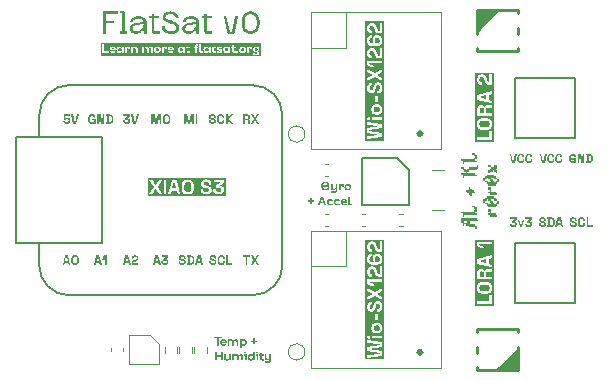
<source format=gbr>
%TF.GenerationSoftware,KiCad,Pcbnew,9.0.1-9.0.1-0~ubuntu22.04.1*%
%TF.CreationDate,2025-04-14T00:42:50-04:00*%
%TF.ProjectId,FlatSat,466c6174-5361-4742-9e6b-696361645f70,rev?*%
%TF.SameCoordinates,Original*%
%TF.FileFunction,Legend,Top*%
%TF.FilePolarity,Positive*%
%FSLAX46Y46*%
G04 Gerber Fmt 4.6, Leading zero omitted, Abs format (unit mm)*
G04 Created by KiCad (PCBNEW 9.0.1-9.0.1-0~ubuntu22.04.1) date 2025-04-14 00:42:50*
%MOMM*%
%LPD*%
G01*
G04 APERTURE LIST*
%ADD10C,0.187500*%
%ADD11C,0.300000*%
%ADD12C,0.250000*%
%ADD13C,0.160000*%
%ADD14C,0.150000*%
%ADD15C,0.120000*%
%ADD16C,0.310000*%
%ADD17C,0.100000*%
%ADD18C,0.200000*%
G04 APERTURE END LIST*
D10*
G36*
X13245000Y-2491276D02*
G01*
X13376158Y-2491276D01*
X13376158Y-2622434D01*
X13245000Y-2622434D01*
X13113841Y-2622434D01*
X12982683Y-2622434D01*
X12851524Y-2622434D01*
X12720366Y-2622434D01*
X12720366Y-2753593D01*
X12720366Y-2884751D01*
X12851524Y-2884751D01*
X12982683Y-2884751D01*
X13113841Y-2884751D01*
X13113841Y-3015910D01*
X13245000Y-3015910D01*
X13245000Y-3147068D01*
X13245000Y-3278227D01*
X13113841Y-3278227D01*
X13113841Y-3147068D01*
X12982683Y-3147068D01*
X12851524Y-3147068D01*
X12720366Y-3147068D01*
X12589207Y-3147068D01*
X12589207Y-3015910D01*
X12458049Y-3015910D01*
X12326891Y-3015910D01*
X12326891Y-2884751D01*
X12195732Y-2884751D01*
X12195732Y-3015910D01*
X12064574Y-3015910D01*
X12064574Y-2884751D01*
X12064574Y-2753593D01*
X12195732Y-2753593D01*
X12326891Y-2753593D01*
X12458049Y-2753593D01*
X12458049Y-2622434D01*
X12326891Y-2622434D01*
X12195732Y-2622434D01*
X12195732Y-2753593D01*
X12064574Y-2753593D01*
X11933415Y-2753593D01*
X11933415Y-2622434D01*
X11933415Y-2491276D01*
X11933415Y-2360118D01*
X12064574Y-2360118D01*
X12195732Y-2360118D01*
X12326891Y-2360118D01*
X12458049Y-2360118D01*
X12589207Y-2360118D01*
X12720366Y-2360118D01*
X12851524Y-2360118D01*
X12982683Y-2360118D01*
X13113841Y-2360118D01*
X13245000Y-2360118D01*
X13245000Y-2491276D01*
G37*
G36*
X13245000Y-2097801D02*
G01*
X13113841Y-2097801D01*
X12982683Y-2097801D01*
X12851524Y-2097801D01*
X12720366Y-2097801D01*
X12589207Y-2097801D01*
X12458049Y-2097801D01*
X12326891Y-2097801D01*
X12195732Y-2097801D01*
X12195732Y-2228959D01*
X12064574Y-2228959D01*
X12064574Y-2097801D01*
X12064574Y-1966642D01*
X11933415Y-1966642D01*
X11933415Y-1835484D01*
X12064574Y-1835484D01*
X12195732Y-1835484D01*
X12326891Y-1835484D01*
X12458049Y-1835484D01*
X12589207Y-1835484D01*
X12720366Y-1835484D01*
X12851524Y-1835484D01*
X12982683Y-1835484D01*
X12982683Y-1704326D01*
X13113841Y-1704326D01*
X13113841Y-1573167D01*
X12982683Y-1573167D01*
X12982683Y-1442009D01*
X12851524Y-1442009D01*
X12851524Y-1310850D01*
X12982683Y-1310850D01*
X13113841Y-1310850D01*
X13113841Y-1442009D01*
X13245000Y-1442009D01*
X13245000Y-1573167D01*
X13245000Y-1704326D01*
X13245000Y-1835484D01*
X13113841Y-1835484D01*
X13113841Y-1966642D01*
X13245000Y-1966642D01*
X13245000Y-2097801D01*
G37*
G36*
X13113841Y-262316D02*
G01*
X12982683Y-262316D01*
X12851524Y-262316D01*
X12851524Y-393474D01*
X12851524Y-524633D01*
X12720366Y-524633D01*
X12720366Y-393474D01*
X12589207Y-393474D01*
X12589207Y-262316D01*
X12458049Y-262316D01*
X12458049Y-131157D01*
X12326891Y-131157D01*
X12326891Y0D01*
X12458049Y0D01*
X12589207Y0D01*
X12589207Y131158D01*
X12589207Y262317D01*
X12720366Y262317D01*
X12720366Y131158D01*
X12851524Y131158D01*
X12851524Y0D01*
X12982683Y0D01*
X12982683Y-131157D01*
X13113841Y-131157D01*
X13113841Y-262316D01*
G37*
G36*
X13245000Y1178960D02*
G01*
X13113841Y1178960D01*
X12982683Y1178960D01*
X12851524Y1178960D01*
X12720366Y1178960D01*
X12589207Y1178960D01*
X12458049Y1178960D01*
X12326891Y1178960D01*
X12195732Y1178960D01*
X12195732Y1047802D01*
X12064574Y1047802D01*
X12064574Y1178960D01*
X12064574Y1310119D01*
X11933415Y1310119D01*
X11933415Y1441277D01*
X12064574Y1441277D01*
X12195732Y1441277D01*
X12326891Y1441277D01*
X12326891Y1572435D01*
X12195732Y1572435D01*
X12195732Y1703594D01*
X12064574Y1703594D01*
X12064574Y1834752D01*
X11933415Y1834752D01*
X11933415Y1965911D01*
X12064574Y1965911D01*
X12195732Y1965911D01*
X12195732Y1834752D01*
X12326891Y1834752D01*
X12326891Y1703594D01*
X12458049Y1703594D01*
X12458049Y1834752D01*
X12589207Y1834752D01*
X12589207Y1965911D01*
X12720366Y1965911D01*
X12851524Y1965911D01*
X12982683Y1965911D01*
X13113841Y1965911D01*
X13245000Y1965911D01*
X13245000Y2097069D01*
X13376158Y2097069D01*
X13376158Y1965911D01*
X13376158Y1834752D01*
X13245000Y1834752D01*
X13245000Y1703594D01*
X13113841Y1703594D01*
X12982683Y1703594D01*
X12851524Y1703594D01*
X12720366Y1703594D01*
X12589207Y1703594D01*
X12589207Y1572435D01*
X12458049Y1572435D01*
X12458049Y1441277D01*
X12589207Y1441277D01*
X12720366Y1441277D01*
X12851524Y1441277D01*
X12982683Y1441277D01*
X13113841Y1441277D01*
X13113841Y1310119D01*
X13245000Y1310119D01*
X13245000Y1178960D01*
G37*
G36*
X13245000Y2360119D02*
G01*
X13113841Y2360119D01*
X12982683Y2360119D01*
X12851524Y2360119D01*
X12720366Y2360119D01*
X12589207Y2360119D01*
X12458049Y2360119D01*
X12326891Y2360119D01*
X12195732Y2360119D01*
X12195732Y2228960D01*
X12064574Y2228960D01*
X12064574Y2360119D01*
X12064574Y2491277D01*
X11933415Y2491277D01*
X11933415Y2622435D01*
X12064574Y2622435D01*
X12195732Y2622435D01*
X12326891Y2622435D01*
X12458049Y2622435D01*
X12589207Y2622435D01*
X12720366Y2622435D01*
X12851524Y2622435D01*
X12982683Y2622435D01*
X12982683Y2753594D01*
X13113841Y2753594D01*
X13113841Y2884752D01*
X12982683Y2884752D01*
X12982683Y3015911D01*
X12851524Y3015911D01*
X12851524Y3147069D01*
X12982683Y3147069D01*
X13113841Y3147069D01*
X13113841Y3015911D01*
X13245000Y3015911D01*
X13245000Y2884752D01*
X13245000Y2753594D01*
X13245000Y2622435D01*
X13113841Y2622435D01*
X13113841Y2491277D01*
X13245000Y2491277D01*
X13245000Y2360119D01*
G37*
G36*
X-8592831Y-13156250D02*
G01*
X-8592831Y-12552481D01*
X-8351352Y-12552481D01*
X-8351352Y-12418346D01*
X-8979025Y-12418346D01*
X-8979025Y-12552481D01*
X-8748032Y-12552481D01*
X-8748032Y-13156250D01*
X-8592831Y-13156250D01*
G37*
G36*
X-8168558Y-12617063D02*
G01*
X-8107058Y-12623879D01*
X-8055074Y-12640345D01*
X-8012154Y-12665362D01*
X-7977923Y-12698387D01*
X-7964003Y-12717959D01*
X-7952392Y-12739426D01*
X-7942999Y-12763213D01*
X-7936154Y-12788846D01*
X-7931851Y-12817057D01*
X-7930399Y-12847084D01*
X-7930399Y-12933637D01*
X-8314166Y-12933637D01*
X-8302820Y-12960418D01*
X-8291731Y-12977327D01*
X-8278225Y-12992508D01*
X-8262231Y-13005970D01*
X-8244051Y-13017353D01*
X-8223640Y-13026575D01*
X-8201304Y-13033365D01*
X-8177105Y-13037574D01*
X-8151271Y-13039013D01*
X-8107338Y-13034838D01*
X-8062062Y-13020270D01*
X-8040621Y-13008883D01*
X-8019746Y-12994454D01*
X-7945649Y-13095250D01*
X-7977674Y-13120094D01*
X-8003077Y-13133915D01*
X-8031220Y-13145510D01*
X-8063199Y-13155202D01*
X-8097087Y-13162243D01*
X-8168078Y-13167973D01*
X-8225975Y-13163974D01*
X-8287109Y-13149615D01*
X-8339867Y-13125920D01*
X-8384024Y-13093848D01*
X-8419380Y-13054061D01*
X-8433670Y-13031381D01*
X-8445590Y-13006924D01*
X-8455102Y-12980590D01*
X-8462030Y-12952598D01*
X-8466314Y-12922668D01*
X-8467764Y-12891185D01*
X-8464715Y-12846838D01*
X-8461664Y-12830918D01*
X-8312151Y-12830918D01*
X-8065633Y-12830918D01*
X-8067626Y-12815039D01*
X-8072403Y-12800094D01*
X-8079802Y-12786603D01*
X-8090073Y-12774289D01*
X-8102834Y-12763802D01*
X-8118617Y-12754956D01*
X-8136739Y-12748399D01*
X-8157665Y-12744199D01*
X-8180672Y-12742762D01*
X-8199212Y-12743673D01*
X-8240550Y-12753345D01*
X-8273662Y-12772102D01*
X-8297737Y-12798320D01*
X-8306190Y-12813846D01*
X-8312151Y-12830918D01*
X-8461664Y-12830918D01*
X-8459244Y-12818292D01*
X-8451125Y-12791192D01*
X-8440489Y-12765726D01*
X-8427400Y-12741905D01*
X-8411948Y-12719834D01*
X-8394221Y-12699615D01*
X-8374238Y-12681294D01*
X-8352142Y-12665047D01*
X-8327877Y-12650902D01*
X-8301654Y-12639067D01*
X-8273359Y-12629590D01*
X-8243264Y-12622675D01*
X-8211229Y-12618408D01*
X-8177558Y-12616961D01*
X-8168558Y-12617063D01*
G37*
G36*
X-7848929Y-12628364D02*
G01*
X-7848929Y-13156250D01*
X-7698994Y-13156250D01*
X-7698994Y-12868150D01*
X-7697545Y-12846054D01*
X-7693259Y-12825983D01*
X-7686627Y-12808828D01*
X-7677590Y-12793667D01*
X-7666565Y-12780902D01*
X-7653418Y-12770168D01*
X-7620805Y-12755004D01*
X-7578861Y-12748900D01*
X-7574476Y-12748852D01*
X-7551203Y-12750307D01*
X-7530395Y-12754624D01*
X-7513331Y-12761143D01*
X-7498506Y-12770021D01*
X-7486491Y-12780649D01*
X-7476614Y-12793332D01*
X-7463446Y-12824723D01*
X-7459392Y-12860823D01*
X-7459392Y-13156250D01*
X-7309457Y-13156250D01*
X-7309457Y-12855556D01*
X-7308018Y-12835357D01*
X-7303804Y-12817199D01*
X-7297230Y-12801596D01*
X-7288346Y-12787959D01*
X-7264239Y-12766700D01*
X-7231283Y-12753270D01*
X-7192267Y-12748852D01*
X-7170323Y-12750307D01*
X-7150686Y-12754624D01*
X-7134519Y-12761167D01*
X-7120470Y-12770084D01*
X-7109000Y-12780857D01*
X-7099592Y-12793728D01*
X-7087063Y-12825984D01*
X-7083502Y-12860823D01*
X-7083502Y-13156250D01*
X-6933568Y-13156250D01*
X-6933568Y-12836642D01*
X-6935025Y-12803000D01*
X-6939364Y-12771836D01*
X-6946084Y-12744701D01*
X-6955302Y-12719959D01*
X-6966332Y-12698750D01*
X-6979541Y-12679844D01*
X-6994293Y-12663874D01*
X-7011003Y-12650170D01*
X-7049579Y-12630024D01*
X-7095984Y-12619354D01*
X-7124031Y-12617831D01*
X-7151399Y-12619280D01*
X-7177588Y-12623558D01*
X-7202354Y-12630534D01*
X-7225639Y-12640118D01*
X-7247158Y-12652125D01*
X-7266911Y-12666509D01*
X-7284615Y-12683032D01*
X-7300285Y-12701702D01*
X-7312800Y-12720734D01*
X-7324799Y-12720734D01*
X-7341135Y-12695632D01*
X-7358599Y-12674447D01*
X-7375787Y-12658234D01*
X-7394159Y-12644999D01*
X-7433857Y-12627131D01*
X-7481352Y-12618638D01*
X-7504088Y-12617831D01*
X-7532432Y-12619293D01*
X-7559373Y-12623663D01*
X-7584018Y-12630630D01*
X-7607219Y-12640273D01*
X-7628502Y-12652306D01*
X-7648270Y-12666872D01*
X-7682964Y-12703459D01*
X-7688644Y-12711300D01*
X-7698994Y-12711300D01*
X-7698994Y-12628364D01*
X-7848929Y-12628364D01*
G37*
G36*
X-6440622Y-12618636D02*
G01*
X-6387018Y-12630364D01*
X-6338615Y-12652511D01*
X-6296839Y-12684084D01*
X-6262739Y-12724226D01*
X-6248875Y-12747247D01*
X-6237179Y-12772354D01*
X-6227884Y-12799272D01*
X-6221048Y-12828164D01*
X-6216841Y-12858913D01*
X-6215402Y-12891551D01*
X-6216585Y-12921364D01*
X-6220565Y-12952602D01*
X-6227194Y-12981875D01*
X-6236420Y-13009434D01*
X-6248015Y-13034910D01*
X-6262061Y-13058642D01*
X-6278204Y-13080140D01*
X-6296653Y-13099735D01*
X-6316910Y-13116922D01*
X-6339230Y-13131922D01*
X-6363033Y-13144330D01*
X-6388479Y-13154219D01*
X-6415034Y-13161350D01*
X-6442640Y-13165691D01*
X-6470941Y-13167149D01*
X-6517420Y-13163469D01*
X-6564352Y-13150094D01*
X-6584402Y-13140067D01*
X-6602331Y-13127902D01*
X-6618330Y-13113475D01*
X-6632119Y-13097032D01*
X-6644074Y-13077938D01*
X-6653620Y-13056873D01*
X-6664794Y-13056873D01*
X-6664794Y-13366634D01*
X-6814728Y-13366634D01*
X-6814728Y-12891551D01*
X-6657466Y-12891551D01*
X-6655807Y-12916033D01*
X-6644560Y-12956279D01*
X-6623756Y-12989343D01*
X-6610081Y-13002939D01*
X-6594388Y-13014399D01*
X-6576696Y-13023630D01*
X-6557220Y-13030416D01*
X-6535878Y-13034641D01*
X-6512981Y-13036082D01*
X-6488845Y-13034476D01*
X-6467864Y-13030174D01*
X-6448531Y-13023310D01*
X-6431019Y-13014052D01*
X-6415400Y-13002525D01*
X-6401746Y-12988807D01*
X-6390257Y-12973083D01*
X-6380983Y-12955316D01*
X-6374177Y-12935795D01*
X-6369939Y-12914421D01*
X-6368497Y-12891551D01*
X-6370100Y-12867739D01*
X-6374405Y-12846945D01*
X-6381287Y-12827714D01*
X-6402100Y-12794730D01*
X-6415797Y-12781150D01*
X-6431523Y-12769695D01*
X-6449238Y-12760472D01*
X-6468743Y-12753688D01*
X-6490085Y-12749468D01*
X-6512981Y-12748028D01*
X-6536713Y-12749578D01*
X-6557769Y-12753838D01*
X-6577171Y-12760665D01*
X-6594757Y-12769893D01*
X-6610441Y-12781386D01*
X-6624146Y-12795058D01*
X-6635675Y-12810720D01*
X-6644968Y-12828381D01*
X-6651786Y-12847767D01*
X-6656024Y-12868935D01*
X-6657466Y-12891551D01*
X-6814728Y-12891551D01*
X-6814728Y-12628685D01*
X-6664794Y-12628685D01*
X-6664794Y-12730534D01*
X-6654673Y-12730397D01*
X-6638140Y-12696353D01*
X-6610774Y-12663465D01*
X-6593735Y-12649994D01*
X-6574668Y-12638779D01*
X-6552667Y-12629515D01*
X-6528564Y-12622771D01*
X-6500865Y-12618420D01*
X-6470941Y-12616961D01*
X-6440622Y-12618636D01*
G37*
G36*
X-5886453Y-12727786D02*
G01*
X-5886453Y-12851434D01*
X-5675427Y-12851434D01*
X-5675427Y-13063559D01*
X-5551733Y-13063559D01*
X-5551733Y-12851434D01*
X-5339654Y-12851434D01*
X-5339654Y-12727786D01*
X-5551733Y-12727786D01*
X-5551733Y-12515662D01*
X-5675427Y-12515662D01*
X-5675427Y-12727786D01*
X-5886453Y-12727786D01*
G37*
G36*
X-8771342Y-14416570D02*
G01*
X-8771342Y-14117296D01*
X-8420411Y-14117296D01*
X-8420411Y-14416570D01*
X-8265256Y-14416570D01*
X-8265256Y-13678621D01*
X-8420411Y-13678621D01*
X-8420411Y-13977895D01*
X-8771342Y-13977895D01*
X-8771342Y-13678621D01*
X-8926543Y-13678621D01*
X-8926543Y-14416570D01*
X-8771342Y-14416570D01*
G37*
G36*
X-7583131Y-14416250D02*
G01*
X-7583131Y-13888364D01*
X-7733066Y-13888364D01*
X-7732013Y-14176464D01*
X-7733463Y-14197982D01*
X-7737752Y-14217583D01*
X-7744420Y-14234452D01*
X-7753516Y-14249431D01*
X-7778087Y-14273055D01*
X-7811640Y-14288821D01*
X-7855225Y-14295875D01*
X-7864957Y-14296082D01*
X-7889872Y-14294624D01*
X-7912090Y-14290279D01*
X-7930054Y-14283787D01*
X-7945635Y-14274932D01*
X-7958084Y-14264462D01*
X-7968327Y-14251955D01*
X-7981928Y-14221286D01*
X-7986361Y-14184158D01*
X-7985308Y-13888731D01*
X-8135242Y-13888731D01*
X-8136250Y-14209391D01*
X-8134794Y-14241597D01*
X-8130466Y-14271547D01*
X-8123711Y-14297935D01*
X-8114445Y-14322108D01*
X-8103254Y-14343123D01*
X-8089847Y-14361963D01*
X-8074733Y-14378125D01*
X-8057608Y-14392103D01*
X-8017802Y-14413135D01*
X-7969795Y-14424909D01*
X-7934246Y-14427149D01*
X-7905152Y-14425687D01*
X-7877463Y-14421318D01*
X-7852106Y-14414349D01*
X-7828222Y-14404703D01*
X-7806359Y-14392699D01*
X-7786051Y-14378174D01*
X-7750593Y-14341901D01*
X-7744469Y-14333680D01*
X-7732013Y-14333360D01*
X-7732013Y-14416250D01*
X-7583131Y-14416250D01*
G37*
G36*
X-7459117Y-13888364D02*
G01*
X-7459117Y-14416250D01*
X-7309183Y-14416250D01*
X-7309183Y-14128150D01*
X-7307733Y-14106054D01*
X-7303447Y-14085983D01*
X-7296815Y-14068828D01*
X-7287778Y-14053667D01*
X-7276754Y-14040902D01*
X-7263606Y-14030168D01*
X-7230993Y-14015004D01*
X-7189049Y-14008900D01*
X-7184665Y-14008852D01*
X-7161391Y-14010307D01*
X-7140584Y-14014624D01*
X-7123519Y-14021143D01*
X-7108694Y-14030021D01*
X-7096680Y-14040649D01*
X-7086803Y-14053332D01*
X-7073635Y-14084723D01*
X-7069580Y-14120823D01*
X-7069580Y-14416250D01*
X-6919646Y-14416250D01*
X-6919646Y-14115556D01*
X-6918206Y-14095357D01*
X-6913992Y-14077199D01*
X-6907419Y-14061596D01*
X-6898535Y-14047959D01*
X-6874427Y-14026700D01*
X-6841472Y-14013270D01*
X-6802455Y-14008852D01*
X-6780512Y-14010307D01*
X-6760874Y-14014624D01*
X-6744708Y-14021167D01*
X-6730658Y-14030084D01*
X-6719189Y-14040857D01*
X-6709780Y-14053728D01*
X-6697251Y-14085984D01*
X-6693691Y-14120823D01*
X-6693691Y-14416250D01*
X-6543756Y-14416250D01*
X-6543756Y-14096642D01*
X-6545213Y-14063000D01*
X-6549552Y-14031836D01*
X-6556273Y-14004701D01*
X-6565491Y-13979959D01*
X-6576520Y-13958750D01*
X-6589729Y-13939844D01*
X-6604481Y-13923874D01*
X-6621192Y-13910170D01*
X-6659767Y-13890024D01*
X-6706173Y-13879354D01*
X-6734220Y-13877831D01*
X-6761587Y-13879280D01*
X-6787776Y-13883558D01*
X-6812542Y-13890534D01*
X-6835828Y-13900118D01*
X-6857346Y-13912125D01*
X-6877099Y-13926509D01*
X-6894803Y-13943032D01*
X-6910473Y-13961702D01*
X-6922989Y-13980734D01*
X-6934987Y-13980734D01*
X-6951323Y-13955632D01*
X-6968788Y-13934447D01*
X-6985976Y-13918234D01*
X-7004347Y-13904999D01*
X-7044045Y-13887131D01*
X-7091540Y-13878638D01*
X-7114277Y-13877831D01*
X-7142620Y-13879293D01*
X-7169562Y-13883663D01*
X-7194207Y-13890630D01*
X-7217408Y-13900273D01*
X-7238690Y-13912306D01*
X-7258459Y-13926872D01*
X-7293152Y-13963459D01*
X-7298833Y-13971300D01*
X-7309183Y-13971300D01*
X-7309183Y-13888364D01*
X-7459117Y-13888364D01*
G37*
G36*
X-6256068Y-13824205D02*
G01*
X-6256068Y-13678483D01*
X-6423863Y-13678483D01*
X-6423863Y-13824205D01*
X-6256068Y-13824205D01*
G37*
G36*
X-6240315Y-14416616D02*
G01*
X-6240315Y-13888685D01*
X-6467964Y-13888685D01*
X-6467964Y-14007158D01*
X-6390249Y-14007158D01*
X-6390249Y-14416616D01*
X-6240315Y-14416616D01*
G37*
G36*
X-5547886Y-14416250D02*
G01*
X-5697821Y-14416250D01*
X-5697821Y-14314492D01*
X-5707942Y-14314721D01*
X-5724905Y-14348865D01*
X-5752480Y-14381273D01*
X-5769522Y-14394523D01*
X-5788706Y-14405653D01*
X-5810554Y-14414754D01*
X-5834632Y-14421436D01*
X-5861941Y-14425702D01*
X-5891628Y-14427149D01*
X-5922289Y-14425453D01*
X-5975964Y-14413724D01*
X-6024314Y-14391642D01*
X-6065978Y-14360189D01*
X-6099969Y-14320174D01*
X-6113794Y-14297192D01*
X-6125460Y-14272107D01*
X-6134739Y-14245163D01*
X-6141566Y-14216211D01*
X-6145774Y-14185330D01*
X-6147213Y-14152513D01*
X-5995171Y-14152513D01*
X-5993527Y-14176421D01*
X-5989164Y-14197133D01*
X-5982211Y-14216294D01*
X-5972839Y-14233706D01*
X-5961168Y-14249285D01*
X-5947319Y-14262898D01*
X-5931439Y-14274381D01*
X-5913579Y-14283625D01*
X-5893948Y-14290422D01*
X-5872546Y-14294642D01*
X-5849633Y-14296082D01*
X-5825914Y-14294499D01*
X-5804940Y-14290186D01*
X-5785560Y-14283287D01*
X-5767955Y-14273974D01*
X-5752223Y-14262381D01*
X-5738494Y-14248641D01*
X-5726928Y-14232913D01*
X-5717637Y-14215277D01*
X-5710814Y-14195936D01*
X-5706589Y-14174934D01*
X-5705148Y-14152513D01*
X-5706740Y-14128959D01*
X-5711065Y-14108164D01*
X-5717984Y-14088924D01*
X-5727327Y-14071430D01*
X-5738966Y-14055780D01*
X-5752767Y-14042112D01*
X-5768580Y-14030586D01*
X-5786327Y-14021322D01*
X-5805811Y-14014512D01*
X-5826991Y-14010293D01*
X-5849633Y-14008852D01*
X-5874072Y-14010497D01*
X-5895173Y-14014853D01*
X-5914644Y-14021781D01*
X-5932299Y-14031104D01*
X-5948060Y-14042691D01*
X-5961804Y-14056416D01*
X-5973375Y-14072119D01*
X-5982674Y-14089742D01*
X-5989499Y-14109066D01*
X-5993730Y-14130080D01*
X-5995171Y-14152513D01*
X-6147213Y-14152513D01*
X-6146072Y-14123222D01*
X-6142142Y-14091998D01*
X-6135565Y-14062756D01*
X-6126397Y-14035248D01*
X-6114861Y-14009833D01*
X-6100872Y-13986160D01*
X-6084786Y-13964723D01*
X-6066373Y-13945171D01*
X-6046147Y-13928027D01*
X-6023816Y-13913045D01*
X-5999994Y-13900655D01*
X-5974470Y-13890764D01*
X-5947827Y-13883635D01*
X-5920079Y-13879290D01*
X-5891628Y-13877831D01*
X-5848296Y-13881014D01*
X-5800833Y-13893875D01*
X-5780459Y-13903718D01*
X-5762220Y-13915722D01*
X-5745800Y-13930101D01*
X-5731592Y-13946526D01*
X-5719089Y-13965786D01*
X-5708995Y-13987054D01*
X-5697821Y-13987054D01*
X-5697821Y-13678346D01*
X-5547886Y-13678346D01*
X-5547886Y-14416250D01*
G37*
G36*
X-5254429Y-13824205D02*
G01*
X-5254429Y-13678483D01*
X-5422223Y-13678483D01*
X-5422223Y-13824205D01*
X-5254429Y-13824205D01*
G37*
G36*
X-5238675Y-14416616D02*
G01*
X-5238675Y-13888685D01*
X-5466325Y-13888685D01*
X-5466325Y-14007158D01*
X-5388609Y-14007158D01*
X-5388609Y-14416616D01*
X-5238675Y-14416616D01*
G37*
G36*
X-5109440Y-13888685D02*
G01*
X-5156060Y-13888685D01*
X-5156060Y-14002945D01*
X-5079398Y-14002945D01*
X-5079398Y-14245936D01*
X-5077938Y-14274991D01*
X-5073579Y-14301637D01*
X-5066894Y-14324379D01*
X-5057720Y-14344937D01*
X-5046666Y-14362493D01*
X-5033391Y-14378000D01*
X-5000844Y-14402441D01*
X-4959076Y-14418837D01*
X-4906237Y-14426536D01*
X-4889988Y-14426920D01*
X-4805578Y-14420947D01*
X-4782506Y-14417211D01*
X-4782506Y-14299013D01*
X-4855366Y-14299013D01*
X-4875636Y-14298000D01*
X-4892612Y-14294072D01*
X-4904876Y-14288246D01*
X-4914574Y-14280274D01*
X-4925892Y-14259616D01*
X-4928410Y-14239662D01*
X-4928410Y-14001892D01*
X-4786673Y-14001892D01*
X-4786673Y-13888685D01*
X-4928410Y-13888685D01*
X-4928410Y-13774242D01*
X-5058424Y-13774242D01*
X-5058424Y-13837669D01*
X-5060146Y-13861525D01*
X-5066343Y-13876775D01*
X-5080897Y-13885903D01*
X-5109440Y-13888685D01*
G37*
G36*
X-4431162Y-14495384D02*
G01*
X-4699341Y-14495384D01*
X-4699341Y-14630618D01*
X-4434322Y-14630618D01*
X-4392277Y-14629141D01*
X-4353796Y-14624659D01*
X-4322114Y-14617982D01*
X-4293260Y-14608749D01*
X-4269092Y-14597905D01*
X-4247280Y-14584794D01*
X-4228655Y-14570144D01*
X-4212124Y-14553357D01*
X-4185475Y-14513661D01*
X-4166365Y-14463674D01*
X-4155068Y-14400241D01*
X-4152496Y-14344442D01*
X-4152496Y-13888364D01*
X-4302431Y-13888364D01*
X-4302431Y-14179624D01*
X-4303871Y-14197901D01*
X-4308092Y-14214624D01*
X-4314828Y-14229527D01*
X-4323975Y-14242800D01*
X-4349472Y-14264549D01*
X-4384958Y-14279263D01*
X-4430732Y-14285201D01*
X-4434322Y-14285228D01*
X-4459237Y-14283770D01*
X-4481455Y-14279426D01*
X-4499419Y-14272933D01*
X-4515000Y-14264079D01*
X-4527449Y-14253609D01*
X-4537692Y-14241102D01*
X-4551293Y-14210433D01*
X-4555726Y-14173304D01*
X-4555726Y-13888364D01*
X-4705615Y-13888364D01*
X-4705615Y-14198492D01*
X-4704159Y-14230708D01*
X-4699831Y-14260663D01*
X-4693077Y-14287053D01*
X-4683811Y-14311225D01*
X-4672622Y-14332238D01*
X-4659217Y-14351075D01*
X-4644106Y-14367234D01*
X-4626984Y-14381209D01*
X-4587181Y-14402237D01*
X-4539172Y-14414009D01*
X-4503611Y-14416250D01*
X-4474496Y-14414788D01*
X-4446789Y-14410417D01*
X-4421426Y-14403448D01*
X-4397537Y-14393802D01*
X-4375677Y-14381800D01*
X-4355372Y-14367277D01*
X-4319929Y-14331010D01*
X-4313834Y-14322827D01*
X-4302431Y-14322827D01*
X-4302431Y-14361249D01*
X-4303924Y-14392958D01*
X-4308510Y-14419839D01*
X-4314767Y-14438638D01*
X-4323351Y-14454460D01*
X-4333187Y-14466324D01*
X-4345066Y-14475993D01*
X-4375386Y-14489235D01*
X-4419479Y-14495183D01*
X-4431162Y-14495384D01*
G37*
G36*
X-5404396Y12039317D02*
G01*
X-5383311Y12035091D01*
X-5364774Y12028443D01*
X-5348337Y12019431D01*
X-5334503Y12008525D01*
X-5322924Y11995633D01*
X-5313864Y11981133D01*
X-5307242Y11964948D01*
X-5301818Y11928147D01*
X-5303257Y11908239D01*
X-5307464Y11889770D01*
X-5314244Y11872938D01*
X-5323448Y11857790D01*
X-5348660Y11832938D01*
X-5382282Y11816284D01*
X-5423414Y11809322D01*
X-5429496Y11809216D01*
X-5451487Y11810654D01*
X-5471813Y11814860D01*
X-5490098Y11821570D01*
X-5506444Y11830663D01*
X-5520515Y11841810D01*
X-5532398Y11854970D01*
X-5541866Y11869842D01*
X-5548895Y11886392D01*
X-5553336Y11904459D01*
X-5555051Y11923909D01*
X-5555068Y11926041D01*
X-5553627Y11946010D01*
X-5549405Y11964326D01*
X-5542693Y11980624D01*
X-5533583Y11995157D01*
X-5508659Y12018637D01*
X-5474896Y12034271D01*
X-5432387Y12040695D01*
X-5427390Y12040758D01*
X-5404396Y12039317D01*
G37*
G36*
X-17530903Y12039550D02*
G01*
X-17509977Y12035350D01*
X-17491855Y12028793D01*
X-17476072Y12019947D01*
X-17463311Y12009460D01*
X-17453040Y11997146D01*
X-17445641Y11983655D01*
X-17440864Y11968710D01*
X-17438871Y11952831D01*
X-17685389Y11952831D01*
X-17679428Y11969903D01*
X-17670975Y11985429D01*
X-17646900Y12011647D01*
X-17613787Y12030404D01*
X-17572450Y12040076D01*
X-17553910Y12040987D01*
X-17530903Y12039550D01*
G37*
G36*
X-12617958Y12039550D02*
G01*
X-12597032Y12035350D01*
X-12578910Y12028793D01*
X-12563127Y12019947D01*
X-12550366Y12009460D01*
X-12540095Y11997146D01*
X-12532696Y11983655D01*
X-12527919Y11968710D01*
X-12525926Y11952831D01*
X-12772444Y11952831D01*
X-12766483Y11969903D01*
X-12758030Y11985429D01*
X-12733955Y12011647D01*
X-12700843Y12030404D01*
X-12659505Y12040076D01*
X-12640965Y12040987D01*
X-12617958Y12039550D01*
G37*
G36*
X-16932399Y12033456D02*
G01*
X-16911219Y12029237D01*
X-16891735Y12022427D01*
X-16873988Y12013163D01*
X-16858175Y12001637D01*
X-16844374Y11987969D01*
X-16832736Y11972319D01*
X-16823392Y11954825D01*
X-16816474Y11935585D01*
X-16812149Y11914790D01*
X-16810556Y11891236D01*
X-16811997Y11868815D01*
X-16816223Y11847813D01*
X-16823046Y11828472D01*
X-16832336Y11810836D01*
X-16843902Y11795108D01*
X-16857631Y11781368D01*
X-16873363Y11769775D01*
X-16890968Y11760462D01*
X-16910348Y11753563D01*
X-16931322Y11749250D01*
X-16955041Y11747667D01*
X-16977954Y11749107D01*
X-16999356Y11753327D01*
X-17018987Y11760124D01*
X-17036848Y11769368D01*
X-17052727Y11780851D01*
X-17066577Y11794464D01*
X-17078248Y11810043D01*
X-17087619Y11827455D01*
X-17094572Y11846616D01*
X-17098935Y11867328D01*
X-17100580Y11891236D01*
X-17099138Y11913669D01*
X-17094907Y11934683D01*
X-17088082Y11954007D01*
X-17078783Y11971630D01*
X-17067213Y11987333D01*
X-17053468Y12001058D01*
X-17037708Y12012645D01*
X-17020053Y12021968D01*
X-17000581Y12028896D01*
X-16979480Y12033252D01*
X-16955041Y12034897D01*
X-16932399Y12033456D01*
G37*
G36*
X-13760011Y12033455D02*
G01*
X-13739579Y12029223D01*
X-13720990Y12022432D01*
X-13704130Y12013188D01*
X-13676178Y11987994D01*
X-13656449Y11954445D01*
X-13646054Y11913153D01*
X-13644803Y11891236D01*
X-13646250Y11867798D01*
X-13650515Y11845862D01*
X-13657320Y11826013D01*
X-13666619Y11807977D01*
X-13677989Y11792309D01*
X-13691534Y11778712D01*
X-13706817Y11767564D01*
X-13724000Y11758730D01*
X-13742821Y11752413D01*
X-13763329Y11748684D01*
X-13781960Y11747667D01*
X-13803775Y11749106D01*
X-13824039Y11753314D01*
X-13842548Y11760088D01*
X-13859314Y11769284D01*
X-13887296Y11794433D01*
X-13907186Y11827948D01*
X-13917754Y11869033D01*
X-13919072Y11891236D01*
X-13917628Y11914463D01*
X-13913378Y11936220D01*
X-13906568Y11956036D01*
X-13897276Y11974057D01*
X-13885868Y11989812D01*
X-13872303Y12003493D01*
X-13856980Y12014752D01*
X-13839790Y12023680D01*
X-13821016Y12030070D01*
X-13800618Y12033851D01*
X-13781960Y12034897D01*
X-13760011Y12033455D01*
G37*
G36*
X-11746879Y12033456D02*
G01*
X-11725699Y12029237D01*
X-11706215Y12022427D01*
X-11688469Y12013163D01*
X-11672655Y12001637D01*
X-11658854Y11987969D01*
X-11647216Y11972319D01*
X-11637873Y11954825D01*
X-11630954Y11935585D01*
X-11626629Y11914790D01*
X-11625037Y11891236D01*
X-11626478Y11868815D01*
X-11630703Y11847813D01*
X-11637526Y11828472D01*
X-11646816Y11810836D01*
X-11658382Y11795108D01*
X-11672111Y11781368D01*
X-11687843Y11769775D01*
X-11705448Y11760462D01*
X-11724828Y11753563D01*
X-11745802Y11749250D01*
X-11769521Y11747667D01*
X-11792434Y11749107D01*
X-11813836Y11753327D01*
X-11833468Y11760124D01*
X-11851328Y11769368D01*
X-11867207Y11780851D01*
X-11881057Y11794464D01*
X-11892728Y11810043D01*
X-11902099Y11827455D01*
X-11909052Y11846616D01*
X-11913415Y11867328D01*
X-11915060Y11891236D01*
X-11913618Y11913669D01*
X-11909387Y11934683D01*
X-11902562Y11954007D01*
X-11893263Y11971630D01*
X-11881693Y11987333D01*
X-11867948Y12001058D01*
X-11852188Y12012645D01*
X-11834533Y12021968D01*
X-11815061Y12028896D01*
X-11793960Y12033252D01*
X-11769521Y12034897D01*
X-11746879Y12033456D01*
G37*
G36*
X-9567745Y12033456D02*
G01*
X-9546565Y12029237D01*
X-9527080Y12022427D01*
X-9509334Y12013163D01*
X-9493521Y12001637D01*
X-9479720Y11987969D01*
X-9468081Y11972319D01*
X-9458738Y11954825D01*
X-9451819Y11935585D01*
X-9447494Y11914790D01*
X-9445902Y11891236D01*
X-9447343Y11868815D01*
X-9451568Y11847813D01*
X-9458391Y11828472D01*
X-9467681Y11810836D01*
X-9479248Y11795108D01*
X-9492976Y11781368D01*
X-9508709Y11769775D01*
X-9526314Y11760462D01*
X-9545694Y11753563D01*
X-9566668Y11749250D01*
X-9590387Y11747667D01*
X-9613300Y11749107D01*
X-9634702Y11753327D01*
X-9654333Y11760124D01*
X-9672193Y11769368D01*
X-9688073Y11780851D01*
X-9701922Y11794464D01*
X-9713593Y11810043D01*
X-9722965Y11827455D01*
X-9729917Y11846616D01*
X-9734281Y11867328D01*
X-9735925Y11891236D01*
X-9734483Y11913669D01*
X-9730253Y11934683D01*
X-9723427Y11954007D01*
X-9714129Y11971630D01*
X-9702558Y11987333D01*
X-9688813Y12001058D01*
X-9673053Y12012645D01*
X-9655398Y12021968D01*
X-9635927Y12028896D01*
X-9614825Y12033252D01*
X-9590387Y12034897D01*
X-9567745Y12033456D01*
G37*
G36*
X-7902253Y12033456D02*
G01*
X-7881073Y12029237D01*
X-7861588Y12022427D01*
X-7843842Y12013163D01*
X-7828029Y12001637D01*
X-7814228Y11987969D01*
X-7802589Y11972319D01*
X-7793246Y11954825D01*
X-7786327Y11935585D01*
X-7782002Y11914790D01*
X-7780410Y11891236D01*
X-7781851Y11868815D01*
X-7786076Y11847813D01*
X-7792899Y11828472D01*
X-7802189Y11810836D01*
X-7813756Y11795108D01*
X-7827484Y11781368D01*
X-7843217Y11769775D01*
X-7860822Y11760462D01*
X-7880202Y11753563D01*
X-7901176Y11749250D01*
X-7924895Y11747667D01*
X-7947808Y11749107D01*
X-7969210Y11753327D01*
X-7988841Y11760124D01*
X-8006701Y11769368D01*
X-8022581Y11780851D01*
X-8036430Y11794464D01*
X-8048101Y11810043D01*
X-8057473Y11827455D01*
X-8064425Y11846616D01*
X-8068789Y11867328D01*
X-8070433Y11891236D01*
X-8068991Y11913669D01*
X-8064761Y11934683D01*
X-8057935Y11954007D01*
X-8048637Y11971630D01*
X-8037066Y11987333D01*
X-8023321Y12001058D01*
X-8007561Y12012645D01*
X-7989906Y12021968D01*
X-7970435Y12028896D01*
X-7949333Y12033252D01*
X-7924895Y12034897D01*
X-7902253Y12033456D01*
G37*
G36*
X-6551428Y12033455D02*
G01*
X-6530996Y12029223D01*
X-6512407Y12022432D01*
X-6495547Y12013188D01*
X-6467594Y11987994D01*
X-6447866Y11954445D01*
X-6437471Y11913153D01*
X-6436219Y11891236D01*
X-6437666Y11867798D01*
X-6441932Y11845862D01*
X-6448737Y11826013D01*
X-6458035Y11807977D01*
X-6469406Y11792309D01*
X-6482950Y11778712D01*
X-6498233Y11767564D01*
X-6515417Y11758730D01*
X-6534238Y11752413D01*
X-6554746Y11748684D01*
X-6573377Y11747667D01*
X-6595191Y11749106D01*
X-6615455Y11753314D01*
X-6633965Y11760088D01*
X-6650731Y11769284D01*
X-6678712Y11794433D01*
X-6698603Y11827948D01*
X-6709170Y11869033D01*
X-6710489Y11891236D01*
X-6709044Y11914463D01*
X-6704795Y11936220D01*
X-6697984Y11956036D01*
X-6688692Y11974057D01*
X-6677285Y11989812D01*
X-6663720Y12003493D01*
X-6648397Y12014752D01*
X-6631207Y12023680D01*
X-6612433Y12030070D01*
X-6592035Y12033851D01*
X-6573377Y12034897D01*
X-6551428Y12033455D01*
G37*
G36*
X-5056027Y11331516D02*
G01*
X-18530781Y11331516D01*
X-18530781Y11627500D01*
X-18437031Y11627500D01*
X-17892293Y11627500D01*
X-17892293Y11761635D01*
X-18281830Y11761635D01*
X-18281830Y11892564D01*
X-17841002Y11892564D01*
X-17839552Y11861081D01*
X-17835268Y11831151D01*
X-17828340Y11803159D01*
X-17818828Y11776825D01*
X-17806908Y11752368D01*
X-17792618Y11729688D01*
X-17757262Y11689901D01*
X-17713105Y11657829D01*
X-17660347Y11634134D01*
X-17599213Y11619775D01*
X-17541316Y11615776D01*
X-17470325Y11621506D01*
X-17436437Y11628547D01*
X-17404457Y11638239D01*
X-17376315Y11649834D01*
X-17350912Y11663655D01*
X-17318887Y11688499D01*
X-17392984Y11789295D01*
X-17413859Y11774866D01*
X-17435300Y11763479D01*
X-17480576Y11748911D01*
X-17524509Y11744736D01*
X-17550342Y11746175D01*
X-17574542Y11750384D01*
X-17596878Y11757174D01*
X-17617289Y11766396D01*
X-17635469Y11777779D01*
X-17651463Y11791241D01*
X-17664969Y11806422D01*
X-17676058Y11823331D01*
X-17687404Y11850112D01*
X-17303637Y11850112D01*
X-17303637Y11891236D01*
X-17252621Y11891236D01*
X-17251182Y11858419D01*
X-17246975Y11827538D01*
X-17240148Y11798586D01*
X-17230868Y11771642D01*
X-17219202Y11746557D01*
X-17205377Y11723575D01*
X-17171386Y11683560D01*
X-17129723Y11652107D01*
X-17081372Y11630025D01*
X-17027698Y11618296D01*
X-16997036Y11616600D01*
X-16967349Y11618047D01*
X-16940040Y11622313D01*
X-16922672Y11627133D01*
X-16529738Y11627133D01*
X-16379804Y11627133D01*
X-16379804Y11925720D01*
X-16378349Y11946181D01*
X-16374029Y11964454D01*
X-16367484Y11979435D01*
X-16358560Y11992372D01*
X-16334780Y12011320D01*
X-16302037Y12021986D01*
X-16276260Y12023997D01*
X-16252538Y12023997D01*
X-16252538Y11950495D01*
X-16107870Y11950495D01*
X-16107870Y12155064D01*
X-16209078Y12155064D01*
X-16243392Y12153584D01*
X-16273270Y12149082D01*
X-16295629Y12142705D01*
X-16314970Y12133957D01*
X-16330083Y12123867D01*
X-16342895Y12111715D01*
X-16361730Y12081706D01*
X-16368767Y12061550D01*
X-16379804Y12061321D01*
X-16379804Y12155064D01*
X-16529738Y12155064D01*
X-16529738Y11627133D01*
X-16922672Y11627133D01*
X-16915963Y11628995D01*
X-16894114Y11638096D01*
X-16874930Y11649226D01*
X-16857888Y11662476D01*
X-16830314Y11694884D01*
X-16813350Y11729028D01*
X-16803229Y11729257D01*
X-16803229Y11627500D01*
X-16653295Y11627500D01*
X-16653295Y12155385D01*
X-16016828Y12155385D01*
X-16016828Y11627500D01*
X-15866894Y11627500D01*
X-15866894Y11915599D01*
X-15865442Y11937241D01*
X-15861141Y11956946D01*
X-15854476Y11973825D01*
X-15845375Y11988804D01*
X-15820848Y12012300D01*
X-15787359Y12027880D01*
X-15743755Y12034730D01*
X-15735003Y12034897D01*
X-15710438Y12033443D01*
X-15688488Y12029126D01*
X-15670529Y12022626D01*
X-15654928Y12013779D01*
X-15642359Y12003270D01*
X-15632006Y11990745D01*
X-15618197Y11960104D01*
X-15613644Y11922926D01*
X-15613644Y11627500D01*
X-15463710Y11627500D01*
X-15463710Y11947107D01*
X-15465165Y11979550D01*
X-15469489Y12009698D01*
X-15476237Y12036253D01*
X-15485489Y12060561D01*
X-15496657Y12081683D01*
X-15510031Y12100606D01*
X-15525096Y12116825D01*
X-15542154Y12130844D01*
X-15581758Y12151911D01*
X-15595830Y12155385D01*
X-15073807Y12155385D01*
X-15073807Y11627500D01*
X-14923872Y11627500D01*
X-14923872Y11915599D01*
X-14922422Y11937695D01*
X-14918137Y11957766D01*
X-14911505Y11974921D01*
X-14902467Y11990082D01*
X-14891443Y12002847D01*
X-14878296Y12013581D01*
X-14845683Y12028745D01*
X-14803739Y12034849D01*
X-14799354Y12034897D01*
X-14776081Y12033442D01*
X-14755273Y12029125D01*
X-14738208Y12022606D01*
X-14723384Y12013728D01*
X-14711369Y12003100D01*
X-14701492Y11990417D01*
X-14688324Y11959026D01*
X-14684270Y11922926D01*
X-14684270Y11627500D01*
X-14534335Y11627500D01*
X-14534335Y11928193D01*
X-14532896Y11948392D01*
X-14528682Y11966550D01*
X-14522108Y11982153D01*
X-14513224Y11995790D01*
X-14489116Y12017049D01*
X-14456161Y12030479D01*
X-14417144Y12034897D01*
X-14395201Y12033442D01*
X-14375564Y12029125D01*
X-14359397Y12022582D01*
X-14345348Y12013665D01*
X-14333878Y12002892D01*
X-14324470Y11990021D01*
X-14311941Y11957765D01*
X-14308380Y11922926D01*
X-14308380Y11627500D01*
X-14158446Y11627500D01*
X-14158446Y11891236D01*
X-14072167Y11891236D01*
X-14070719Y11861769D01*
X-14066448Y11833354D01*
X-14059410Y11805957D01*
X-14049733Y11779881D01*
X-14022717Y11731955D01*
X-13986179Y11690784D01*
X-13964615Y11673115D01*
X-13941025Y11657595D01*
X-13915546Y11644369D01*
X-13888270Y11633553D01*
X-13859409Y11625305D01*
X-13828986Y11619715D01*
X-13781960Y11616600D01*
X-13749724Y11618044D01*
X-13718863Y11622291D01*
X-13698332Y11627133D01*
X-13400255Y11627133D01*
X-13250320Y11627133D01*
X-13250320Y11892564D01*
X-12928057Y11892564D01*
X-12926607Y11861081D01*
X-12922323Y11831151D01*
X-12915395Y11803159D01*
X-12905884Y11776825D01*
X-12893963Y11752368D01*
X-12879673Y11729688D01*
X-12844317Y11689901D01*
X-12800160Y11657829D01*
X-12747402Y11634134D01*
X-12686268Y11619775D01*
X-12628371Y11615776D01*
X-12557380Y11621506D01*
X-12523492Y11628547D01*
X-12491513Y11638239D01*
X-12463371Y11649834D01*
X-12437967Y11663655D01*
X-12405942Y11688499D01*
X-12480039Y11789295D01*
X-12500915Y11774866D01*
X-12522355Y11763479D01*
X-12567631Y11748911D01*
X-12611564Y11744736D01*
X-12637398Y11746175D01*
X-12661597Y11750384D01*
X-12683933Y11757174D01*
X-12704344Y11766396D01*
X-12722524Y11777779D01*
X-12738518Y11791241D01*
X-12752024Y11806422D01*
X-12763113Y11823331D01*
X-12774459Y11850112D01*
X-12390692Y11850112D01*
X-12390692Y11891236D01*
X-12067101Y11891236D01*
X-12065662Y11858419D01*
X-12061455Y11827538D01*
X-12054628Y11798586D01*
X-12045348Y11771642D01*
X-12033682Y11746557D01*
X-12019857Y11723575D01*
X-11985866Y11683560D01*
X-11944203Y11652107D01*
X-11895852Y11630025D01*
X-11842178Y11618296D01*
X-11811516Y11616600D01*
X-11781829Y11618047D01*
X-11754520Y11622313D01*
X-11730443Y11628995D01*
X-11708594Y11638096D01*
X-11689410Y11649226D01*
X-11672368Y11662476D01*
X-11644794Y11694884D01*
X-11627830Y11729028D01*
X-11617709Y11729257D01*
X-11617709Y11627500D01*
X-11467775Y11627500D01*
X-11467775Y12155064D01*
X-11385160Y12155064D01*
X-11385160Y12040804D01*
X-11308498Y12040804D01*
X-11308498Y11797813D01*
X-11307038Y11768758D01*
X-11302679Y11742112D01*
X-11295994Y11719370D01*
X-11286820Y11698812D01*
X-11275766Y11681256D01*
X-11262491Y11665749D01*
X-11229944Y11641308D01*
X-11188175Y11624912D01*
X-11135337Y11617213D01*
X-11119088Y11616829D01*
X-11034677Y11622802D01*
X-11011605Y11626538D01*
X-11011605Y11744736D01*
X-11084466Y11744736D01*
X-11104736Y11745749D01*
X-11121711Y11749677D01*
X-11133976Y11755503D01*
X-11143674Y11763475D01*
X-11154991Y11784133D01*
X-11157510Y11804087D01*
X-11157510Y12041857D01*
X-11015773Y12041857D01*
X-11015773Y12155064D01*
X-10697860Y12155064D01*
X-10697860Y12040804D01*
X-10620145Y12040804D01*
X-10620145Y11627316D01*
X-10470211Y11627316D01*
X-10470211Y11811460D01*
X-10242149Y11811460D01*
X-10240694Y11782544D01*
X-10236375Y11755568D01*
X-10229587Y11731582D01*
X-10220274Y11709588D01*
X-10208939Y11690330D01*
X-10195355Y11673108D01*
X-10179917Y11658294D01*
X-10162421Y11645603D01*
X-10121481Y11626925D01*
X-10071978Y11617641D01*
X-10050632Y11616829D01*
X-10005371Y11618498D01*
X-9954472Y11624317D01*
X-9922130Y11629652D01*
X-9922130Y11743683D01*
X-10005523Y11744736D01*
X-10028400Y11746401D01*
X-10049145Y11752192D01*
X-10061787Y11759260D01*
X-10072647Y11769286D01*
X-10080501Y11780904D01*
X-10086515Y11795407D01*
X-10092171Y11834376D01*
X-10092214Y11838709D01*
X-10092214Y11891236D01*
X-9887966Y11891236D01*
X-9886528Y11858419D01*
X-9882320Y11827538D01*
X-9875493Y11798586D01*
X-9866214Y11771642D01*
X-9854548Y11746557D01*
X-9840723Y11723575D01*
X-9806732Y11683560D01*
X-9765068Y11652107D01*
X-9716718Y11630025D01*
X-9663043Y11618296D01*
X-9632381Y11616600D01*
X-9602694Y11618047D01*
X-9575385Y11622313D01*
X-9551308Y11628995D01*
X-9529459Y11638096D01*
X-9510275Y11649226D01*
X-9493234Y11662476D01*
X-9465659Y11694884D01*
X-9448695Y11729028D01*
X-9438575Y11729257D01*
X-9438575Y11627500D01*
X-9288640Y11627500D01*
X-9288640Y12155064D01*
X-9206025Y12155064D01*
X-9206025Y12040804D01*
X-9129363Y12040804D01*
X-9129363Y11797813D01*
X-9127903Y11768758D01*
X-9123544Y11742112D01*
X-9116859Y11719370D01*
X-9107685Y11698812D01*
X-9096631Y11681256D01*
X-9083356Y11665749D01*
X-9050809Y11641308D01*
X-9009041Y11624912D01*
X-8956202Y11617213D01*
X-8939953Y11616829D01*
X-8855543Y11622802D01*
X-8832471Y11626538D01*
X-8832471Y11724403D01*
X-8787591Y11724403D01*
X-8751510Y11689494D01*
X-8702920Y11658721D01*
X-8642796Y11634536D01*
X-8574086Y11619626D01*
X-8515795Y11615776D01*
X-8480374Y11617225D01*
X-8447183Y11621509D01*
X-8417303Y11628279D01*
X-8389858Y11637536D01*
X-8366009Y11648653D01*
X-8344696Y11661894D01*
X-8326872Y11676425D01*
X-8311614Y11692749D01*
X-8299496Y11710049D01*
X-8289973Y11728881D01*
X-8283280Y11748716D01*
X-8279280Y11769903D01*
X-8278070Y11790532D01*
X-8279498Y11812391D01*
X-8283632Y11832015D01*
X-8298995Y11864953D01*
X-8323141Y11891236D01*
X-8222474Y11891236D01*
X-8221036Y11858419D01*
X-8216828Y11827538D01*
X-8210001Y11798586D01*
X-8200722Y11771642D01*
X-8189056Y11746557D01*
X-8175231Y11723575D01*
X-8141240Y11683560D01*
X-8099576Y11652107D01*
X-8051226Y11630025D01*
X-7997551Y11618296D01*
X-7966889Y11616600D01*
X-7937202Y11618047D01*
X-7909893Y11622313D01*
X-7885816Y11628995D01*
X-7863967Y11638096D01*
X-7844783Y11649226D01*
X-7827742Y11662476D01*
X-7800167Y11694884D01*
X-7783203Y11729028D01*
X-7773083Y11729257D01*
X-7773083Y11627500D01*
X-7623148Y11627500D01*
X-7623148Y12155064D01*
X-7540533Y12155064D01*
X-7540533Y12040804D01*
X-7463871Y12040804D01*
X-7463871Y11797813D01*
X-7462411Y11768758D01*
X-7458052Y11742112D01*
X-7451367Y11719370D01*
X-7442193Y11698812D01*
X-7431139Y11681256D01*
X-7417864Y11665749D01*
X-7385317Y11641308D01*
X-7343549Y11624912D01*
X-7290710Y11617213D01*
X-7274461Y11616829D01*
X-7190051Y11622802D01*
X-7166979Y11626538D01*
X-7166979Y11628003D01*
X-7105842Y11628003D01*
X-6929666Y11626950D01*
X-6929666Y11777938D01*
X-7105842Y11777938D01*
X-7105842Y11628003D01*
X-7166979Y11628003D01*
X-7166979Y11744736D01*
X-7239839Y11744736D01*
X-7260109Y11745749D01*
X-7277085Y11749677D01*
X-7289349Y11755503D01*
X-7299047Y11763475D01*
X-7310365Y11784133D01*
X-7312883Y11804087D01*
X-7312883Y11891236D01*
X-6863583Y11891236D01*
X-6862136Y11861769D01*
X-6857864Y11833354D01*
X-6850827Y11805957D01*
X-6841150Y11779881D01*
X-6814133Y11731955D01*
X-6777595Y11690784D01*
X-6756032Y11673115D01*
X-6732441Y11657595D01*
X-6706963Y11644369D01*
X-6679687Y11633553D01*
X-6650826Y11625305D01*
X-6620402Y11619715D01*
X-6573377Y11616600D01*
X-6541141Y11618044D01*
X-6510279Y11622291D01*
X-6489749Y11627133D01*
X-6191671Y11627133D01*
X-6041737Y11627133D01*
X-6041737Y11635331D01*
X-5709215Y11635331D01*
X-5709215Y11567278D01*
X-5707553Y11549716D01*
X-5703053Y11533143D01*
X-5685907Y11503167D01*
X-5657078Y11476637D01*
X-5614600Y11453915D01*
X-5556243Y11436476D01*
X-5480512Y11426585D01*
X-5436823Y11425266D01*
X-5395345Y11426717D01*
X-5356531Y11431011D01*
X-5321794Y11437762D01*
X-5289867Y11446997D01*
X-5262258Y11458014D01*
X-5237481Y11471138D01*
X-5216808Y11485406D01*
X-5198905Y11501436D01*
X-5184592Y11518216D01*
X-5172978Y11536481D01*
X-5164425Y11555471D01*
X-5158570Y11575755D01*
X-5155044Y11609960D01*
X-5156508Y11631224D01*
X-5160894Y11650685D01*
X-5167666Y11667310D01*
X-5177000Y11682328D01*
X-5202895Y11707213D01*
X-5240239Y11726339D01*
X-5278920Y11736905D01*
X-5251235Y11751731D01*
X-5226939Y11768215D01*
X-5207420Y11785026D01*
X-5190829Y11803307D01*
X-5177738Y11822131D01*
X-5167316Y11842328D01*
X-5154584Y11886326D01*
X-5151884Y11921369D01*
X-5157393Y11970904D01*
X-5164084Y11993390D01*
X-5173021Y12013602D01*
X-5183995Y12031431D01*
X-5196663Y12046515D01*
X-5202991Y12052482D01*
X-5149777Y12052482D01*
X-5149777Y12155156D01*
X-5311756Y12155156D01*
X-5379723Y12164179D01*
X-5417956Y12165643D01*
X-5454138Y12164195D01*
X-5488401Y12159919D01*
X-5520115Y12153053D01*
X-5549734Y12143649D01*
X-5576585Y12132080D01*
X-5601207Y12118266D01*
X-5623001Y12102692D01*
X-5642461Y12085149D01*
X-5659156Y12066145D01*
X-5673419Y12045417D01*
X-5685009Y12023367D01*
X-5694048Y11999795D01*
X-5700422Y11974890D01*
X-5704085Y11948629D01*
X-5705002Y11926636D01*
X-5704973Y11926041D01*
X-5703547Y11897253D01*
X-5699220Y11869520D01*
X-5692324Y11844207D01*
X-5682828Y11820551D01*
X-5671006Y11798944D01*
X-5656773Y11779035D01*
X-5621278Y11744485D01*
X-5575921Y11716883D01*
X-5519881Y11696813D01*
X-5452256Y11685428D01*
X-5408476Y11683416D01*
X-5369845Y11681063D01*
X-5339690Y11674293D01*
X-5326357Y11667741D01*
X-5316145Y11658868D01*
X-5310066Y11649408D01*
X-5306323Y11637914D01*
X-5304978Y11623469D01*
X-5306472Y11608074D01*
X-5311065Y11594841D01*
X-5317733Y11584994D01*
X-5326999Y11576665D01*
X-5354750Y11564038D01*
X-5402067Y11556499D01*
X-5441037Y11555234D01*
X-5481944Y11556668D01*
X-5512488Y11560846D01*
X-5530779Y11566184D01*
X-5543820Y11573137D01*
X-5551514Y11580441D01*
X-5556310Y11588826D01*
X-5559281Y11606846D01*
X-5559281Y11635331D01*
X-5709215Y11635331D01*
X-6041737Y11635331D01*
X-6041737Y11925720D01*
X-6040282Y11946181D01*
X-6035962Y11964454D01*
X-6029417Y11979435D01*
X-6020493Y11992372D01*
X-5996713Y12011320D01*
X-5963970Y12021986D01*
X-5938193Y12023997D01*
X-5914471Y12023997D01*
X-5914471Y11950495D01*
X-5769803Y11950495D01*
X-5769803Y12155064D01*
X-5871011Y12155064D01*
X-5905325Y12153584D01*
X-5935203Y12149082D01*
X-5957562Y12142705D01*
X-5976903Y12133957D01*
X-5992016Y12123867D01*
X-6004828Y12111715D01*
X-6023663Y12081706D01*
X-6030700Y12061550D01*
X-6041737Y12061321D01*
X-6041737Y12155064D01*
X-6191671Y12155064D01*
X-6191671Y11627133D01*
X-6489749Y11627133D01*
X-6480752Y11629255D01*
X-6452834Y11638791D01*
X-6426521Y11650828D01*
X-6402056Y11665197D01*
X-6379489Y11681815D01*
X-6359005Y11700511D01*
X-6340711Y11721159D01*
X-6324726Y11743621D01*
X-6311194Y11767701D01*
X-6300184Y11793321D01*
X-6291842Y11820219D01*
X-6286220Y11848380D01*
X-6283125Y11891236D01*
X-6284573Y11920711D01*
X-6288844Y11949134D01*
X-6295881Y11976535D01*
X-6305558Y12002615D01*
X-6332573Y12050546D01*
X-6369107Y12091718D01*
X-6390669Y12109387D01*
X-6414258Y12124908D01*
X-6439736Y12138136D01*
X-6467012Y12148953D01*
X-6495875Y12157204D01*
X-6526300Y12162798D01*
X-6573377Y12165918D01*
X-6605605Y12164474D01*
X-6636459Y12160227D01*
X-6665980Y12153263D01*
X-6693893Y12143726D01*
X-6720201Y12131688D01*
X-6744663Y12117319D01*
X-6767226Y12100699D01*
X-6787708Y12082001D01*
X-6806000Y12061350D01*
X-6821983Y12038885D01*
X-6835515Y12014801D01*
X-6846524Y11989176D01*
X-6854866Y11962273D01*
X-6860488Y11934106D01*
X-6863583Y11891236D01*
X-7312883Y11891236D01*
X-7312883Y12041857D01*
X-7171146Y12041857D01*
X-7171146Y12155064D01*
X-7312883Y12155064D01*
X-7312883Y12269507D01*
X-7442897Y12269507D01*
X-7442897Y12206080D01*
X-7444619Y12182224D01*
X-7450816Y12166974D01*
X-7465370Y12157846D01*
X-7493913Y12155064D01*
X-7540533Y12155064D01*
X-7623148Y12155064D01*
X-7623148Y12155385D01*
X-7773083Y12155385D01*
X-7773083Y12056695D01*
X-7784257Y12056695D01*
X-7794351Y12077963D01*
X-7806854Y12097223D01*
X-7821062Y12113648D01*
X-7837482Y12128027D01*
X-7855721Y12140031D01*
X-7876094Y12149874D01*
X-7923558Y12162735D01*
X-7966889Y12165918D01*
X-7995341Y12164459D01*
X-8023089Y12160114D01*
X-8049732Y12152985D01*
X-8075256Y12143094D01*
X-8099078Y12130704D01*
X-8121409Y12115722D01*
X-8141635Y12098578D01*
X-8160047Y12079026D01*
X-8176134Y12057589D01*
X-8190123Y12033916D01*
X-8201658Y12008501D01*
X-8210827Y11980993D01*
X-8217403Y11951751D01*
X-8221334Y11920527D01*
X-8222474Y11891236D01*
X-8323141Y11891236D01*
X-8323723Y11891870D01*
X-8359342Y11914287D01*
X-8409170Y11932935D01*
X-8493986Y11951794D01*
X-8510253Y11954892D01*
X-8561975Y11966169D01*
X-8593870Y11978602D01*
X-8603290Y11985986D01*
X-8608841Y11994539D01*
X-8610912Y12006000D01*
X-8609450Y12015965D01*
X-8605076Y12024579D01*
X-8588470Y12037285D01*
X-8557107Y12045206D01*
X-8530495Y12046620D01*
X-8502355Y12045141D01*
X-8477805Y12040651D01*
X-8459552Y12034288D01*
X-8444090Y12025566D01*
X-8432588Y12015642D01*
X-8423432Y12003722D01*
X-8413945Y11981133D01*
X-8279948Y12013327D01*
X-8285751Y12036130D01*
X-8294016Y12056977D01*
X-8317415Y12093006D01*
X-8350050Y12122345D01*
X-8392607Y12145107D01*
X-8445988Y12160503D01*
X-8510537Y12167010D01*
X-8520008Y12167108D01*
X-8555652Y12165661D01*
X-8589017Y12161393D01*
X-8619138Y12154633D01*
X-8646780Y12145407D01*
X-8670875Y12134302D01*
X-8692392Y12121100D01*
X-8710425Y12106599D01*
X-8725852Y12090341D01*
X-8738108Y12073134D01*
X-8747737Y12054445D01*
X-8754500Y12034826D01*
X-8758550Y12013925D01*
X-8759793Y11993406D01*
X-8758292Y11971422D01*
X-8753643Y11950770D01*
X-8746586Y11933332D01*
X-8736645Y11917011D01*
X-8708608Y11888641D01*
X-8666722Y11864042D01*
X-8606072Y11843037D01*
X-8536998Y11829000D01*
X-8485491Y11819146D01*
X-8450461Y11807103D01*
X-8438735Y11799417D01*
X-8431305Y11790401D01*
X-8428005Y11776885D01*
X-8429447Y11767587D01*
X-8433685Y11759446D01*
X-8450338Y11746569D01*
X-8481672Y11738043D01*
X-8510528Y11736264D01*
X-8564035Y11741694D01*
X-8611849Y11757236D01*
X-8655401Y11782411D01*
X-8694306Y11815719D01*
X-8787591Y11724403D01*
X-8832471Y11724403D01*
X-8832471Y11744736D01*
X-8905331Y11744736D01*
X-8925601Y11745749D01*
X-8942577Y11749677D01*
X-8954841Y11755503D01*
X-8964539Y11763475D01*
X-8975857Y11784133D01*
X-8978375Y11804087D01*
X-8978375Y12041857D01*
X-8836638Y12041857D01*
X-8836638Y12155064D01*
X-8978375Y12155064D01*
X-8978375Y12269507D01*
X-9108389Y12269507D01*
X-9108389Y12206080D01*
X-9110111Y12182224D01*
X-9116308Y12166974D01*
X-9130862Y12157846D01*
X-9159405Y12155064D01*
X-9206025Y12155064D01*
X-9288640Y12155064D01*
X-9288640Y12155385D01*
X-9438575Y12155385D01*
X-9438575Y12056695D01*
X-9449749Y12056695D01*
X-9459843Y12077963D01*
X-9472346Y12097223D01*
X-9486554Y12113648D01*
X-9502974Y12128027D01*
X-9521213Y12140031D01*
X-9541586Y12149874D01*
X-9589050Y12162735D01*
X-9632381Y12165918D01*
X-9660833Y12164459D01*
X-9688581Y12160114D01*
X-9715224Y12152985D01*
X-9740748Y12143094D01*
X-9764570Y12130704D01*
X-9786901Y12115722D01*
X-9807127Y12098578D01*
X-9825539Y12079026D01*
X-9841626Y12057589D01*
X-9855615Y12033916D01*
X-9867150Y12008501D01*
X-9876319Y11980993D01*
X-9882895Y11951751D01*
X-9886826Y11920527D01*
X-9887966Y11891236D01*
X-10092214Y11891236D01*
X-10092214Y12366090D01*
X-10242149Y12366090D01*
X-10242149Y11811460D01*
X-10470211Y11811460D01*
X-10470211Y12040804D01*
X-10310613Y12040804D01*
X-10310613Y12155064D01*
X-10470211Y12155064D01*
X-10470211Y12188632D01*
X-10469159Y12203981D01*
X-10465164Y12217192D01*
X-10459017Y12227288D01*
X-10450508Y12235515D01*
X-10426547Y12246158D01*
X-10397167Y12248853D01*
X-10313773Y12248853D01*
X-10313773Y12367006D01*
X-10375733Y12374354D01*
X-10431788Y12376714D01*
X-10462729Y12375258D01*
X-10490775Y12370923D01*
X-10514374Y12364328D01*
X-10535516Y12355316D01*
X-10553429Y12344501D01*
X-10569162Y12331563D01*
X-10593963Y12299860D01*
X-10610921Y12258984D01*
X-10619658Y12206647D01*
X-10620145Y12198295D01*
X-10621198Y12187670D01*
X-10623231Y12175110D01*
X-10628113Y12165740D01*
X-10642876Y12156730D01*
X-10657560Y12155064D01*
X-10697860Y12155064D01*
X-11015773Y12155064D01*
X-11157510Y12155064D01*
X-11157510Y12269507D01*
X-11287523Y12269507D01*
X-11287523Y12206080D01*
X-11289246Y12182224D01*
X-11295442Y12166974D01*
X-11309996Y12157846D01*
X-11338540Y12155064D01*
X-11385160Y12155064D01*
X-11467775Y12155064D01*
X-11467775Y12155385D01*
X-11617709Y12155385D01*
X-11617709Y12056695D01*
X-11628883Y12056695D01*
X-11638978Y12077963D01*
X-11651480Y12097223D01*
X-11665688Y12113648D01*
X-11682109Y12128027D01*
X-11700347Y12140031D01*
X-11720721Y12149874D01*
X-11768185Y12162735D01*
X-11811516Y12165918D01*
X-11839967Y12164459D01*
X-11867716Y12160114D01*
X-11894358Y12152985D01*
X-11919882Y12143094D01*
X-11943705Y12130704D01*
X-11966036Y12115722D01*
X-11986261Y12098578D01*
X-12004674Y12079026D01*
X-12020760Y12057589D01*
X-12034750Y12033916D01*
X-12046285Y12008501D01*
X-12055454Y11980993D01*
X-12062030Y11951751D01*
X-12065960Y11920527D01*
X-12067101Y11891236D01*
X-12390692Y11891236D01*
X-12390692Y11936665D01*
X-12392144Y11966692D01*
X-12396447Y11994903D01*
X-12403292Y12020536D01*
X-12412685Y12044323D01*
X-12424296Y12065790D01*
X-12438216Y12085362D01*
X-12472447Y12118387D01*
X-12515367Y12143404D01*
X-12567352Y12159870D01*
X-12628851Y12166686D01*
X-12637851Y12166788D01*
X-12671522Y12165341D01*
X-12703557Y12161074D01*
X-12733652Y12154159D01*
X-12761948Y12144682D01*
X-12788170Y12132847D01*
X-12812435Y12118702D01*
X-12834531Y12102455D01*
X-12854514Y12084134D01*
X-12872241Y12063915D01*
X-12887693Y12041844D01*
X-12900782Y12018023D01*
X-12911419Y11992557D01*
X-12919537Y11965457D01*
X-12921957Y11952831D01*
X-12925008Y11936911D01*
X-12928057Y11892564D01*
X-13250320Y11892564D01*
X-13250320Y11925720D01*
X-13248866Y11946181D01*
X-13244546Y11964454D01*
X-13238000Y11979435D01*
X-13229077Y11992372D01*
X-13205297Y12011320D01*
X-13172553Y12021986D01*
X-13146776Y12023997D01*
X-13123054Y12023997D01*
X-13123054Y11950495D01*
X-12978386Y11950495D01*
X-12978386Y12155064D01*
X-13079594Y12155064D01*
X-13113909Y12153584D01*
X-13143786Y12149082D01*
X-13166145Y12142705D01*
X-13185487Y12133957D01*
X-13200600Y12123867D01*
X-13213412Y12111715D01*
X-13232247Y12081706D01*
X-13239283Y12061550D01*
X-13250320Y12061321D01*
X-13250320Y12155064D01*
X-13400255Y12155064D01*
X-13400255Y11627133D01*
X-13698332Y11627133D01*
X-13689335Y11629255D01*
X-13661417Y11638791D01*
X-13635105Y11650828D01*
X-13610639Y11665197D01*
X-13588073Y11681815D01*
X-13567588Y11700511D01*
X-13549294Y11721159D01*
X-13533310Y11743621D01*
X-13519778Y11767701D01*
X-13508768Y11793321D01*
X-13500425Y11820219D01*
X-13494803Y11848380D01*
X-13491708Y11891236D01*
X-13493156Y11920711D01*
X-13497427Y11949134D01*
X-13504464Y11976535D01*
X-13514141Y12002615D01*
X-13541156Y12050546D01*
X-13577691Y12091718D01*
X-13599253Y12109387D01*
X-13622842Y12124908D01*
X-13648319Y12138136D01*
X-13675595Y12148953D01*
X-13704458Y12157204D01*
X-13734884Y12162798D01*
X-13781960Y12165918D01*
X-13814189Y12164474D01*
X-13845043Y12160227D01*
X-13874564Y12153263D01*
X-13902476Y12143726D01*
X-13928784Y12131688D01*
X-13953246Y12117319D01*
X-13975810Y12100699D01*
X-13996291Y12082001D01*
X-14014584Y12061350D01*
X-14030567Y12038885D01*
X-14044098Y12014801D01*
X-14055107Y11989176D01*
X-14063450Y11962273D01*
X-14069072Y11934106D01*
X-14072167Y11891236D01*
X-14158446Y11891236D01*
X-14158446Y11947107D01*
X-14159903Y11980749D01*
X-14164242Y12011913D01*
X-14170962Y12039048D01*
X-14180180Y12063790D01*
X-14191209Y12084999D01*
X-14204419Y12103905D01*
X-14219171Y12119875D01*
X-14235881Y12133579D01*
X-14274457Y12153725D01*
X-14320862Y12164395D01*
X-14348909Y12165918D01*
X-14376277Y12164469D01*
X-14402466Y12160191D01*
X-14427231Y12153215D01*
X-14450517Y12143631D01*
X-14472035Y12131624D01*
X-14491789Y12117240D01*
X-14509493Y12100717D01*
X-14525162Y12082047D01*
X-14537678Y12063015D01*
X-14549677Y12063015D01*
X-14566013Y12088117D01*
X-14583477Y12109302D01*
X-14600665Y12125515D01*
X-14619037Y12138750D01*
X-14658735Y12156618D01*
X-14706229Y12165111D01*
X-14728966Y12165918D01*
X-14757309Y12164456D01*
X-14784251Y12160086D01*
X-14808896Y12153119D01*
X-14832097Y12143476D01*
X-14853380Y12131443D01*
X-14873148Y12116877D01*
X-14907842Y12080290D01*
X-14913522Y12072449D01*
X-14923872Y12072449D01*
X-14923872Y12155385D01*
X-15073807Y12155385D01*
X-15595830Y12155385D01*
X-15629449Y12163685D01*
X-15664661Y12165918D01*
X-15694100Y12164456D01*
X-15722048Y12160086D01*
X-15747532Y12153136D01*
X-15771494Y12143520D01*
X-15793374Y12131569D01*
X-15813676Y12117112D01*
X-15849110Y12080999D01*
X-15855491Y12072449D01*
X-15866894Y12072449D01*
X-15866894Y12155385D01*
X-16016828Y12155385D01*
X-16653295Y12155385D01*
X-16803229Y12155385D01*
X-16803229Y12056695D01*
X-16814403Y12056695D01*
X-16824498Y12077963D01*
X-16837000Y12097223D01*
X-16851208Y12113648D01*
X-16867629Y12128027D01*
X-16885867Y12140031D01*
X-16906241Y12149874D01*
X-16953704Y12162735D01*
X-16997036Y12165918D01*
X-17025487Y12164459D01*
X-17053236Y12160114D01*
X-17079878Y12152985D01*
X-17105402Y12143094D01*
X-17129224Y12130704D01*
X-17151556Y12115722D01*
X-17171781Y12098578D01*
X-17190194Y12079026D01*
X-17206280Y12057589D01*
X-17220270Y12033916D01*
X-17231805Y12008501D01*
X-17240974Y11980993D01*
X-17247550Y11951751D01*
X-17251480Y11920527D01*
X-17252621Y11891236D01*
X-17303637Y11891236D01*
X-17303637Y11936665D01*
X-17305089Y11966692D01*
X-17309392Y11994903D01*
X-17316237Y12020536D01*
X-17325630Y12044323D01*
X-17337241Y12065790D01*
X-17351161Y12085362D01*
X-17385392Y12118387D01*
X-17428312Y12143404D01*
X-17480296Y12159870D01*
X-17541795Y12166686D01*
X-17550795Y12166788D01*
X-17584467Y12165341D01*
X-17616502Y12161074D01*
X-17646597Y12154159D01*
X-17674892Y12144682D01*
X-17701114Y12132847D01*
X-17725380Y12118702D01*
X-17747476Y12102455D01*
X-17767459Y12084134D01*
X-17785186Y12063915D01*
X-17800638Y12041844D01*
X-17813727Y12018023D01*
X-17824363Y11992557D01*
X-17832482Y11965457D01*
X-17834902Y11952831D01*
X-17837953Y11936911D01*
X-17841002Y11892564D01*
X-18281830Y11892564D01*
X-18281830Y12365403D01*
X-18437031Y12365403D01*
X-18437031Y11627500D01*
X-18530781Y11627500D01*
X-18530781Y12470464D01*
X-5056027Y12470464D01*
X-5056027Y11331516D01*
G37*
G36*
X14995000Y-2229692D02*
G01*
X14863841Y-2229692D01*
X14732683Y-2229692D01*
X14601524Y-2229692D01*
X14470366Y-2229692D01*
X14339207Y-2229692D01*
X14339207Y-2098533D01*
X14208049Y-2098533D01*
X14208049Y-1967375D01*
X14339207Y-1967375D01*
X14339207Y-1836216D01*
X14208049Y-1836216D01*
X14208049Y-1705058D01*
X14208049Y-1573899D01*
X14339207Y-1573899D01*
X14470366Y-1573899D01*
X14470366Y-1705058D01*
X14470366Y-1836216D01*
X14470366Y-1967375D01*
X14601524Y-1967375D01*
X14732683Y-1967375D01*
X14863841Y-1967375D01*
X14863841Y-2098533D01*
X14995000Y-2098533D01*
X14995000Y-2229692D01*
G37*
G36*
X14732683Y-655791D02*
G01*
X14863841Y-655791D01*
X14863841Y-786949D01*
X14995000Y-786949D01*
X14995000Y-918107D01*
X14863841Y-918107D01*
X14732683Y-918107D01*
X14732683Y-786949D01*
X14601524Y-786949D01*
X14470366Y-786949D01*
X14470366Y-918107D01*
X14601524Y-918107D01*
X14601524Y-1049266D01*
X14732683Y-1049266D01*
X14732683Y-1180424D01*
X14863841Y-1180424D01*
X14863841Y-1049266D01*
X14995000Y-1049266D01*
X14995000Y-918107D01*
X15126158Y-918107D01*
X15126158Y-1049266D01*
X15126158Y-1180424D01*
X14995000Y-1180424D01*
X14995000Y-1311583D01*
X14863841Y-1311583D01*
X14863841Y-1442741D01*
X14732683Y-1442741D01*
X14601524Y-1442741D01*
X14470366Y-1442741D01*
X14339207Y-1442741D01*
X14208049Y-1442741D01*
X14208049Y-1311583D01*
X14076891Y-1311583D01*
X14076891Y-1180424D01*
X13945732Y-1180424D01*
X13945732Y-1049266D01*
X14076891Y-1049266D01*
X14208049Y-1049266D01*
X14208049Y-1180424D01*
X14339207Y-1180424D01*
X14470366Y-1180424D01*
X14470366Y-1049266D01*
X14339207Y-1049266D01*
X14339207Y-918107D01*
X14208049Y-918107D01*
X14208049Y-786949D01*
X14076891Y-786949D01*
X14076891Y-918107D01*
X13945732Y-918107D01*
X13945732Y-1049266D01*
X13814574Y-1049266D01*
X13814574Y-918107D01*
X13814574Y-786949D01*
X13945732Y-786949D01*
X13945732Y-655791D01*
X14076891Y-655791D01*
X14076891Y-524632D01*
X14208049Y-524632D01*
X14339207Y-524632D01*
X14470366Y-524632D01*
X14601524Y-524632D01*
X14732683Y-524632D01*
X14732683Y-655791D01*
G37*
G36*
X14995000Y-393474D02*
G01*
X14863841Y-393474D01*
X14732683Y-393474D01*
X14601524Y-393474D01*
X14470366Y-393474D01*
X14339207Y-393474D01*
X14339207Y-262315D01*
X14208049Y-262315D01*
X14208049Y-131157D01*
X14339207Y-131157D01*
X14339207Y0D01*
X14208049Y0D01*
X14208049Y131159D01*
X14208049Y262317D01*
X14339207Y262317D01*
X14470366Y262317D01*
X14470366Y131159D01*
X14470366Y0D01*
X14470366Y-131157D01*
X14601524Y-131157D01*
X14732683Y-131157D01*
X14863841Y-131157D01*
X14863841Y-262315D01*
X14995000Y-262315D01*
X14995000Y-393474D01*
G37*
G36*
X14732683Y1180426D02*
G01*
X14863841Y1180426D01*
X14863841Y1049268D01*
X14995000Y1049268D01*
X14995000Y918109D01*
X14863841Y918109D01*
X14732683Y918109D01*
X14732683Y1049268D01*
X14601524Y1049268D01*
X14470366Y1049268D01*
X14470366Y918109D01*
X14601524Y918109D01*
X14601524Y786951D01*
X14732683Y786951D01*
X14732683Y655792D01*
X14863841Y655792D01*
X14863841Y786951D01*
X14995000Y786951D01*
X14995000Y918109D01*
X15126158Y918109D01*
X15126158Y786951D01*
X15126158Y655792D01*
X14995000Y655792D01*
X14995000Y524634D01*
X14863841Y524634D01*
X14863841Y393476D01*
X14732683Y393476D01*
X14601524Y393476D01*
X14470366Y393476D01*
X14339207Y393476D01*
X14208049Y393476D01*
X14208049Y524634D01*
X14076891Y524634D01*
X14076891Y655792D01*
X13945732Y655792D01*
X13945732Y786951D01*
X14076891Y786951D01*
X14208049Y786951D01*
X14208049Y655792D01*
X14339207Y655792D01*
X14470366Y655792D01*
X14470366Y786951D01*
X14339207Y786951D01*
X14339207Y918109D01*
X14208049Y918109D01*
X14208049Y1049268D01*
X14076891Y1049268D01*
X14076891Y918109D01*
X13945732Y918109D01*
X13945732Y786951D01*
X13814574Y786951D01*
X13814574Y918109D01*
X13814574Y1049268D01*
X13945732Y1049268D01*
X13945732Y1180426D01*
X14076891Y1180426D01*
X14076891Y1311585D01*
X14208049Y1311585D01*
X14339207Y1311585D01*
X14470366Y1311585D01*
X14601524Y1311585D01*
X14732683Y1311585D01*
X14732683Y1180426D01*
G37*
G36*
X14995000Y1967377D02*
G01*
X14995000Y1836218D01*
X14863841Y1836218D01*
X14863841Y1705060D01*
X14995000Y1705060D01*
X14995000Y1573901D01*
X14995000Y1442743D01*
X14863841Y1442743D01*
X14863841Y1573901D01*
X14732683Y1573901D01*
X14732683Y1705060D01*
X14601524Y1705060D01*
X14601524Y1573901D01*
X14470366Y1573901D01*
X14339207Y1573901D01*
X14339207Y1442743D01*
X14208049Y1442743D01*
X14208049Y1573901D01*
X14208049Y1705060D01*
X14339207Y1705060D01*
X14339207Y1836218D01*
X14470366Y1836218D01*
X14470366Y1967377D01*
X14601524Y1967377D01*
X14732683Y1967377D01*
X14732683Y2098535D01*
X14863841Y2098535D01*
X14995000Y2098535D01*
X14995000Y1967377D01*
G37*
G36*
X14470366Y1967377D02*
G01*
X14339207Y1967377D01*
X14208049Y1967377D01*
X14208049Y2098535D01*
X14339207Y2098535D01*
X14470366Y2098535D01*
X14470366Y1967377D01*
G37*
D11*
G36*
X-18416010Y15142875D02*
G01*
X-17143444Y15142875D01*
X-17141338Y14916095D01*
X-18176591Y14916095D01*
X-18178698Y14336507D01*
X-17437360Y14336507D01*
X-17437360Y14115956D01*
X-18176591Y14115956D01*
X-18178698Y13252893D01*
X-18416010Y13252893D01*
X-18416010Y15142875D01*
G37*
G36*
X-16766089Y13458698D02*
G01*
X-16766089Y14989643D01*
X-16955133Y14989643D01*
X-16955133Y15193341D01*
X-16749328Y15193341D01*
X-16688644Y15186366D01*
X-16634226Y15165878D01*
X-16584464Y15131334D01*
X-16544974Y15086273D01*
X-16521943Y15036180D01*
X-16514122Y14979110D01*
X-16514122Y13458698D01*
X-16325078Y13458698D01*
X-16325078Y13255000D01*
X-16955133Y13255000D01*
X-16955133Y13458698D01*
X-16766089Y13458698D01*
G37*
G36*
X-15217711Y14722528D02*
G01*
X-15080946Y14698955D01*
X-14975695Y14663816D01*
X-14895882Y14619317D01*
X-14836632Y14566400D01*
X-14773792Y14480151D01*
X-14728852Y14384927D01*
X-14701275Y14279001D01*
X-14691734Y14160102D01*
X-14691734Y13255000D01*
X-14937382Y13255000D01*
X-14937382Y13731731D01*
X-14966253Y13662960D01*
X-15009595Y13589726D01*
X-15069731Y13511180D01*
X-15138063Y13440214D01*
X-15215515Y13377281D01*
X-15302830Y13322136D01*
X-15396146Y13279909D01*
X-15491617Y13254922D01*
X-15590518Y13246573D01*
X-15723798Y13255783D01*
X-15832461Y13281292D01*
X-15920919Y13320859D01*
X-15992694Y13373610D01*
X-16052250Y13441505D01*
X-16094770Y13518928D01*
X-16121004Y13607762D01*
X-16129984Y13708558D01*
X-15884525Y13708558D01*
X-15875845Y13633289D01*
X-15851254Y13571670D01*
X-15811069Y13520614D01*
X-15757667Y13483491D01*
X-15685409Y13459270D01*
X-15588411Y13450272D01*
X-15505874Y13457274D01*
X-15422570Y13478625D01*
X-15337452Y13515393D01*
X-15258577Y13564545D01*
X-15182067Y13629356D01*
X-15107558Y13711764D01*
X-15043843Y13802957D01*
X-14987690Y13909074D01*
X-14939488Y14031967D01*
X-15609385Y13971058D01*
X-15695613Y13954420D01*
X-15762544Y13924356D01*
X-15814183Y13881849D01*
X-15853813Y13827538D01*
X-15876826Y13770311D01*
X-15884525Y13708558D01*
X-16129984Y13708558D01*
X-16130172Y13710665D01*
X-16123582Y13783224D01*
X-16104074Y13851094D01*
X-16071371Y13915463D01*
X-16027528Y13973192D01*
X-15972023Y14024888D01*
X-15903393Y14070801D01*
X-15828516Y14106244D01*
X-15744959Y14131948D01*
X-15651426Y14147463D01*
X-14937382Y14216797D01*
X-14947258Y14281388D01*
X-14979422Y14353268D01*
X-15011917Y14396417D01*
X-15058812Y14437340D01*
X-15123220Y14476092D01*
X-15193113Y14503114D01*
X-15282300Y14520992D01*
X-15395154Y14527566D01*
X-15525847Y14519706D01*
X-15632662Y14497991D01*
X-15719661Y14464551D01*
X-15777315Y14427618D01*
X-15819783Y14382516D01*
X-15849076Y14328325D01*
X-15865566Y14262959D01*
X-16088224Y14262959D01*
X-16062232Y14370391D01*
X-16017629Y14462363D01*
X-15954185Y14541547D01*
X-15869870Y14609448D01*
X-15774712Y14660684D01*
X-15665167Y14698732D01*
X-15538871Y14722782D01*
X-15393047Y14731264D01*
X-15217711Y14722528D01*
G37*
G36*
X-13608304Y13465018D02*
G01*
X-13608304Y13255000D01*
X-14066168Y13255000D01*
X-14125250Y13262011D01*
X-14175686Y13282241D01*
X-14219491Y13315908D01*
X-14253103Y13359706D01*
X-14273305Y13410142D01*
X-14280307Y13469231D01*
X-14280307Y14542312D01*
X-14490326Y14542312D01*
X-14490326Y14725036D01*
X-14280307Y14725036D01*
X-14280307Y14934963D01*
X-14034660Y14934963D01*
X-14034660Y14725036D01*
X-13650344Y14725036D01*
X-13650344Y14542312D01*
X-14034660Y14542312D01*
X-14034660Y13465018D01*
X-13608304Y13465018D01*
G37*
G36*
X-12668213Y13234025D02*
G01*
X-12820190Y13244442D01*
X-12951381Y13274026D01*
X-13065077Y13321128D01*
X-13168212Y13387469D01*
X-13251488Y13466615D01*
X-13317044Y13559448D01*
X-13364588Y13663184D01*
X-13393336Y13774583D01*
X-13403140Y13895496D01*
X-13136427Y13895496D01*
X-13127029Y13793575D01*
X-13102600Y13708910D01*
X-13064484Y13638306D01*
X-13012595Y13579415D01*
X-12948967Y13532828D01*
X-12874005Y13498565D01*
X-12785530Y13476914D01*
X-12680761Y13469231D01*
X-12540311Y13475225D01*
X-12432752Y13491227D01*
X-12351893Y13514699D01*
X-12292323Y13543786D01*
X-12240198Y13585982D01*
X-12203448Y13637325D01*
X-12180691Y13699583D01*
X-12172614Y13775786D01*
X-12178498Y13832790D01*
X-12195631Y13883426D01*
X-12224088Y13929110D01*
X-12262168Y13968082D01*
X-12319822Y14009654D01*
X-12402507Y14054040D01*
X-12544082Y14112238D01*
X-12764750Y14185290D01*
X-12976605Y14254821D01*
X-13106018Y14306007D01*
X-13178679Y14345300D01*
X-13237594Y14390780D01*
X-13284529Y14442478D01*
X-13318605Y14502452D01*
X-13340561Y14578429D01*
X-13348551Y14674569D01*
X-13339812Y14757408D01*
X-13313853Y14834540D01*
X-13269875Y14907669D01*
X-13211470Y14970495D01*
X-13134885Y15025517D01*
X-13036775Y15072533D01*
X-12932142Y15104662D01*
X-12810208Y15125159D01*
X-12668213Y15132433D01*
X-12514456Y15122358D01*
X-12386778Y15094266D01*
X-12280783Y15050459D01*
X-12184338Y14988607D01*
X-12109678Y14918404D01*
X-12053912Y14839433D01*
X-12013549Y14751034D01*
X-11989532Y14659414D01*
X-11981463Y14563286D01*
X-12241857Y14561180D01*
X-12249178Y14642762D01*
X-12269862Y14711069D01*
X-12302989Y14768671D01*
X-12349018Y14817360D01*
X-12404239Y14854342D01*
X-12473665Y14882543D01*
X-12560402Y14900962D01*
X-12668213Y14907669D01*
X-12797957Y14900577D01*
X-12901397Y14881241D01*
X-12983195Y14851981D01*
X-13036959Y14818637D01*
X-13073366Y14778184D01*
X-13095243Y14729613D01*
X-13102904Y14670356D01*
X-13092942Y14604289D01*
X-13065077Y14554860D01*
X-13018808Y14515103D01*
X-12939048Y14472978D01*
X-12837091Y14434290D01*
X-12657680Y14376441D01*
X-12378973Y14280549D01*
X-12205129Y14203150D01*
X-12106805Y14142954D01*
X-12035280Y14081711D01*
X-11985676Y14019327D01*
X-11950760Y13947946D01*
X-11928522Y13861593D01*
X-11920555Y13756919D01*
X-11931620Y13646138D01*
X-11963726Y13548234D01*
X-12016786Y13460462D01*
X-12092746Y13381029D01*
X-12161176Y13333462D01*
X-12248648Y13293514D01*
X-12359104Y13262264D01*
X-12497204Y13241584D01*
X-12668213Y13234025D01*
G37*
G36*
X-10761256Y14722528D02*
G01*
X-10624491Y14698955D01*
X-10519240Y14663816D01*
X-10439427Y14619317D01*
X-10380177Y14566400D01*
X-10317337Y14480151D01*
X-10272397Y14384927D01*
X-10244820Y14279001D01*
X-10235280Y14160102D01*
X-10235280Y13255000D01*
X-10480927Y13255000D01*
X-10480927Y13731731D01*
X-10509798Y13662960D01*
X-10553140Y13589726D01*
X-10613276Y13511180D01*
X-10681608Y13440214D01*
X-10759060Y13377281D01*
X-10846375Y13322136D01*
X-10939691Y13279909D01*
X-11035162Y13254922D01*
X-11134063Y13246573D01*
X-11267343Y13255783D01*
X-11376006Y13281292D01*
X-11464464Y13320859D01*
X-11536239Y13373610D01*
X-11595795Y13441505D01*
X-11638315Y13518928D01*
X-11664549Y13607762D01*
X-11673529Y13708558D01*
X-11428070Y13708558D01*
X-11419390Y13633289D01*
X-11394799Y13571670D01*
X-11354614Y13520614D01*
X-11301212Y13483491D01*
X-11228954Y13459270D01*
X-11131956Y13450272D01*
X-11049419Y13457274D01*
X-10966115Y13478625D01*
X-10880997Y13515393D01*
X-10802122Y13564545D01*
X-10725612Y13629356D01*
X-10651103Y13711764D01*
X-10587388Y13802957D01*
X-10531235Y13909074D01*
X-10483033Y14031967D01*
X-11152930Y13971058D01*
X-11239158Y13954420D01*
X-11306089Y13924356D01*
X-11357728Y13881849D01*
X-11397358Y13827538D01*
X-11420371Y13770311D01*
X-11428070Y13708558D01*
X-11673529Y13708558D01*
X-11673717Y13710665D01*
X-11667127Y13783224D01*
X-11647620Y13851094D01*
X-11614916Y13915463D01*
X-11571073Y13973192D01*
X-11515568Y14024888D01*
X-11446938Y14070801D01*
X-11372061Y14106244D01*
X-11288504Y14131948D01*
X-11194971Y14147463D01*
X-10480927Y14216797D01*
X-10490803Y14281388D01*
X-10522967Y14353268D01*
X-10555462Y14396417D01*
X-10602357Y14437340D01*
X-10666765Y14476092D01*
X-10736658Y14503114D01*
X-10825845Y14520992D01*
X-10938699Y14527566D01*
X-11069392Y14519706D01*
X-11176207Y14497991D01*
X-11263206Y14464551D01*
X-11320860Y14427618D01*
X-11363328Y14382516D01*
X-11392621Y14328325D01*
X-11409111Y14262959D01*
X-11631769Y14262959D01*
X-11605777Y14370391D01*
X-11561174Y14462363D01*
X-11497730Y14541547D01*
X-11413415Y14609448D01*
X-11318257Y14660684D01*
X-11208712Y14698732D01*
X-11082416Y14722782D01*
X-10936592Y14731264D01*
X-10761256Y14722528D01*
G37*
G36*
X-9151849Y13465018D02*
G01*
X-9151849Y13255000D01*
X-9609713Y13255000D01*
X-9668795Y13262011D01*
X-9719231Y13282241D01*
X-9763036Y13315908D01*
X-9796648Y13359706D01*
X-9816850Y13410142D01*
X-9823852Y13469231D01*
X-9823852Y14542312D01*
X-10033871Y14542312D01*
X-10033871Y14725036D01*
X-9823852Y14725036D01*
X-9823852Y14934963D01*
X-9578205Y14934963D01*
X-9578205Y14725036D01*
X-9193889Y14725036D01*
X-9193889Y14542312D01*
X-9578205Y14542312D01*
X-9578205Y13465018D01*
X-9151849Y13465018D01*
G37*
D10*
G36*
X619947Y-12500D02*
G01*
X776201Y-12500D01*
X776201Y403689D01*
X330152Y403689D01*
X330152Y274729D01*
X619947Y274729D01*
X619947Y272027D01*
X618514Y248217D01*
X614348Y226510D01*
X607712Y207025D01*
X598775Y189539D01*
X574238Y159946D01*
X540808Y137329D01*
X498260Y122324D01*
X447177Y116478D01*
X444000Y116460D01*
X416244Y117910D01*
X390228Y122203D01*
X366595Y129040D01*
X344734Y138412D01*
X324973Y150054D01*
X307048Y164000D01*
X276887Y198559D01*
X254453Y242257D01*
X240570Y295539D01*
X236501Y349696D01*
X237958Y382549D01*
X242299Y413569D01*
X249161Y441563D01*
X258610Y467571D01*
X270081Y490547D01*
X283861Y511437D01*
X299322Y529511D01*
X316867Y545414D01*
X336013Y558761D01*
X357088Y569819D01*
X379940Y578445D01*
X404640Y584598D01*
X454487Y589115D01*
X482565Y587645D01*
X508186Y583211D01*
X529549Y576511D01*
X548888Y567267D01*
X565457Y556064D01*
X580223Y542505D01*
X604421Y508223D01*
X622465Y461163D01*
X780735Y497387D01*
X771540Y530087D01*
X759916Y560489D01*
X746368Y587751D01*
X730624Y612793D01*
X713111Y635149D01*
X693574Y655320D01*
X648912Y688810D01*
X596271Y713530D01*
X534922Y729175D01*
X463983Y734878D01*
X461815Y734883D01*
X423788Y733434D01*
X387398Y729155D01*
X352884Y722190D01*
X320106Y712623D01*
X289207Y700591D01*
X260150Y686166D01*
X232976Y669438D01*
X207764Y650511D01*
X163278Y606242D01*
X127164Y553851D01*
X100062Y493819D01*
X82757Y426696D01*
X76122Y353178D01*
X76079Y346536D01*
X77525Y308716D01*
X81786Y272262D01*
X88792Y237110D01*
X98408Y203602D01*
X110529Y171843D01*
X125028Y141993D01*
X141699Y114316D01*
X160492Y88790D01*
X181059Y65778D01*
X203475Y45126D01*
X227256Y27210D01*
X252613Y11826D01*
X278981Y-716D01*
X306666Y-10581D01*
X335109Y-17565D01*
X364632Y-21733D01*
X392526Y-22987D01*
X450549Y-17341D01*
X478023Y-10387D01*
X503761Y-906D01*
X527371Y10864D01*
X548718Y24800D01*
X567003Y40227D01*
X582655Y57381D01*
X594883Y75173D01*
X604287Y94260D01*
X606757Y100889D01*
X619947Y100889D01*
X619947Y-12500D01*
G37*
G36*
X1178698Y-91634D02*
G01*
X910519Y-91634D01*
X910519Y-226868D01*
X1175538Y-226868D01*
X1217583Y-225391D01*
X1256065Y-220909D01*
X1287746Y-214232D01*
X1316601Y-204999D01*
X1340768Y-194155D01*
X1362580Y-181044D01*
X1381205Y-166394D01*
X1397736Y-149607D01*
X1424386Y-109911D01*
X1443496Y-59924D01*
X1454792Y3508D01*
X1457364Y59307D01*
X1457364Y515385D01*
X1307429Y515385D01*
X1307429Y224125D01*
X1305989Y205848D01*
X1301768Y189125D01*
X1295033Y174222D01*
X1285886Y160949D01*
X1260388Y139200D01*
X1224902Y124486D01*
X1179128Y118548D01*
X1175538Y118521D01*
X1150623Y119979D01*
X1128405Y124323D01*
X1110441Y130816D01*
X1094861Y139670D01*
X1082411Y150140D01*
X1072168Y162647D01*
X1058567Y193316D01*
X1054134Y230445D01*
X1054134Y515385D01*
X904245Y515385D01*
X904245Y205257D01*
X905701Y173041D01*
X910030Y143086D01*
X916783Y116696D01*
X926049Y92524D01*
X937238Y71511D01*
X950643Y52674D01*
X965755Y36515D01*
X982877Y22540D01*
X1022679Y1512D01*
X1070688Y-10259D01*
X1106249Y-12500D01*
X1135364Y-11038D01*
X1163071Y-6667D01*
X1188434Y301D01*
X1212324Y9947D01*
X1234183Y21949D01*
X1254488Y36472D01*
X1289931Y72739D01*
X1296026Y80922D01*
X1307429Y80922D01*
X1307429Y42500D01*
X1305937Y10791D01*
X1301350Y-16089D01*
X1295093Y-34888D01*
X1286509Y-50710D01*
X1276673Y-62574D01*
X1264794Y-72243D01*
X1234474Y-85485D01*
X1190381Y-91433D01*
X1178698Y-91634D01*
G37*
G36*
X1579913Y515064D02*
G01*
X1579913Y-12866D01*
X1729847Y-12866D01*
X1729847Y285720D01*
X1731302Y306181D01*
X1735621Y324454D01*
X1742167Y339435D01*
X1751090Y352372D01*
X1774871Y371320D01*
X1807614Y381986D01*
X1833391Y383997D01*
X1857113Y383997D01*
X1857113Y310495D01*
X2001781Y310495D01*
X2001781Y515064D01*
X1900573Y515064D01*
X1866259Y513584D01*
X1836381Y509082D01*
X1814022Y502705D01*
X1794680Y493957D01*
X1779568Y483867D01*
X1766755Y471715D01*
X1747921Y441706D01*
X1740884Y421550D01*
X1729847Y421321D01*
X1729847Y515064D01*
X1579913Y515064D01*
G37*
G36*
X2388340Y522798D02*
G01*
X2418766Y517204D01*
X2447628Y508953D01*
X2474904Y498136D01*
X2500382Y484908D01*
X2523971Y469387D01*
X2545533Y451718D01*
X2582068Y410546D01*
X2609082Y362615D01*
X2618759Y336535D01*
X2625796Y309134D01*
X2630068Y280711D01*
X2631515Y251236D01*
X2628421Y208380D01*
X2622799Y180219D01*
X2614456Y153321D01*
X2603446Y127701D01*
X2589914Y103621D01*
X2573929Y81159D01*
X2555635Y60511D01*
X2535151Y41815D01*
X2512584Y25197D01*
X2488119Y10828D01*
X2461806Y-1208D01*
X2433889Y-10744D01*
X2404361Y-17708D01*
X2373500Y-21955D01*
X2341263Y-23399D01*
X2294238Y-20284D01*
X2263815Y-14694D01*
X2234954Y-6446D01*
X2207677Y4369D01*
X2182199Y17595D01*
X2158608Y33115D01*
X2137045Y50784D01*
X2100507Y91955D01*
X2073490Y139881D01*
X2063813Y165957D01*
X2056776Y193354D01*
X2052505Y221769D01*
X2051057Y251236D01*
X2204151Y251236D01*
X2205470Y229033D01*
X2216037Y187948D01*
X2235928Y154433D01*
X2263910Y129284D01*
X2280676Y120088D01*
X2299185Y113314D01*
X2319449Y109106D01*
X2341263Y107667D01*
X2359894Y108684D01*
X2380403Y112413D01*
X2399224Y118730D01*
X2416407Y127564D01*
X2431690Y138712D01*
X2445234Y152309D01*
X2456605Y167977D01*
X2465903Y186013D01*
X2472709Y205862D01*
X2476974Y227798D01*
X2478421Y251236D01*
X2477169Y273153D01*
X2466775Y314445D01*
X2447046Y347994D01*
X2419093Y373188D01*
X2402233Y382432D01*
X2383645Y389223D01*
X2363212Y393455D01*
X2341263Y394897D01*
X2322605Y393851D01*
X2302208Y390070D01*
X2283434Y383680D01*
X2266244Y374752D01*
X2250921Y363493D01*
X2237355Y349812D01*
X2225948Y334057D01*
X2216656Y316036D01*
X2209846Y296220D01*
X2205596Y274463D01*
X2204151Y251236D01*
X2051057Y251236D01*
X2054152Y294106D01*
X2059774Y322273D01*
X2068116Y349176D01*
X2079126Y374801D01*
X2092657Y398885D01*
X2108640Y421350D01*
X2126932Y442001D01*
X2147414Y460699D01*
X2169978Y477319D01*
X2194439Y491688D01*
X2220747Y503726D01*
X2248660Y513263D01*
X2278181Y520227D01*
X2309035Y524474D01*
X2341263Y525918D01*
X2388340Y522798D01*
G37*
G36*
X-1058413Y-844036D02*
G01*
X-1058413Y-967684D01*
X-847388Y-967684D01*
X-847388Y-1179809D01*
X-723694Y-1179809D01*
X-723694Y-967684D01*
X-511615Y-967684D01*
X-511615Y-844036D01*
X-723694Y-844036D01*
X-723694Y-631912D01*
X-847388Y-631912D01*
X-847388Y-844036D01*
X-1058413Y-844036D01*
G37*
G36*
X515166Y-1272820D02*
G01*
X351401Y-1272820D01*
X296813Y-1110063D01*
X12285Y-1110063D01*
X-41249Y-1272820D01*
X-205014Y-1272820D01*
X-101551Y-970615D01*
X59455Y-970615D01*
X250697Y-970615D01*
X161395Y-701704D01*
X148802Y-701704D01*
X59455Y-970615D01*
X-101551Y-970615D01*
X47960Y-533909D01*
X261138Y-533909D01*
X515166Y-1272820D01*
G37*
G36*
X1102860Y-1174680D02*
G01*
X1007331Y-1087898D01*
X985629Y-1107484D01*
X963504Y-1123344D01*
X942273Y-1134941D01*
X920431Y-1143499D01*
X875078Y-1151905D01*
X861426Y-1152332D01*
X836842Y-1150889D01*
X813928Y-1146647D01*
X793160Y-1139875D01*
X774282Y-1130651D01*
X757689Y-1119308D01*
X743186Y-1105835D01*
X731019Y-1090525D01*
X721150Y-1073364D01*
X713708Y-1054484D01*
X708811Y-1033988D01*
X706454Y-1005054D01*
X707896Y-982422D01*
X712131Y-961329D01*
X718916Y-942155D01*
X728155Y-924770D01*
X739581Y-909467D01*
X753149Y-896194D01*
X768664Y-885129D01*
X786047Y-876352D01*
X805252Y-869979D01*
X826083Y-866190D01*
X845672Y-865102D01*
X867658Y-866575D01*
X887208Y-871021D01*
X902804Y-877619D01*
X916511Y-886702D01*
X937877Y-911520D01*
X953168Y-947913D01*
X954895Y-954450D01*
X1094113Y-921339D01*
X1087113Y-892763D01*
X1077597Y-866399D01*
X1066084Y-843107D01*
X1052322Y-821944D01*
X1036719Y-803328D01*
X1019047Y-786820D01*
X977744Y-760297D01*
X927733Y-742330D01*
X867954Y-733639D01*
X845672Y-733028D01*
X811560Y-734469D01*
X779434Y-738690D01*
X749390Y-745524D01*
X721378Y-754828D01*
X695331Y-766501D01*
X671384Y-780361D01*
X629498Y-814451D01*
X596030Y-856405D01*
X571612Y-905498D01*
X557133Y-960744D01*
X553359Y-1009267D01*
X554810Y-1040407D01*
X559100Y-1070041D01*
X566038Y-1097762D01*
X575572Y-1123862D01*
X587520Y-1148102D01*
X601856Y-1170596D01*
X637351Y-1210060D01*
X681742Y-1241873D01*
X734876Y-1265359D01*
X796584Y-1279541D01*
X854099Y-1283399D01*
X917414Y-1277691D01*
X979212Y-1260639D01*
X1008114Y-1248167D01*
X1035244Y-1233232D01*
X1059627Y-1216452D01*
X1081714Y-1197571D01*
X1102860Y-1174680D01*
G37*
G36*
X1685379Y-1174680D02*
G01*
X1589850Y-1087898D01*
X1568148Y-1107484D01*
X1546024Y-1123344D01*
X1524793Y-1134941D01*
X1502950Y-1143499D01*
X1457597Y-1151905D01*
X1443945Y-1152332D01*
X1419361Y-1150889D01*
X1396447Y-1146647D01*
X1375679Y-1139875D01*
X1356802Y-1130651D01*
X1340208Y-1119308D01*
X1325705Y-1105835D01*
X1313538Y-1090525D01*
X1303669Y-1073364D01*
X1296228Y-1054484D01*
X1291330Y-1033988D01*
X1288973Y-1005054D01*
X1290415Y-982422D01*
X1294650Y-961329D01*
X1301435Y-942155D01*
X1310674Y-924770D01*
X1322100Y-909467D01*
X1335668Y-896194D01*
X1351183Y-885129D01*
X1368566Y-876352D01*
X1387772Y-869979D01*
X1408603Y-866190D01*
X1428192Y-865102D01*
X1450177Y-866575D01*
X1469727Y-871021D01*
X1485323Y-877619D01*
X1499030Y-886702D01*
X1520396Y-911520D01*
X1535687Y-947913D01*
X1537414Y-954450D01*
X1676632Y-921339D01*
X1669632Y-892763D01*
X1660116Y-866399D01*
X1648603Y-843107D01*
X1634841Y-821944D01*
X1619238Y-803328D01*
X1601566Y-786820D01*
X1560264Y-760297D01*
X1510252Y-742330D01*
X1450473Y-733639D01*
X1428192Y-733028D01*
X1394079Y-734469D01*
X1361954Y-738690D01*
X1331909Y-745524D01*
X1303897Y-754828D01*
X1277850Y-766501D01*
X1253903Y-780361D01*
X1212017Y-814451D01*
X1178549Y-856405D01*
X1154131Y-905498D01*
X1139652Y-960744D01*
X1135879Y-1009267D01*
X1137329Y-1040407D01*
X1141619Y-1070041D01*
X1148558Y-1097762D01*
X1158091Y-1123862D01*
X1170039Y-1148102D01*
X1184375Y-1170596D01*
X1219870Y-1210060D01*
X1264261Y-1241873D01*
X1317396Y-1265359D01*
X1379104Y-1279541D01*
X1436618Y-1283399D01*
X1499934Y-1277691D01*
X1561731Y-1260639D01*
X1590633Y-1248167D01*
X1617763Y-1233232D01*
X1642146Y-1216452D01*
X1664233Y-1197571D01*
X1685379Y-1174680D01*
G37*
G36*
X2018657Y-733313D02*
G01*
X2080156Y-740129D01*
X2132141Y-756595D01*
X2175061Y-781612D01*
X2209292Y-814637D01*
X2223212Y-834209D01*
X2234823Y-855676D01*
X2244216Y-879463D01*
X2251061Y-905096D01*
X2255364Y-933307D01*
X2256816Y-963334D01*
X2256816Y-1049887D01*
X1873049Y-1049887D01*
X1884395Y-1076668D01*
X1895484Y-1093577D01*
X1908990Y-1108758D01*
X1924984Y-1122220D01*
X1943164Y-1133603D01*
X1963575Y-1142825D01*
X1985911Y-1149615D01*
X2010110Y-1153824D01*
X2035944Y-1155263D01*
X2079877Y-1151088D01*
X2125153Y-1136520D01*
X2146593Y-1125133D01*
X2167469Y-1110704D01*
X2241566Y-1211500D01*
X2209541Y-1236344D01*
X2184138Y-1250165D01*
X2155995Y-1261760D01*
X2124016Y-1271452D01*
X2090128Y-1278493D01*
X2019137Y-1284223D01*
X1961240Y-1280224D01*
X1900106Y-1265865D01*
X1847348Y-1242170D01*
X1803191Y-1210098D01*
X1767835Y-1170311D01*
X1753545Y-1147631D01*
X1741624Y-1123174D01*
X1732113Y-1096840D01*
X1725185Y-1068848D01*
X1720901Y-1038918D01*
X1719451Y-1007435D01*
X1722500Y-963088D01*
X1725551Y-947168D01*
X1875064Y-947168D01*
X2121582Y-947168D01*
X2119589Y-931289D01*
X2114812Y-916344D01*
X2107413Y-902853D01*
X2097142Y-890539D01*
X2084381Y-880052D01*
X2068598Y-871206D01*
X2050476Y-864649D01*
X2029550Y-860449D01*
X2006543Y-859012D01*
X1988003Y-859923D01*
X1946665Y-869595D01*
X1913553Y-888352D01*
X1889478Y-914570D01*
X1881025Y-930096D01*
X1875064Y-947168D01*
X1725551Y-947168D01*
X1727971Y-934542D01*
X1736090Y-907442D01*
X1746726Y-881976D01*
X1759815Y-858155D01*
X1775267Y-836084D01*
X1792994Y-815865D01*
X1812977Y-797544D01*
X1835073Y-781297D01*
X1859338Y-767152D01*
X1885560Y-755317D01*
X1913856Y-745840D01*
X1943951Y-738925D01*
X1975986Y-734658D01*
X2009657Y-733211D01*
X2018657Y-733313D01*
G37*
G36*
X2338286Y-534733D02*
G01*
X2338286Y-1088493D01*
X2339741Y-1117420D01*
X2344060Y-1144405D01*
X2350847Y-1168396D01*
X2360160Y-1190395D01*
X2371494Y-1209656D01*
X2385077Y-1226881D01*
X2400513Y-1241696D01*
X2418007Y-1254389D01*
X2458941Y-1273069D01*
X2508438Y-1282357D01*
X2529803Y-1283170D01*
X2575077Y-1281501D01*
X2625981Y-1275682D01*
X2658305Y-1270347D01*
X2658305Y-1156316D01*
X2574957Y-1155263D01*
X2552061Y-1153598D01*
X2531303Y-1147803D01*
X2518662Y-1140735D01*
X2507803Y-1130709D01*
X2499947Y-1119090D01*
X2493932Y-1104584D01*
X2488265Y-1065599D01*
X2488221Y-1061199D01*
X2488221Y-534733D01*
X2338286Y-534733D01*
G37*
D11*
G36*
X-7250375Y13397790D02*
G01*
X-7274691Y13340755D01*
X-7318702Y13294842D01*
X-7375853Y13265057D01*
X-7441525Y13255000D01*
X-7678838Y13255000D01*
X-7744445Y13265051D01*
X-7801661Y13294842D01*
X-7845650Y13340757D01*
X-7869897Y13397790D01*
X-8186985Y14725036D01*
X-7941338Y14725036D01*
X-7628371Y13416658D01*
X-7489794Y13416658D01*
X-7176919Y14725036D01*
X-6933286Y14725036D01*
X-7250375Y13397790D01*
G37*
G36*
X-5789833Y15137892D02*
G01*
X-5691262Y15116988D01*
X-5597664Y15082397D01*
X-5508129Y15033698D01*
X-5427167Y14973015D01*
X-5354552Y14899426D01*
X-5289859Y14811709D01*
X-5233081Y14708183D01*
X-5190407Y14600557D01*
X-5158854Y14481038D01*
X-5139112Y14348100D01*
X-5132240Y14200036D01*
X-5139111Y14051976D01*
X-5158851Y13919022D01*
X-5190405Y13799471D01*
X-5233081Y13691797D01*
X-5289859Y13588272D01*
X-5354552Y13500555D01*
X-5427167Y13426965D01*
X-5508129Y13366283D01*
X-5597664Y13317584D01*
X-5691262Y13282993D01*
X-5789833Y13262088D01*
X-5894460Y13255000D01*
X-6000253Y13262115D01*
X-6099560Y13283065D01*
X-6193494Y13317664D01*
X-6282990Y13366283D01*
X-6363983Y13426936D01*
X-6436799Y13500515D01*
X-6501848Y13588244D01*
X-6559137Y13691797D01*
X-6602256Y13799520D01*
X-6634122Y13919084D01*
X-6654050Y14052020D01*
X-6660986Y14200036D01*
X-6409019Y14200036D01*
X-6399618Y14015573D01*
X-6374243Y13871538D01*
X-6336374Y13760490D01*
X-6288302Y13676044D01*
X-6236384Y13618158D01*
X-6173209Y13572509D01*
X-6097008Y13538544D01*
X-6005180Y13516844D01*
X-5894460Y13509073D01*
X-5784721Y13516832D01*
X-5693688Y13538503D01*
X-5618121Y13572441D01*
X-5555444Y13618093D01*
X-5503916Y13676044D01*
X-5456276Y13760420D01*
X-5418717Y13871440D01*
X-5393538Y14015497D01*
X-5384207Y14200036D01*
X-5393537Y14384523D01*
X-5418715Y14528551D01*
X-5456274Y14639560D01*
X-5503916Y14723937D01*
X-5555444Y14781888D01*
X-5618121Y14827540D01*
X-5693688Y14861478D01*
X-5784721Y14883149D01*
X-5894460Y14890908D01*
X-6005180Y14883137D01*
X-6097008Y14861436D01*
X-6173209Y14827472D01*
X-6236384Y14781823D01*
X-6288302Y14723937D01*
X-6336377Y14639490D01*
X-6374246Y14528453D01*
X-6399619Y14384447D01*
X-6409019Y14200036D01*
X-6660986Y14200036D01*
X-6654049Y14348056D01*
X-6634119Y14480976D01*
X-6602254Y14600508D01*
X-6559137Y14708183D01*
X-6501848Y14811737D01*
X-6436799Y14899466D01*
X-6363983Y14973045D01*
X-6282990Y15033698D01*
X-6193494Y15082317D01*
X-6099560Y15116916D01*
X-6000253Y15137865D01*
X-5894460Y15144981D01*
X-5789833Y15137892D01*
G37*
D12*
G36*
X4872477Y-11435620D02*
G01*
X4933847Y-11458204D01*
X4981605Y-11493904D01*
X5017821Y-11541669D01*
X5039659Y-11596923D01*
X5047245Y-11661897D01*
X5039659Y-11726871D01*
X5017821Y-11782125D01*
X4981605Y-11829890D01*
X4933847Y-11865590D01*
X4872477Y-11888174D01*
X4793462Y-11896370D01*
X4775983Y-11896370D01*
X4696969Y-11888172D01*
X4635628Y-11865587D01*
X4587916Y-11829890D01*
X4551700Y-11782125D01*
X4529862Y-11726871D01*
X4522276Y-11661897D01*
X4529927Y-11595779D01*
X4551819Y-11540305D01*
X4587916Y-11493064D01*
X4635561Y-11457854D01*
X4696900Y-11435533D01*
X4775983Y-11427424D01*
X4793462Y-11427424D01*
X4872477Y-11435620D01*
G37*
G36*
X4893332Y-5599474D02*
G01*
X4943836Y-5620759D01*
X4986032Y-5655889D01*
X5017113Y-5701649D01*
X5036693Y-5758674D01*
X5043734Y-5830065D01*
X5036695Y-5901404D01*
X5017117Y-5958405D01*
X4986032Y-6004164D01*
X4943836Y-6039294D01*
X4893332Y-6060579D01*
X4832006Y-6068049D01*
X4817962Y-6068049D01*
X4756512Y-6060550D01*
X4705992Y-6039198D01*
X4664376Y-6004385D01*
X4632490Y-5956079D01*
X4613087Y-5898812D01*
X4606234Y-5830065D01*
X4613155Y-5759904D01*
X4632490Y-5703211D01*
X4664326Y-5655556D01*
X4705992Y-5620932D01*
X4756517Y-5599521D01*
X4817962Y-5592004D01*
X4832006Y-5592004D01*
X4893332Y-5599474D01*
G37*
G36*
X5382139Y-14319540D02*
G01*
X3830329Y-14319540D01*
X3830329Y-12943409D01*
X3993719Y-12943409D01*
X5057778Y-13062401D01*
X5057778Y-13093923D01*
X3993719Y-13247949D01*
X3993719Y-13646904D01*
X5057778Y-13800930D01*
X5057778Y-13832376D01*
X3993719Y-13951445D01*
X3993719Y-14180651D01*
X5218750Y-14019680D01*
X5218750Y-13620648D01*
X4130266Y-13463188D01*
X4130266Y-13431665D01*
X5218750Y-13274129D01*
X5218750Y-12875173D01*
X3993719Y-12714126D01*
X3993719Y-12943409D01*
X3830329Y-12943409D01*
X3830329Y-12429964D01*
X3969218Y-12429964D01*
X3973625Y-12468077D01*
X3986415Y-12501220D01*
X4007763Y-12530562D01*
X4035729Y-12553175D01*
X4069034Y-12566891D01*
X4109276Y-12571702D01*
X4149470Y-12566895D01*
X4182779Y-12553181D01*
X4198880Y-12540179D01*
X4350771Y-12540179D01*
X5218750Y-12540179D01*
X5218750Y-12319673D01*
X4350771Y-12319673D01*
X4350771Y-12540179D01*
X4198880Y-12540179D01*
X4210790Y-12530562D01*
X4232093Y-12501226D01*
X4244859Y-12468082D01*
X4249258Y-12429964D01*
X4244794Y-12390653D01*
X4231971Y-12357259D01*
X4210790Y-12328451D01*
X4182848Y-12306375D01*
X4149537Y-12292944D01*
X4109276Y-12288227D01*
X4068967Y-12292947D01*
X4035660Y-12306381D01*
X4007763Y-12328451D01*
X3986536Y-12357265D01*
X3973690Y-12390658D01*
X3969218Y-12429964D01*
X3830329Y-12429964D01*
X3830329Y-11661897D01*
X4326271Y-11661897D01*
X4332346Y-11746970D01*
X4349992Y-11824147D01*
X4378783Y-11894691D01*
X4419101Y-11958769D01*
X4469536Y-12012706D01*
X4530977Y-12057418D01*
X4599795Y-12089688D01*
X4678997Y-12109812D01*
X4770717Y-12116876D01*
X4798728Y-12116876D01*
X4890500Y-12109810D01*
X4969725Y-12089685D01*
X5038544Y-12057418D01*
X5099943Y-12012714D01*
X5150380Y-11958777D01*
X5190738Y-11894691D01*
X5219529Y-11824147D01*
X5237175Y-11746970D01*
X5243250Y-11661897D01*
X5237174Y-11576825D01*
X5219526Y-11499675D01*
X5190738Y-11429179D01*
X5150372Y-11365050D01*
X5099935Y-11311115D01*
X5038544Y-11266452D01*
X4969720Y-11234142D01*
X4890495Y-11213992D01*
X4798728Y-11206918D01*
X4770717Y-11206918D01*
X4679001Y-11213991D01*
X4599800Y-11234139D01*
X4530977Y-11266452D01*
X4469544Y-11311123D01*
X4419109Y-11365058D01*
X4378783Y-11429179D01*
X4349995Y-11499675D01*
X4332347Y-11576825D01*
X4326271Y-11661897D01*
X3830329Y-11661897D01*
X3830329Y-11007402D01*
X4672714Y-11007402D01*
X4872230Y-11007402D01*
X4872230Y-10489379D01*
X4672714Y-10489379D01*
X4672714Y-11007402D01*
X3830329Y-11007402D01*
X3830329Y-9850684D01*
X3969218Y-9850684D01*
X3974348Y-9937398D01*
X3988938Y-10013021D01*
X4012114Y-10079127D01*
X4045518Y-10140087D01*
X4086252Y-10189804D01*
X4134617Y-10229642D01*
X4189910Y-10258734D01*
X4253193Y-10276711D01*
X4326271Y-10282993D01*
X4399564Y-10277093D01*
X4459355Y-10260674D01*
X4508232Y-10234908D01*
X4550891Y-10199142D01*
X4588488Y-10153526D01*
X4621118Y-10096606D01*
X4659086Y-10001151D01*
X4692025Y-9880451D01*
X4700726Y-9840227D01*
X4738431Y-9706351D01*
X4762430Y-9656097D01*
X4790027Y-9622393D01*
X4825390Y-9601022D01*
X4872230Y-9593465D01*
X4918458Y-9600022D01*
X4958124Y-9619212D01*
X4992978Y-9652084D01*
X5017593Y-9693905D01*
X5034039Y-9751493D01*
X5040223Y-9829694D01*
X5033416Y-9906061D01*
X5014603Y-9966824D01*
X4985116Y-10015242D01*
X4943854Y-10052144D01*
X4890053Y-10075147D01*
X4819718Y-10083478D01*
X4770717Y-10083478D01*
X4770717Y-10310929D01*
X4819718Y-10310929D01*
X4906611Y-10303698D01*
X4981748Y-10283041D01*
X5047245Y-10249715D01*
X5104991Y-10203989D01*
X5153231Y-10147831D01*
X5192493Y-10079967D01*
X5220097Y-10006005D01*
X5237270Y-9923086D01*
X5243250Y-9829694D01*
X5237499Y-9736160D01*
X5221148Y-9654804D01*
X5195165Y-9583848D01*
X5158091Y-9518401D01*
X5113834Y-9465239D01*
X5062129Y-9422877D01*
X5003285Y-9391548D01*
X4938180Y-9372499D01*
X4865284Y-9365938D01*
X4792353Y-9372477D01*
X4731907Y-9390870D01*
X4681492Y-9420206D01*
X4637853Y-9459969D01*
X4599364Y-9509942D01*
X4566010Y-9571636D01*
X4527301Y-9673790D01*
X4494264Y-9799927D01*
X4485487Y-9840227D01*
X4467539Y-9910124D01*
X4448774Y-9960974D01*
X4424235Y-10003550D01*
X4396262Y-10031881D01*
X4361951Y-10049352D01*
X4319249Y-10055466D01*
X4276171Y-10049701D01*
X4240932Y-10033207D01*
X4211629Y-10005625D01*
X4191260Y-9970029D01*
X4177477Y-9919922D01*
X4172245Y-9850684D01*
X4177609Y-9783583D01*
X4192395Y-9729936D01*
X4218464Y-9684738D01*
X4255364Y-9652084D01*
X4302692Y-9632338D01*
X4368250Y-9624988D01*
X4420762Y-9624988D01*
X4420762Y-9397460D01*
X4368250Y-9397460D01*
X4281246Y-9404530D01*
X4208325Y-9424440D01*
X4146905Y-9456079D01*
X4093118Y-9499751D01*
X4048955Y-9553028D01*
X4013869Y-9617126D01*
X3989566Y-9686688D01*
X3974465Y-9764122D01*
X3969218Y-9850684D01*
X3830329Y-9850684D01*
X3830329Y-8249901D01*
X3993719Y-8249901D01*
X3993719Y-8512385D01*
X4436485Y-8755636D01*
X4436485Y-8787159D01*
X3993719Y-9030409D01*
X3993719Y-9292894D01*
X4600968Y-8937597D01*
X5218750Y-9296405D01*
X5218750Y-9033844D01*
X4765526Y-8787159D01*
X4765526Y-8755636D01*
X5218750Y-8508874D01*
X5218750Y-8246390D01*
X4600968Y-8605121D01*
X3993719Y-8249901D01*
X3830329Y-8249901D01*
X3830329Y-7937651D01*
X3993719Y-7937651D01*
X4546776Y-8187924D01*
X4546776Y-7953451D01*
X4158278Y-7788892D01*
X4158278Y-7757446D01*
X5218750Y-7757446D01*
X5218750Y-7533430D01*
X3993719Y-7533430D01*
X3993719Y-7937651D01*
X3830329Y-7937651D01*
X3830329Y-6892063D01*
X3969218Y-6892063D01*
X3974870Y-6974890D01*
X3991328Y-7050647D01*
X4018220Y-7120430D01*
X4056074Y-7184348D01*
X4103128Y-7237966D01*
X4160033Y-7282317D01*
X4224306Y-7314588D01*
X4298798Y-7334702D01*
X4385729Y-7341775D01*
X4413740Y-7341775D01*
X4413740Y-7117759D01*
X4382218Y-7117759D01*
X4316166Y-7110222D01*
X4264521Y-7089276D01*
X4223918Y-7055629D01*
X4193983Y-7011305D01*
X4175356Y-6957622D01*
X4168734Y-6892063D01*
X4175085Y-6825042D01*
X4192672Y-6771782D01*
X4220407Y-6729336D01*
X4258311Y-6696562D01*
X4303880Y-6676754D01*
X4359473Y-6669802D01*
X4366495Y-6669802D01*
X4420183Y-6675894D01*
X4466253Y-6693463D01*
X4506393Y-6721786D01*
X4540670Y-6760783D01*
X4568054Y-6808073D01*
X4592267Y-6869318D01*
X4628979Y-6986555D01*
X4670310Y-7095820D01*
X4719120Y-7181644D01*
X4759421Y-7230806D01*
X4805891Y-7271144D01*
X4859102Y-7303307D01*
X4917192Y-7325694D01*
X4987287Y-7340108D01*
X5071746Y-7345286D01*
X5218750Y-7345286D01*
X5218750Y-6456319D01*
X5019234Y-6456319D01*
X5019234Y-7116003D01*
X5012212Y-7116003D01*
X4968899Y-7111624D01*
X4934359Y-7099441D01*
X4904536Y-7077659D01*
X4874901Y-7040822D01*
X4850329Y-6993936D01*
X4824984Y-6923509D01*
X4790027Y-6811539D01*
X4751497Y-6710741D01*
X4705153Y-6624312D01*
X4667136Y-6572949D01*
X4622942Y-6529706D01*
X4572117Y-6493947D01*
X4515973Y-6467916D01*
X4450420Y-6451562D01*
X4373517Y-6445786D01*
X4355962Y-6445786D01*
X4279616Y-6452592D01*
X4212232Y-6472251D01*
X4152095Y-6504404D01*
X4099075Y-6547804D01*
X4054302Y-6600794D01*
X4017380Y-6664536D01*
X3990990Y-6733687D01*
X3974793Y-6809154D01*
X3969218Y-6892063D01*
X3830329Y-6892063D01*
X3830329Y-5823043D01*
X3969218Y-5823043D01*
X3974969Y-5912960D01*
X3991527Y-5993305D01*
X4018220Y-6065454D01*
X4056619Y-6131232D01*
X4105627Y-6186284D01*
X4166139Y-6231692D01*
X4234535Y-6264157D01*
X4316123Y-6284734D01*
X4413740Y-6292065D01*
X4832006Y-6292065D01*
X4910925Y-6285581D01*
X4981590Y-6266785D01*
X5045490Y-6236042D01*
X5102413Y-6193842D01*
X5150654Y-6141183D01*
X5190738Y-6076826D01*
X5219214Y-6006175D01*
X5237014Y-5925664D01*
X5243250Y-5833499D01*
X5237144Y-5741338D01*
X5219670Y-5660249D01*
X5191654Y-5588570D01*
X5152076Y-5522897D01*
X5104399Y-5469088D01*
X5048161Y-5425843D01*
X4984691Y-5394125D01*
X4914332Y-5374751D01*
X4835517Y-5368064D01*
X4814528Y-5368064D01*
X4734498Y-5374692D01*
X4665444Y-5393609D01*
X4605395Y-5424087D01*
X4551921Y-5465454D01*
X4508136Y-5513929D01*
X4473275Y-5570175D01*
X4448145Y-5631660D01*
X4432950Y-5696983D01*
X4427784Y-5767019D01*
X4431178Y-5830065D01*
X4431995Y-5845241D01*
X4443111Y-5903312D01*
X4459307Y-5945546D01*
X4493425Y-6001301D01*
X4525787Y-6036526D01*
X4525787Y-6068049D01*
X4399773Y-6068049D01*
X4330103Y-6060346D01*
X4274588Y-6038816D01*
X4230024Y-6004164D01*
X4197167Y-5957993D01*
X4176307Y-5898870D01*
X4168734Y-5823043D01*
X4175910Y-5745528D01*
X4194763Y-5690954D01*
X4223002Y-5653294D01*
X4261604Y-5624936D01*
X4303756Y-5608215D01*
X4350771Y-5602537D01*
X4350771Y-5375010D01*
X4273064Y-5381501D01*
X4205434Y-5400099D01*
X4146065Y-5430193D01*
X4093845Y-5471514D01*
X4050231Y-5522993D01*
X4014785Y-5585974D01*
X3990163Y-5654484D01*
X3974667Y-5732948D01*
X3969218Y-5823043D01*
X3830329Y-5823043D01*
X3830329Y-4779362D01*
X3969218Y-4779362D01*
X3974870Y-4862189D01*
X3991328Y-4937946D01*
X4018220Y-5007730D01*
X4056074Y-5071648D01*
X4103128Y-5125266D01*
X4160033Y-5169617D01*
X4224306Y-5201888D01*
X4298798Y-5222002D01*
X4385729Y-5229075D01*
X4413740Y-5229075D01*
X4413740Y-5005058D01*
X4382218Y-5005058D01*
X4316166Y-4997521D01*
X4264521Y-4976575D01*
X4223918Y-4942929D01*
X4193983Y-4898605D01*
X4175356Y-4844921D01*
X4168734Y-4779362D01*
X4175085Y-4712341D01*
X4192672Y-4659081D01*
X4220407Y-4616636D01*
X4258311Y-4583861D01*
X4303880Y-4564054D01*
X4359473Y-4557101D01*
X4366495Y-4557101D01*
X4420183Y-4563193D01*
X4466253Y-4580763D01*
X4506393Y-4609086D01*
X4540670Y-4648082D01*
X4568054Y-4695372D01*
X4592267Y-4756617D01*
X4628979Y-4873854D01*
X4670310Y-4983119D01*
X4719120Y-5068943D01*
X4759421Y-5118105D01*
X4805891Y-5158444D01*
X4859102Y-5190606D01*
X4917192Y-5212994D01*
X4987287Y-5227407D01*
X5071746Y-5232586D01*
X5218750Y-5232586D01*
X5218750Y-4343618D01*
X5019234Y-4343618D01*
X5019234Y-5003303D01*
X5012212Y-5003303D01*
X4968899Y-4998923D01*
X4934359Y-4986740D01*
X4904536Y-4964958D01*
X4874901Y-4928122D01*
X4850329Y-4881235D01*
X4824984Y-4810809D01*
X4790027Y-4698839D01*
X4751497Y-4598040D01*
X4705153Y-4511611D01*
X4667136Y-4460249D01*
X4622942Y-4417005D01*
X4572117Y-4381247D01*
X4515973Y-4355215D01*
X4450420Y-4338862D01*
X4373517Y-4333085D01*
X4355962Y-4333085D01*
X4279616Y-4339892D01*
X4212232Y-4359550D01*
X4152095Y-4391703D01*
X4099075Y-4435104D01*
X4054302Y-4488093D01*
X4017380Y-4551835D01*
X3990990Y-4620987D01*
X3974793Y-4696454D01*
X3969218Y-4779362D01*
X3830329Y-4779362D01*
X3830329Y-4194196D01*
X5382139Y-4194196D01*
X5382139Y-14319540D01*
G37*
G36*
X14141430Y-7996103D02*
G01*
X14207416Y-8020279D01*
X14261531Y-8059250D01*
X14293505Y-8097337D01*
X14316819Y-8142536D01*
X14331498Y-8196268D01*
X14336712Y-8260445D01*
X14331538Y-8323688D01*
X14316919Y-8377055D01*
X14293609Y-8422341D01*
X14261531Y-8460877D01*
X14207353Y-8500337D01*
X14141367Y-8524777D01*
X14060260Y-8533463D01*
X13752285Y-8533463D01*
X13671177Y-8524777D01*
X13605192Y-8500337D01*
X13551014Y-8460877D01*
X13518900Y-8422336D01*
X13495567Y-8377049D01*
X13480934Y-8323683D01*
X13475756Y-8260445D01*
X13480974Y-8196273D01*
X13495667Y-8142543D01*
X13519004Y-8097342D01*
X13551014Y-8059250D01*
X13605129Y-8020279D01*
X13671115Y-7996103D01*
X13752285Y-7987504D01*
X14060260Y-7987504D01*
X14141430Y-7996103D01*
G37*
G36*
X13730999Y-6877307D02*
G01*
X13769759Y-6892820D01*
X13802126Y-6918254D01*
X13826189Y-6951700D01*
X13841325Y-6993751D01*
X13846776Y-7046863D01*
X13846776Y-7323316D01*
X13503768Y-7323316D01*
X13503768Y-7046863D01*
X13509279Y-6992574D01*
X13524463Y-6950306D01*
X13548418Y-6917338D01*
X13580671Y-6892448D01*
X13619403Y-6877218D01*
X13666495Y-6871848D01*
X13683973Y-6871848D01*
X13730999Y-6877307D01*
G37*
G36*
X14035759Y-6174382D02*
G01*
X13438967Y-6025623D01*
X13438967Y-5994100D01*
X14035759Y-5845417D01*
X14035759Y-6174382D01*
G37*
G36*
X14682139Y-9781519D02*
G01*
X13130329Y-9781519D01*
X13130329Y-9411592D01*
X13293719Y-9411592D01*
X13293719Y-9642630D01*
X14518750Y-9642630D01*
X14518750Y-8851589D01*
X14308777Y-8851589D01*
X14308777Y-9411592D01*
X13293719Y-9411592D01*
X13130329Y-9411592D01*
X13130329Y-8260445D01*
X13269218Y-8260445D01*
X13277972Y-8375273D01*
X13302742Y-8472957D01*
X13342173Y-8556450D01*
X13396148Y-8628030D01*
X13449155Y-8675600D01*
X13510516Y-8713122D01*
X13581473Y-8740841D01*
X13663701Y-8758329D01*
X13759231Y-8764501D01*
X14053238Y-8764501D01*
X14148764Y-8758330D01*
X14231001Y-8740844D01*
X14301975Y-8713125D01*
X14363360Y-8675603D01*
X14416396Y-8628030D01*
X14470336Y-8556455D01*
X14509745Y-8472964D01*
X14534501Y-8375278D01*
X14543250Y-8260445D01*
X14534501Y-8145651D01*
X14509745Y-8048005D01*
X14470337Y-7964552D01*
X14416396Y-7893012D01*
X14363356Y-7845410D01*
X14301968Y-7807867D01*
X14230995Y-7780134D01*
X14148760Y-7762639D01*
X14053238Y-7756465D01*
X13759231Y-7756465D01*
X13663706Y-7762640D01*
X13581480Y-7780136D01*
X13510523Y-7807870D01*
X13449160Y-7845412D01*
X13396148Y-7893012D01*
X13342173Y-7964556D01*
X13302742Y-8048011D01*
X13277972Y-8145656D01*
X13269218Y-8260445D01*
X13130329Y-8260445D01*
X13130329Y-7022363D01*
X13293719Y-7022363D01*
X13293719Y-7046863D01*
X13293719Y-7554354D01*
X14518750Y-7554354D01*
X14518750Y-7323316D01*
X14056749Y-7323316D01*
X14056749Y-7001297D01*
X14064028Y-6955904D01*
X14083005Y-6928711D01*
X14112295Y-6912574D01*
X14151240Y-6906805D01*
X14518750Y-6906805D01*
X14518750Y-6675843D01*
X14117962Y-6675843D01*
X14070411Y-6680497D01*
X14031668Y-6693540D01*
X13999886Y-6714388D01*
X13975185Y-6742759D01*
X13959059Y-6778256D01*
X13951724Y-6822847D01*
X13920278Y-6822847D01*
X13895274Y-6774369D01*
X13862233Y-6731380D01*
X13820520Y-6693322D01*
X13772450Y-6665050D01*
X13713822Y-6647199D01*
X13641994Y-6640810D01*
X13621004Y-6640810D01*
X13555895Y-6646326D01*
X13498618Y-6662210D01*
X13447745Y-6688055D01*
X13402880Y-6723413D01*
X13365090Y-6767390D01*
X13334019Y-6821091D01*
X13312200Y-6879541D01*
X13298518Y-6946164D01*
X13293719Y-7022363D01*
X13130329Y-7022363D01*
X13130329Y-5808628D01*
X13293719Y-5808628D01*
X13293719Y-5994100D01*
X13293719Y-6211171D01*
X14518750Y-6533114D01*
X14518750Y-6295130D01*
X14249243Y-6228650D01*
X14249243Y-5791150D01*
X14518750Y-5724670D01*
X14518750Y-5486609D01*
X13293719Y-5808628D01*
X13130329Y-5808628D01*
X13130329Y-4760750D01*
X13293719Y-4760750D01*
X13846776Y-5011023D01*
X13846776Y-4776550D01*
X13458278Y-4611991D01*
X13458278Y-4580545D01*
X14518750Y-4580545D01*
X14518750Y-4356528D01*
X13293719Y-4356528D01*
X13293719Y-4760750D01*
X13130329Y-4760750D01*
X13130329Y-4217639D01*
X14682139Y-4217639D01*
X14682139Y-9781519D01*
G37*
G36*
X14141430Y5879332D02*
G01*
X14207416Y5855156D01*
X14261531Y5816185D01*
X14293505Y5778098D01*
X14316819Y5732899D01*
X14331498Y5679167D01*
X14336712Y5614990D01*
X14331538Y5551747D01*
X14316919Y5498380D01*
X14293609Y5453094D01*
X14261531Y5414558D01*
X14207353Y5375098D01*
X14141367Y5350658D01*
X14060260Y5341972D01*
X13752285Y5341972D01*
X13671177Y5350658D01*
X13605192Y5375098D01*
X13551014Y5414558D01*
X13518900Y5453099D01*
X13495567Y5498386D01*
X13480934Y5551752D01*
X13475756Y5614990D01*
X13480974Y5679162D01*
X13495667Y5732892D01*
X13519004Y5778093D01*
X13551014Y5816185D01*
X13605129Y5855156D01*
X13671115Y5879332D01*
X13752285Y5887931D01*
X14060260Y5887931D01*
X14141430Y5879332D01*
G37*
G36*
X13730999Y6998128D02*
G01*
X13769759Y6982615D01*
X13802126Y6957181D01*
X13826189Y6923735D01*
X13841325Y6881684D01*
X13846776Y6828572D01*
X13846776Y6552119D01*
X13503768Y6552119D01*
X13503768Y6828572D01*
X13509279Y6882861D01*
X13524463Y6925129D01*
X13548418Y6958097D01*
X13580671Y6982987D01*
X13619403Y6998217D01*
X13666495Y7003587D01*
X13683973Y7003587D01*
X13730999Y6998128D01*
G37*
G36*
X14035759Y7701053D02*
G01*
X13438967Y7849812D01*
X13438967Y7881335D01*
X14035759Y8030018D01*
X14035759Y7701053D01*
G37*
G36*
X14682139Y4093916D02*
G01*
X13130329Y4093916D01*
X13130329Y4463843D01*
X13293719Y4463843D01*
X13293719Y4232805D01*
X14518750Y4232805D01*
X14518750Y5023846D01*
X14308777Y5023846D01*
X14308777Y4463843D01*
X13293719Y4463843D01*
X13130329Y4463843D01*
X13130329Y5614990D01*
X13269218Y5614990D01*
X13277972Y5500162D01*
X13302742Y5402478D01*
X13342173Y5318985D01*
X13396148Y5247405D01*
X13449155Y5199835D01*
X13510516Y5162313D01*
X13581473Y5134594D01*
X13663701Y5117106D01*
X13759231Y5110934D01*
X14053238Y5110934D01*
X14148764Y5117105D01*
X14231001Y5134591D01*
X14301975Y5162310D01*
X14363360Y5199832D01*
X14416396Y5247405D01*
X14470336Y5318980D01*
X14509745Y5402471D01*
X14534501Y5500157D01*
X14543250Y5614990D01*
X14534501Y5729784D01*
X14509745Y5827430D01*
X14470337Y5910883D01*
X14416396Y5982423D01*
X14363356Y6030025D01*
X14301968Y6067568D01*
X14230995Y6095301D01*
X14148760Y6112796D01*
X14053238Y6118970D01*
X13759231Y6118970D01*
X13663706Y6112795D01*
X13581480Y6095299D01*
X13510523Y6067565D01*
X13449160Y6030023D01*
X13396148Y5982423D01*
X13342173Y5910879D01*
X13302742Y5827424D01*
X13277972Y5729779D01*
X13269218Y5614990D01*
X13130329Y5614990D01*
X13130329Y6853072D01*
X13293719Y6853072D01*
X13293719Y6828572D01*
X13293719Y6321081D01*
X14518750Y6321081D01*
X14518750Y6552119D01*
X14056749Y6552119D01*
X14056749Y6874138D01*
X14064028Y6919531D01*
X14083005Y6946724D01*
X14112295Y6962861D01*
X14151240Y6968630D01*
X14518750Y6968630D01*
X14518750Y7199592D01*
X14117962Y7199592D01*
X14070411Y7194938D01*
X14031668Y7181895D01*
X13999886Y7161047D01*
X13975185Y7132676D01*
X13959059Y7097179D01*
X13951724Y7052588D01*
X13920278Y7052588D01*
X13895274Y7101066D01*
X13862233Y7144055D01*
X13820520Y7182113D01*
X13772450Y7210385D01*
X13713822Y7228236D01*
X13641994Y7234625D01*
X13621004Y7234625D01*
X13555895Y7229109D01*
X13498618Y7213225D01*
X13447745Y7187380D01*
X13402880Y7152022D01*
X13365090Y7108045D01*
X13334019Y7054344D01*
X13312200Y6995894D01*
X13298518Y6929271D01*
X13293719Y6853072D01*
X13130329Y6853072D01*
X13130329Y8066807D01*
X13293719Y8066807D01*
X13293719Y7881335D01*
X13293719Y7664264D01*
X14518750Y7342321D01*
X14518750Y7580305D01*
X14249243Y7646785D01*
X14249243Y8084285D01*
X14518750Y8150765D01*
X14518750Y8388826D01*
X13293719Y8066807D01*
X13130329Y8066807D01*
X13130329Y9370148D01*
X13269218Y9370148D01*
X13274870Y9287321D01*
X13291328Y9211564D01*
X13318220Y9141780D01*
X13356074Y9077862D01*
X13403128Y9024244D01*
X13460033Y8979893D01*
X13524306Y8947622D01*
X13598798Y8927508D01*
X13685729Y8920435D01*
X13713740Y8920435D01*
X13713740Y9144452D01*
X13682218Y9144452D01*
X13616166Y9151989D01*
X13564521Y9172935D01*
X13523918Y9206581D01*
X13493983Y9250905D01*
X13475356Y9304589D01*
X13468734Y9370148D01*
X13475085Y9437169D01*
X13492672Y9490429D01*
X13520407Y9532874D01*
X13558311Y9565649D01*
X13603880Y9585456D01*
X13659473Y9592409D01*
X13666495Y9592409D01*
X13720183Y9586317D01*
X13766253Y9568748D01*
X13806393Y9540424D01*
X13840670Y9501428D01*
X13868054Y9454138D01*
X13892267Y9392893D01*
X13928979Y9275656D01*
X13970310Y9166391D01*
X14019120Y9080567D01*
X14059421Y9031405D01*
X14105891Y8991066D01*
X14159102Y8958904D01*
X14217192Y8936516D01*
X14287287Y8922103D01*
X14371746Y8916924D01*
X14518750Y8916924D01*
X14518750Y9805892D01*
X14319234Y9805892D01*
X14319234Y9146207D01*
X14312212Y9146207D01*
X14268899Y9150587D01*
X14234359Y9162770D01*
X14204536Y9184552D01*
X14174901Y9221388D01*
X14150329Y9268275D01*
X14124984Y9338701D01*
X14090027Y9450671D01*
X14051497Y9551470D01*
X14005153Y9637899D01*
X13967136Y9689261D01*
X13922942Y9732505D01*
X13872117Y9768263D01*
X13815973Y9794295D01*
X13750420Y9810648D01*
X13673517Y9816425D01*
X13655962Y9816425D01*
X13579616Y9809618D01*
X13512232Y9789960D01*
X13452095Y9757807D01*
X13399075Y9714406D01*
X13354302Y9661417D01*
X13317380Y9597675D01*
X13290990Y9528523D01*
X13274793Y9453056D01*
X13269218Y9370148D01*
X13130329Y9370148D01*
X13130329Y9955314D01*
X14682139Y9955314D01*
X14682139Y4093916D01*
G37*
G36*
X-11158852Y702428D02*
G01*
X-11105122Y687735D01*
X-11059921Y664398D01*
X-11021829Y632388D01*
X-10982858Y578273D01*
X-10958682Y512287D01*
X-10950082Y431117D01*
X-10950082Y123142D01*
X-10958682Y41972D01*
X-10982858Y-24013D01*
X-11021829Y-78128D01*
X-11059916Y-110102D01*
X-11105115Y-133416D01*
X-11158847Y-148095D01*
X-11223024Y-153309D01*
X-11286267Y-148135D01*
X-11339634Y-133516D01*
X-11384920Y-110206D01*
X-11423456Y-78128D01*
X-11462916Y-23950D01*
X-11487356Y42035D01*
X-11496041Y123142D01*
X-11496041Y431117D01*
X-11487356Y512225D01*
X-11462916Y578210D01*
X-11423456Y632388D01*
X-11384915Y664502D01*
X-11339628Y687835D01*
X-11286262Y702468D01*
X-11223024Y707646D01*
X-11158852Y702428D01*
G37*
G36*
X-12193202Y147643D02*
G01*
X-12522167Y147643D01*
X-12373408Y744435D01*
X-12341885Y744435D01*
X-12193202Y147643D01*
G37*
G36*
X-7994997Y-498736D02*
G01*
X-14600420Y-498736D01*
X-14600420Y-335347D01*
X-14461531Y-335347D01*
X-14198970Y-335347D01*
X-13952285Y117876D01*
X-13920762Y117876D01*
X-13674001Y-335347D01*
X-13411516Y-335347D01*
X-13258559Y-335347D01*
X-13027520Y-335347D01*
X-12880898Y-335347D01*
X-12642914Y-335347D01*
X-12576434Y-65840D01*
X-12138934Y-65840D01*
X-12072455Y-335347D01*
X-11834394Y-335347D01*
X-12034046Y424171D01*
X-11727080Y424171D01*
X-11727080Y130164D01*
X-11720909Y34638D01*
X-11703422Y-47598D01*
X-11675704Y-118572D01*
X-11638182Y-179957D01*
X-11590609Y-232993D01*
X-11519034Y-286933D01*
X-11435543Y-326342D01*
X-11337857Y-351098D01*
X-11223024Y-359847D01*
X-11108230Y-351098D01*
X-11010584Y-326342D01*
X-10927130Y-286934D01*
X-10855591Y-232993D01*
X-10807989Y-179953D01*
X-10770446Y-118565D01*
X-10742713Y-47592D01*
X-10725218Y34642D01*
X-10720174Y112685D01*
X-10128358Y112685D01*
X-10128358Y63684D01*
X-10121127Y-23208D01*
X-10100470Y-98345D01*
X-10067144Y-163842D01*
X-10021418Y-221588D01*
X-9965260Y-269828D01*
X-9897396Y-309090D01*
X-9823434Y-336694D01*
X-9740516Y-353867D01*
X-9647123Y-359847D01*
X-9553589Y-354096D01*
X-9472233Y-337745D01*
X-9401277Y-311762D01*
X-9335830Y-274688D01*
X-9282668Y-230431D01*
X-9240306Y-178726D01*
X-9208977Y-119882D01*
X-9189928Y-54777D01*
X-9183367Y18118D01*
X-9188862Y79407D01*
X-9068344Y79407D01*
X-9068344Y47885D01*
X-9061284Y-34309D01*
X-9040981Y-106321D01*
X-9007970Y-170025D01*
X-8962983Y-226061D01*
X-8907718Y-272839D01*
X-8840893Y-310846D01*
X-8768187Y-337515D01*
X-8686990Y-354085D01*
X-8595887Y-359847D01*
X-8504737Y-354146D01*
X-8424483Y-337841D01*
X-8353552Y-311762D01*
X-8288273Y-274497D01*
X-8234761Y-229118D01*
X-8191665Y-175215D01*
X-8159999Y-113995D01*
X-8140604Y-45430D01*
X-8133886Y32162D01*
X-8133886Y53151D01*
X-8140064Y125058D01*
X-8157333Y184002D01*
X-8184643Y232517D01*
X-8221682Y274806D01*
X-8264344Y308730D01*
X-8313252Y334870D01*
X-8392489Y359886D01*
X-8473384Y368148D01*
X-8538108Y368148D01*
X-8538108Y396160D01*
X-8168843Y592165D01*
X-8168843Y889683D01*
X-9036898Y889683D01*
X-9036898Y690167D01*
X-8417360Y690167D01*
X-8417360Y662156D01*
X-8812881Y452183D01*
X-8812881Y207177D01*
X-8567875Y207177D01*
X-8510255Y202835D01*
X-8461095Y190538D01*
X-8418156Y168940D01*
X-8385914Y138865D01*
X-8365314Y99945D01*
X-8357903Y47885D01*
X-8357903Y30406D01*
X-8364894Y-21644D01*
X-8385315Y-66540D01*
X-8420032Y-106140D01*
X-8464500Y-135001D01*
X-8521899Y-153553D01*
X-8595887Y-160331D01*
X-8668415Y-153257D01*
X-8727577Y-133420D01*
X-8776168Y-101713D01*
X-8813835Y-58638D01*
X-8836485Y-7291D01*
X-8844404Y54907D01*
X-8844404Y79407D01*
X-9068344Y79407D01*
X-9188862Y79407D01*
X-9189906Y91049D01*
X-9208299Y151495D01*
X-9237635Y201910D01*
X-9277398Y245549D01*
X-9327371Y284038D01*
X-9389065Y317392D01*
X-9491219Y356101D01*
X-9617356Y389138D01*
X-9657656Y397915D01*
X-9727553Y415863D01*
X-9778404Y434628D01*
X-9820979Y459167D01*
X-9849310Y487140D01*
X-9866781Y521451D01*
X-9872895Y564153D01*
X-9867130Y607231D01*
X-9850636Y642470D01*
X-9823054Y671773D01*
X-9787458Y692142D01*
X-9737351Y705925D01*
X-9668113Y711157D01*
X-9601013Y705793D01*
X-9547365Y691007D01*
X-9502167Y664938D01*
X-9469513Y628038D01*
X-9449768Y580710D01*
X-9442417Y515152D01*
X-9442417Y462640D01*
X-9214890Y462640D01*
X-9214890Y515152D01*
X-9221959Y602156D01*
X-9241870Y675077D01*
X-9273508Y736497D01*
X-9317180Y790284D01*
X-9370457Y834447D01*
X-9434556Y869533D01*
X-9504117Y893836D01*
X-9581551Y908937D01*
X-9668113Y914184D01*
X-9754827Y909054D01*
X-9830451Y894464D01*
X-9896556Y871288D01*
X-9957516Y837884D01*
X-10007233Y797150D01*
X-10047071Y748785D01*
X-10076163Y693492D01*
X-10094140Y630209D01*
X-10100423Y557131D01*
X-10094522Y483838D01*
X-10078103Y424047D01*
X-10052337Y375170D01*
X-10016571Y332511D01*
X-9970955Y294914D01*
X-9914035Y262284D01*
X-9818580Y224316D01*
X-9697880Y191377D01*
X-9657656Y182676D01*
X-9523780Y144971D01*
X-9473526Y120972D01*
X-9439822Y93375D01*
X-9418451Y58012D01*
X-9410894Y11172D01*
X-9417451Y-35055D01*
X-9436642Y-74721D01*
X-9469513Y-109575D01*
X-9511334Y-134190D01*
X-9568922Y-150636D01*
X-9647123Y-156820D01*
X-9723490Y-150013D01*
X-9784253Y-131200D01*
X-9832671Y-101713D01*
X-9869573Y-60451D01*
X-9892576Y-6650D01*
X-9900907Y63684D01*
X-9900907Y112685D01*
X-10128358Y112685D01*
X-10720174Y112685D01*
X-10719044Y130164D01*
X-10719044Y424171D01*
X-10725219Y519696D01*
X-10742715Y601922D01*
X-10770449Y672879D01*
X-10807991Y734242D01*
X-10855591Y787254D01*
X-10927135Y841229D01*
X-11010590Y880660D01*
X-11108235Y905430D01*
X-11223024Y914184D01*
X-11337852Y905430D01*
X-11435536Y880660D01*
X-11519029Y841229D01*
X-11590609Y787254D01*
X-11638179Y734247D01*
X-11675701Y672886D01*
X-11703420Y601929D01*
X-11720908Y519701D01*
X-11726631Y431117D01*
X-11727080Y424171D01*
X-12034046Y424171D01*
X-12156413Y889683D01*
X-12558956Y889683D01*
X-12753967Y147643D01*
X-12880898Y-335347D01*
X-13027520Y-335347D01*
X-13027520Y889683D01*
X-13258559Y889683D01*
X-13258559Y-335347D01*
X-13411516Y-335347D01*
X-13770248Y282434D01*
X-13415027Y889683D01*
X-13677512Y889683D01*
X-13920762Y446917D01*
X-13952285Y446917D01*
X-14195536Y889683D01*
X-14458020Y889683D01*
X-14102723Y282434D01*
X-14461531Y-335347D01*
X-14600420Y-335347D01*
X-14600420Y1053073D01*
X-7994997Y1053073D01*
X-7994997Y-498736D01*
G37*
D13*
G36*
X-9076670Y-6315680D02*
G01*
X-9136442Y-6311852D01*
X-9189509Y-6300862D01*
X-9236845Y-6283196D01*
X-9280278Y-6258068D01*
X-9316219Y-6227194D01*
X-9345484Y-6190237D01*
X-9366812Y-6148318D01*
X-9380033Y-6100231D01*
X-9384661Y-6044619D01*
X-9384661Y-6013258D01*
X-9239092Y-6013258D01*
X-9239092Y-6044619D01*
X-9233760Y-6089634D01*
X-9219038Y-6124066D01*
X-9195421Y-6150474D01*
X-9164433Y-6169346D01*
X-9125545Y-6181386D01*
X-9076670Y-6185743D01*
X-9026622Y-6181785D01*
X-8989766Y-6171259D01*
X-8963000Y-6155505D01*
X-8941962Y-6133199D01*
X-8929680Y-6107813D01*
X-8925484Y-6078227D01*
X-8930320Y-6048249D01*
X-8943998Y-6025617D01*
X-8965568Y-6007955D01*
X-8997731Y-5992595D01*
X-9083411Y-5968464D01*
X-9109155Y-5962896D01*
X-9186403Y-5941815D01*
X-9247494Y-5917515D01*
X-9283923Y-5896632D01*
X-9313117Y-5872570D01*
X-9336007Y-5845268D01*
X-9352498Y-5813987D01*
X-9363006Y-5775721D01*
X-9366782Y-5728813D01*
X-9362761Y-5682043D01*
X-9351256Y-5641542D01*
X-9332637Y-5606154D01*
X-9307141Y-5575201D01*
X-9275322Y-5549132D01*
X-9236308Y-5527752D01*
X-9194000Y-5512920D01*
X-9145601Y-5503582D01*
X-9090104Y-5500300D01*
X-9034704Y-5503658D01*
X-8985147Y-5513322D01*
X-8940627Y-5528876D01*
X-8899604Y-5551331D01*
X-8865507Y-5579596D01*
X-8837557Y-5614019D01*
X-8817308Y-5653328D01*
X-8804565Y-5699997D01*
X-8800041Y-5755680D01*
X-8800041Y-5789288D01*
X-8945659Y-5789288D01*
X-8945659Y-5755680D01*
X-8950363Y-5713722D01*
X-8963000Y-5683433D01*
X-8983899Y-5659816D01*
X-9012825Y-5643133D01*
X-9047160Y-5633669D01*
X-9090104Y-5630237D01*
X-9134416Y-5633585D01*
X-9166485Y-5642407D01*
X-9189266Y-5655443D01*
X-9206918Y-5674196D01*
X-9217475Y-5696749D01*
X-9221164Y-5724319D01*
X-9217252Y-5751648D01*
X-9206070Y-5773607D01*
X-9187938Y-5791510D01*
X-9160690Y-5807215D01*
X-9128145Y-5819225D01*
X-9083411Y-5830711D01*
X-9057619Y-5836329D01*
X-8976892Y-5857472D01*
X-8911513Y-5882247D01*
X-8872029Y-5903593D01*
X-8840047Y-5928226D01*
X-8814598Y-5956154D01*
X-8795823Y-5988420D01*
X-8784051Y-6027106D01*
X-8779866Y-6073782D01*
X-8784066Y-6120435D01*
X-8796257Y-6162102D01*
X-8816308Y-6199762D01*
X-8843419Y-6232854D01*
X-8877443Y-6261178D01*
X-8919329Y-6284905D01*
X-8964741Y-6301535D01*
X-9016808Y-6311999D01*
X-9076670Y-6315680D01*
G37*
G36*
X-8372518Y-6315680D02*
G01*
X-8444838Y-6310080D01*
X-8506205Y-6294242D01*
X-8558531Y-6269032D01*
X-8603279Y-6234494D01*
X-8632852Y-6200674D01*
X-8656244Y-6161458D01*
X-8673564Y-6116039D01*
X-8684507Y-6063341D01*
X-8688373Y-6002072D01*
X-8688373Y-5813907D01*
X-8684507Y-5752636D01*
X-8673563Y-5699944D01*
X-8656242Y-5654535D01*
X-8632851Y-5615336D01*
X-8603279Y-5581535D01*
X-8558528Y-5546974D01*
X-8506200Y-5521749D01*
X-8444835Y-5505903D01*
X-8372518Y-5500300D01*
X-8300523Y-5505849D01*
X-8240657Y-5521404D01*
X-8190734Y-5545934D01*
X-8149085Y-5579288D01*
X-8115448Y-5620989D01*
X-8090940Y-5669974D01*
X-8075546Y-5727672D01*
X-8070097Y-5795980D01*
X-8070097Y-5802721D01*
X-8215714Y-5802721D01*
X-8215714Y-5791535D01*
X-8220288Y-5746659D01*
X-8233278Y-5709083D01*
X-8254354Y-5677278D01*
X-8275095Y-5658470D01*
X-8300900Y-5644583D01*
X-8332875Y-5635693D01*
X-8372518Y-5632484D01*
X-8411190Y-5635771D01*
X-8443930Y-5645085D01*
X-8471840Y-5660002D01*
X-8495714Y-5680648D01*
X-8519906Y-5715241D01*
X-8535071Y-5758142D01*
X-8540508Y-5811660D01*
X-8540508Y-6004319D01*
X-8535107Y-6057121D01*
X-8519973Y-6099892D01*
X-8495714Y-6134794D01*
X-8471805Y-6155694D01*
X-8443883Y-6170773D01*
X-8411155Y-6180178D01*
X-8372518Y-6183496D01*
X-8332916Y-6180255D01*
X-8300952Y-6171272D01*
X-8275131Y-6157224D01*
X-8254354Y-6138164D01*
X-8233206Y-6106018D01*
X-8220249Y-6068595D01*
X-8215714Y-6024494D01*
X-8215714Y-6004319D01*
X-8070097Y-6004319D01*
X-8070097Y-6020000D01*
X-8075546Y-6088306D01*
X-8090938Y-6146014D01*
X-8115447Y-6195016D01*
X-8149085Y-6236741D01*
X-8190731Y-6270071D01*
X-8240652Y-6294587D01*
X-8300520Y-6310133D01*
X-8372518Y-6315680D01*
G37*
G36*
X-7949832Y-6300000D02*
G01*
X-7949832Y-5515980D01*
X-7801967Y-5515980D01*
X-7801967Y-6165617D01*
X-7443565Y-6165617D01*
X-7443565Y-6300000D01*
X-7949832Y-6300000D01*
G37*
G36*
X-16385749Y5620319D02*
G01*
X-16444055Y5624007D01*
X-16496021Y5634612D01*
X-16542553Y5651680D01*
X-16585321Y5676005D01*
X-16620690Y5705942D01*
X-16649482Y5741806D01*
X-16670610Y5782576D01*
X-16683603Y5828664D01*
X-16688122Y5881268D01*
X-16688122Y5901443D01*
X-16544800Y5901443D01*
X-16544800Y5885762D01*
X-16539732Y5845955D01*
X-16525236Y5813093D01*
X-16501129Y5785525D01*
X-16470031Y5765232D01*
X-16432167Y5752537D01*
X-16385749Y5748009D01*
X-16338397Y5752347D01*
X-16301662Y5764220D01*
X-16273202Y5782692D01*
X-16250983Y5808036D01*
X-16237914Y5836769D01*
X-16233439Y5870082D01*
X-16233439Y5881268D01*
X-16238182Y5914587D01*
X-16251367Y5939496D01*
X-16272001Y5958744D01*
X-16299482Y5972566D01*
X-16330945Y5980436D01*
X-16367822Y5983215D01*
X-16524625Y5983215D01*
X-16524625Y6140019D01*
X-16271492Y6274401D01*
X-16271492Y6292329D01*
X-16667996Y6292329D01*
X-16667996Y6420019D01*
X-16112441Y6420019D01*
X-16112441Y6229607D01*
X-16348771Y6104164D01*
X-16348771Y6086237D01*
X-16307347Y6086237D01*
X-16255574Y6080949D01*
X-16204863Y6064939D01*
X-16173561Y6048209D01*
X-16146258Y6026498D01*
X-16122553Y5999433D01*
X-16105075Y5968383D01*
X-16094023Y5930659D01*
X-16090069Y5884639D01*
X-16090069Y5871205D01*
X-16094368Y5821546D01*
X-16106781Y5777665D01*
X-16127047Y5738484D01*
X-16154629Y5703986D01*
X-16188876Y5674943D01*
X-16230655Y5651094D01*
X-16276050Y5634403D01*
X-16327413Y5623968D01*
X-16385749Y5620319D01*
G37*
G36*
X-15825944Y5636000D02*
G01*
X-16025295Y6420019D01*
X-15872986Y6420019D01*
X-15707242Y5731205D01*
X-15691562Y5731205D01*
X-15525770Y6420019D01*
X-15373460Y6420019D01*
X-15572811Y5636000D01*
X-15825944Y5636000D01*
G37*
G36*
X-9123955Y5620319D02*
G01*
X-9183727Y5624147D01*
X-9236794Y5635137D01*
X-9284130Y5652803D01*
X-9327563Y5677931D01*
X-9363504Y5708805D01*
X-9392769Y5745762D01*
X-9414097Y5787681D01*
X-9427318Y5835768D01*
X-9431946Y5891380D01*
X-9431946Y5922741D01*
X-9286377Y5922741D01*
X-9286377Y5891380D01*
X-9281045Y5846365D01*
X-9266323Y5811933D01*
X-9242706Y5785525D01*
X-9211718Y5766653D01*
X-9172830Y5754613D01*
X-9123955Y5750256D01*
X-9073907Y5754214D01*
X-9037051Y5764740D01*
X-9010285Y5780494D01*
X-8989247Y5802800D01*
X-8976965Y5828186D01*
X-8972769Y5857772D01*
X-8977605Y5887750D01*
X-8991283Y5910382D01*
X-9012853Y5928044D01*
X-9045016Y5943404D01*
X-9130696Y5967535D01*
X-9156440Y5973103D01*
X-9233688Y5994184D01*
X-9294779Y6018484D01*
X-9331208Y6039367D01*
X-9360402Y6063429D01*
X-9383292Y6090731D01*
X-9399783Y6122012D01*
X-9410291Y6160278D01*
X-9414067Y6207186D01*
X-9410046Y6253956D01*
X-9398541Y6294457D01*
X-9379922Y6329845D01*
X-9354426Y6360798D01*
X-9322607Y6386867D01*
X-9283593Y6408247D01*
X-9241285Y6423079D01*
X-9192886Y6432417D01*
X-9137389Y6435699D01*
X-9081989Y6432341D01*
X-9032432Y6422677D01*
X-8987912Y6407123D01*
X-8946889Y6384668D01*
X-8912792Y6356403D01*
X-8884842Y6321980D01*
X-8864593Y6282671D01*
X-8851850Y6236002D01*
X-8847326Y6180319D01*
X-8847326Y6146711D01*
X-8992944Y6146711D01*
X-8992944Y6180319D01*
X-8997648Y6222277D01*
X-9010285Y6252566D01*
X-9031184Y6276183D01*
X-9060110Y6292866D01*
X-9094445Y6302330D01*
X-9137389Y6305762D01*
X-9181701Y6302414D01*
X-9213770Y6293592D01*
X-9236551Y6280556D01*
X-9254203Y6261803D01*
X-9264760Y6239250D01*
X-9268449Y6211680D01*
X-9264537Y6184351D01*
X-9253355Y6162392D01*
X-9235223Y6144489D01*
X-9207975Y6128784D01*
X-9175430Y6116774D01*
X-9130696Y6105288D01*
X-9104904Y6099670D01*
X-9024177Y6078527D01*
X-8958798Y6053752D01*
X-8919314Y6032406D01*
X-8887332Y6007773D01*
X-8861883Y5979845D01*
X-8843108Y5947579D01*
X-8831336Y5908893D01*
X-8827151Y5862217D01*
X-8831351Y5815564D01*
X-8843542Y5773897D01*
X-8863593Y5736237D01*
X-8890704Y5703145D01*
X-8924728Y5674821D01*
X-8966614Y5651094D01*
X-9012026Y5634464D01*
X-9064093Y5624000D01*
X-9123955Y5620319D01*
G37*
G36*
X-8419803Y5620319D02*
G01*
X-8492123Y5625919D01*
X-8553490Y5641757D01*
X-8605816Y5666967D01*
X-8650564Y5701505D01*
X-8680137Y5735325D01*
X-8703529Y5774541D01*
X-8720849Y5819960D01*
X-8731792Y5872658D01*
X-8735658Y5933927D01*
X-8735658Y6122092D01*
X-8731792Y6183363D01*
X-8720848Y6236055D01*
X-8703527Y6281464D01*
X-8680136Y6320663D01*
X-8650564Y6354464D01*
X-8605813Y6389025D01*
X-8553485Y6414250D01*
X-8492120Y6430096D01*
X-8419803Y6435699D01*
X-8347808Y6430150D01*
X-8287942Y6414595D01*
X-8238019Y6390065D01*
X-8196370Y6356711D01*
X-8162733Y6315010D01*
X-8138225Y6266025D01*
X-8122831Y6208327D01*
X-8117382Y6140019D01*
X-8117382Y6133278D01*
X-8262999Y6133278D01*
X-8262999Y6144464D01*
X-8267573Y6189340D01*
X-8280563Y6226916D01*
X-8301639Y6258721D01*
X-8322380Y6277529D01*
X-8348185Y6291416D01*
X-8380160Y6300306D01*
X-8419803Y6303515D01*
X-8458475Y6300228D01*
X-8491215Y6290914D01*
X-8519125Y6275997D01*
X-8542999Y6255351D01*
X-8567191Y6220758D01*
X-8582356Y6177857D01*
X-8587793Y6124339D01*
X-8587793Y5931680D01*
X-8582392Y5878878D01*
X-8567258Y5836107D01*
X-8542999Y5801205D01*
X-8519090Y5780305D01*
X-8491168Y5765226D01*
X-8458440Y5755821D01*
X-8419803Y5752503D01*
X-8380201Y5755744D01*
X-8348237Y5764727D01*
X-8322416Y5778775D01*
X-8301639Y5797835D01*
X-8280491Y5829981D01*
X-8267534Y5867404D01*
X-8262999Y5911505D01*
X-8262999Y5931680D01*
X-8117382Y5931680D01*
X-8117382Y5916000D01*
X-8122831Y5847693D01*
X-8138223Y5789985D01*
X-8162732Y5740983D01*
X-8196370Y5699258D01*
X-8238016Y5665928D01*
X-8287937Y5641412D01*
X-8347805Y5625866D01*
X-8419803Y5620319D01*
G37*
G36*
X-7997117Y5636000D02*
G01*
X-7997117Y6420019D01*
X-7849252Y6420019D01*
X-7849252Y6108658D01*
X-7829126Y6108658D01*
X-7574870Y6420019D01*
X-7385581Y6420019D01*
X-7712623Y6033578D01*
X-7374395Y5636000D01*
X-7569252Y5636000D01*
X-7829126Y5954101D01*
X-7849252Y5954101D01*
X-7849252Y5636000D01*
X-7997117Y5636000D01*
G37*
G36*
X-21462183Y5620319D02*
G01*
X-21522720Y5624209D01*
X-21575132Y5635253D01*
X-21620648Y5652803D01*
X-21662176Y5677833D01*
X-21696057Y5708327D01*
X-21723133Y5744639D01*
X-21742769Y5785549D01*
X-21754817Y5831132D01*
X-21758987Y5882392D01*
X-21758987Y5893578D01*
X-21613370Y5893578D01*
X-21613370Y5883515D01*
X-21609123Y5847682D01*
X-21596717Y5816120D01*
X-21575854Y5787772D01*
X-21548335Y5766515D01*
X-21512092Y5752968D01*
X-21464431Y5748009D01*
X-21416696Y5752916D01*
X-21379615Y5766432D01*
X-21350760Y5787772D01*
X-21328955Y5816445D01*
X-21315663Y5850465D01*
X-21310997Y5891380D01*
X-21310997Y5902566D01*
X-21315698Y5942649D01*
X-21329003Y5975300D01*
X-21350760Y6002217D01*
X-21379109Y6022593D01*
X-21411734Y6034915D01*
X-21449874Y6039196D01*
X-21480753Y6036744D01*
X-21503656Y6030207D01*
X-21523373Y6019871D01*
X-21538338Y6007835D01*
X-21560711Y5980968D01*
X-21734319Y5980968D01*
X-21734319Y6420019D01*
X-21198987Y6420019D01*
X-21198987Y6290082D01*
X-21590997Y6290082D01*
X-21590997Y6098547D01*
X-21570823Y6098547D01*
X-21558136Y6112390D01*
X-21540585Y6126537D01*
X-21519704Y6138440D01*
X-21491297Y6148958D01*
X-21459540Y6155500D01*
X-21419636Y6157898D01*
X-21374040Y6154564D01*
X-21332057Y6144814D01*
X-21293070Y6128784D01*
X-21257593Y6106378D01*
X-21227306Y6078007D01*
X-21201772Y6043103D01*
X-21183345Y6004013D01*
X-21171739Y5958025D01*
X-21167627Y5903690D01*
X-21167627Y5890256D01*
X-21171791Y5835935D01*
X-21183706Y5788534D01*
X-21202895Y5746886D01*
X-21229653Y5709817D01*
X-21263173Y5678771D01*
X-21304256Y5653341D01*
X-21349458Y5635508D01*
X-21401675Y5624278D01*
X-21462183Y5620319D01*
G37*
G36*
X-20910634Y5636000D02*
G01*
X-21109985Y6420019D01*
X-20957675Y6420019D01*
X-20791932Y5731205D01*
X-20776252Y5731205D01*
X-20610460Y6420019D01*
X-20458150Y6420019D01*
X-20657501Y5636000D01*
X-20910634Y5636000D01*
G37*
G36*
X-13505274Y-6300000D02*
G01*
X-13657633Y-6300000D01*
X-13700180Y-6127515D01*
X-13980180Y-6127515D01*
X-14022727Y-6300000D01*
X-14175037Y-6300000D01*
X-14093801Y-5990886D01*
X-13945449Y-5990886D01*
X-13734911Y-5990886D01*
X-13830068Y-5608939D01*
X-13850243Y-5608939D01*
X-13945449Y-5990886D01*
X-14093801Y-5990886D01*
X-13968994Y-5515980D01*
X-13711366Y-5515980D01*
X-13505274Y-6300000D01*
G37*
G36*
X-13145065Y-6315680D02*
G01*
X-13203371Y-6311992D01*
X-13255337Y-6301387D01*
X-13301869Y-6284319D01*
X-13344637Y-6259994D01*
X-13380006Y-6230057D01*
X-13408798Y-6194193D01*
X-13429926Y-6153423D01*
X-13442919Y-6107335D01*
X-13447438Y-6054731D01*
X-13447438Y-6034556D01*
X-13304116Y-6034556D01*
X-13304116Y-6050237D01*
X-13299048Y-6090044D01*
X-13284552Y-6122906D01*
X-13260445Y-6150474D01*
X-13229347Y-6170767D01*
X-13191483Y-6183462D01*
X-13145065Y-6187990D01*
X-13097713Y-6183652D01*
X-13060978Y-6171779D01*
X-13032518Y-6153307D01*
X-13010299Y-6127963D01*
X-12997230Y-6099230D01*
X-12992755Y-6065917D01*
X-12992755Y-6054731D01*
X-12997498Y-6021412D01*
X-13010683Y-5996503D01*
X-13031317Y-5977255D01*
X-13058798Y-5963433D01*
X-13090261Y-5955563D01*
X-13127138Y-5952784D01*
X-13283941Y-5952784D01*
X-13283941Y-5795980D01*
X-13030808Y-5661598D01*
X-13030808Y-5643670D01*
X-13427312Y-5643670D01*
X-13427312Y-5515980D01*
X-12871757Y-5515980D01*
X-12871757Y-5706392D01*
X-13108087Y-5831835D01*
X-13108087Y-5849762D01*
X-13066663Y-5849762D01*
X-13014890Y-5855050D01*
X-12964179Y-5871060D01*
X-12932877Y-5887790D01*
X-12905574Y-5909501D01*
X-12881869Y-5936566D01*
X-12864391Y-5967616D01*
X-12853339Y-6005340D01*
X-12849385Y-6051360D01*
X-12849385Y-6064794D01*
X-12853684Y-6114453D01*
X-12866097Y-6158334D01*
X-12886363Y-6197515D01*
X-12913945Y-6232013D01*
X-12948192Y-6261056D01*
X-12989971Y-6284905D01*
X-13035366Y-6301596D01*
X-13086729Y-6312031D01*
X-13145065Y-6315680D01*
G37*
G36*
X-19353467Y5620319D02*
G01*
X-19406276Y5624479D01*
X-19454744Y5636650D01*
X-19499671Y5656711D01*
X-19540059Y5684458D01*
X-19574640Y5719640D01*
X-19603816Y5763103D01*
X-19624644Y5811230D01*
X-19637796Y5867626D01*
X-19642455Y5933927D01*
X-19642455Y6122092D01*
X-19638589Y6183363D01*
X-19627645Y6236055D01*
X-19610324Y6281464D01*
X-19586933Y6320663D01*
X-19557361Y6354464D01*
X-19512610Y6389025D01*
X-19460282Y6414250D01*
X-19398917Y6430096D01*
X-19326600Y6435699D01*
X-19254452Y6430283D01*
X-19194535Y6415123D01*
X-19144669Y6391272D01*
X-19103167Y6358958D01*
X-19069309Y6318257D01*
X-19044830Y6270994D01*
X-19029558Y6215890D01*
X-19024179Y6151205D01*
X-19024179Y6146711D01*
X-19169796Y6146711D01*
X-19169796Y6155699D01*
X-19174241Y6195587D01*
X-19187186Y6230731D01*
X-19208704Y6260658D01*
X-19239259Y6283927D01*
X-19276875Y6298261D01*
X-19326600Y6303515D01*
X-19365271Y6300228D01*
X-19398012Y6290914D01*
X-19425922Y6275997D01*
X-19449796Y6255351D01*
X-19473988Y6220758D01*
X-19489153Y6177857D01*
X-19494590Y6124339D01*
X-19494590Y5931680D01*
X-19489215Y5878858D01*
X-19474097Y5835676D01*
X-19449796Y5800082D01*
X-19425830Y5778753D01*
X-19397562Y5763327D01*
X-19364135Y5753673D01*
X-19324353Y5750256D01*
X-19272342Y5755679D01*
X-19234320Y5770254D01*
X-19206775Y5792803D01*
X-19186551Y5823014D01*
X-19174146Y5858390D01*
X-19169796Y5900319D01*
X-19169796Y5911505D01*
X-19355714Y5911505D01*
X-19355714Y6036949D01*
X-19024179Y6036949D01*
X-19024179Y5636000D01*
X-19160857Y5636000D01*
X-19160857Y5711031D01*
X-19180983Y5711031D01*
X-19190754Y5692181D01*
X-19206237Y5670682D01*
X-19226864Y5651844D01*
X-19258310Y5634876D01*
X-19296466Y5624432D01*
X-19353467Y5620319D01*
G37*
G36*
X-18883593Y5636000D02*
G01*
X-18883593Y6420019D01*
X-18602469Y6420019D01*
X-18446789Y5736823D01*
X-18426614Y5736823D01*
X-18426614Y6420019D01*
X-18280997Y6420019D01*
X-18280997Y5636000D01*
X-18562120Y5636000D01*
X-18717800Y6319196D01*
X-18737975Y6319196D01*
X-18737975Y5636000D01*
X-18883593Y5636000D01*
G37*
G36*
X-17768472Y6416289D02*
G01*
X-17713441Y6405796D01*
X-17666592Y6389336D01*
X-17626718Y6367353D01*
X-17592867Y6339907D01*
X-17564652Y6306803D01*
X-17542083Y6267570D01*
X-17525184Y6221229D01*
X-17514397Y6166511D01*
X-17510557Y6101917D01*
X-17510557Y5954101D01*
X-17514397Y5889510D01*
X-17525182Y5834787D01*
X-17542081Y5788434D01*
X-17564651Y5749186D01*
X-17592867Y5716062D01*
X-17626715Y5688636D01*
X-17666588Y5666666D01*
X-17713436Y5650215D01*
X-17768469Y5639727D01*
X-17833104Y5636000D01*
X-18155651Y5636000D01*
X-18155651Y5765937D01*
X-18052629Y5765937D01*
X-18052629Y5770382D01*
X-17904765Y5770382D01*
X-17830857Y5770382D01*
X-17785879Y5773830D01*
X-17750206Y5783294D01*
X-17721993Y5797899D01*
X-17699845Y5817423D01*
X-17677703Y5851111D01*
X-17663533Y5894283D01*
X-17658373Y5949607D01*
X-17658373Y6106411D01*
X-17663569Y6162465D01*
X-17677768Y6205738D01*
X-17699845Y6239084D01*
X-17721956Y6258360D01*
X-17750151Y6272803D01*
X-17785836Y6282172D01*
X-17830857Y6285588D01*
X-17904765Y6285588D01*
X-17904765Y5770382D01*
X-18052629Y5770382D01*
X-18052629Y6290082D01*
X-18155651Y6290082D01*
X-18155651Y6420019D01*
X-17833104Y6420019D01*
X-17768472Y6416289D01*
G37*
G36*
X-6130820Y6416948D02*
G01*
X-6088182Y6408191D01*
X-6050773Y6394227D01*
X-6016405Y6374341D01*
X-5988260Y6350156D01*
X-5965630Y6321443D01*
X-5949090Y6288884D01*
X-5938924Y6252226D01*
X-5935393Y6210556D01*
X-5935393Y6197123D01*
X-5939483Y6151153D01*
X-5950907Y6113631D01*
X-5969001Y6082866D01*
X-5993358Y6056170D01*
X-6020871Y6035024D01*
X-6051897Y6019021D01*
X-6051897Y5998896D01*
X-6023359Y5994202D01*
X-6000641Y5983881D01*
X-5982483Y5968072D01*
X-5969141Y5947732D01*
X-5960793Y5922936D01*
X-5957815Y5892503D01*
X-5957815Y5636000D01*
X-6105630Y5636000D01*
X-6105630Y5871205D01*
X-6109322Y5896130D01*
X-6119650Y5914876D01*
X-6137054Y5927021D01*
X-6166105Y5931680D01*
X-6372197Y5931680D01*
X-6372197Y5636000D01*
X-6520062Y5636000D01*
X-6520062Y6066062D01*
X-6372197Y6066062D01*
X-6195267Y6066062D01*
X-6161276Y6069551D01*
X-6134363Y6079238D01*
X-6112958Y6094639D01*
X-6096680Y6115354D01*
X-6086752Y6140160D01*
X-6083258Y6170256D01*
X-6083258Y6181443D01*
X-6086694Y6211581D01*
X-6096442Y6236370D01*
X-6112371Y6257011D01*
X-6133471Y6272343D01*
X-6160522Y6282061D01*
X-6195267Y6285588D01*
X-6372197Y6285588D01*
X-6372197Y6066062D01*
X-6520062Y6066062D01*
X-6520062Y6420019D01*
X-6179587Y6420019D01*
X-6130820Y6416948D01*
G37*
G36*
X-5862023Y5636000D02*
G01*
X-5632385Y6031380D01*
X-5859776Y6420019D01*
X-5691785Y6420019D01*
X-5536105Y6136648D01*
X-5515930Y6136648D01*
X-5360250Y6420019D01*
X-5192260Y6420019D01*
X-5419601Y6031380D01*
X-5190013Y5636000D01*
X-5358003Y5636000D01*
X-5515930Y5926062D01*
X-5536105Y5926062D01*
X-5693983Y5636000D01*
X-5862023Y5636000D01*
G37*
G36*
X-11527376Y5636000D02*
G01*
X-11527376Y6420019D01*
X-11252944Y6420019D01*
X-11117438Y5736823D01*
X-11097264Y5736823D01*
X-10961758Y6420019D01*
X-10687376Y6420019D01*
X-10687376Y5636000D01*
X-10830746Y5636000D01*
X-10830746Y6311380D01*
X-10850872Y6311380D01*
X-10985303Y5636000D01*
X-11229448Y5636000D01*
X-11363831Y6311380D01*
X-11384005Y6311380D01*
X-11384005Y5636000D01*
X-11527376Y5636000D01*
G37*
G36*
X-10540244Y5636000D02*
G01*
X-10540244Y6420019D01*
X-10392379Y6420019D01*
X-10392379Y5636000D01*
X-10540244Y5636000D01*
G37*
G36*
X-14297941Y5636000D02*
G01*
X-14297941Y6420019D01*
X-14023509Y6420019D01*
X-13888003Y5736823D01*
X-13867829Y5736823D01*
X-13732323Y6420019D01*
X-13457941Y6420019D01*
X-13457941Y5636000D01*
X-13601311Y5636000D01*
X-13601311Y6311380D01*
X-13621437Y6311380D01*
X-13755868Y5636000D01*
X-14000013Y5636000D01*
X-14134396Y6311380D01*
X-14154570Y6311380D01*
X-14154570Y5636000D01*
X-14297941Y5636000D01*
G37*
G36*
X-12932675Y6430097D02*
G01*
X-12870183Y6414245D01*
X-12816772Y6389009D01*
X-12770983Y6354464D01*
X-12740519Y6320537D01*
X-12716492Y6281265D01*
X-12698743Y6235852D01*
X-12687545Y6183227D01*
X-12683593Y6122092D01*
X-12683593Y5933927D01*
X-12687545Y5872793D01*
X-12698741Y5820163D01*
X-12716490Y5774739D01*
X-12740518Y5735452D01*
X-12770983Y5701505D01*
X-12816769Y5666984D01*
X-12870179Y5641763D01*
X-12932672Y5625918D01*
X-13006140Y5620319D01*
X-13079633Y5625918D01*
X-13142152Y5641763D01*
X-13195587Y5666984D01*
X-13241395Y5701505D01*
X-13271841Y5735449D01*
X-13295855Y5774735D01*
X-13313595Y5820158D01*
X-13324786Y5872790D01*
X-13328736Y5933927D01*
X-13328736Y6122092D01*
X-13328449Y6126537D01*
X-13180872Y6126537D01*
X-13180872Y5929433D01*
X-13175313Y5877524D01*
X-13159671Y5835293D01*
X-13134417Y5800619D01*
X-13109754Y5780090D01*
X-13080771Y5765171D01*
X-13046616Y5755815D01*
X-13006140Y5752503D01*
X-12965067Y5755840D01*
X-12930679Y5765235D01*
X-12901751Y5780156D01*
X-12877375Y5800619D01*
X-12852434Y5835253D01*
X-12836961Y5877484D01*
X-12831458Y5929433D01*
X-12831458Y6126537D01*
X-12836961Y6178486D01*
X-12852434Y6220717D01*
X-12877375Y6255351D01*
X-12901755Y6275836D01*
X-12930683Y6290772D01*
X-12965070Y6300176D01*
X-13006140Y6303515D01*
X-13046613Y6300201D01*
X-13080767Y6290836D01*
X-13109751Y6275903D01*
X-13134417Y6255351D01*
X-13159671Y6220676D01*
X-13175313Y6178446D01*
X-13180872Y6126537D01*
X-13328449Y6126537D01*
X-13324786Y6183230D01*
X-13313594Y6235857D01*
X-13295853Y6281269D01*
X-13271840Y6320540D01*
X-13241395Y6354464D01*
X-13195583Y6389008D01*
X-13142148Y6414244D01*
X-13079630Y6430097D01*
X-13006140Y6435699D01*
X-12932675Y6430097D01*
G37*
G36*
X-11674897Y-6315680D02*
G01*
X-11734669Y-6311852D01*
X-11787736Y-6300862D01*
X-11835072Y-6283196D01*
X-11878505Y-6258068D01*
X-11914446Y-6227194D01*
X-11943711Y-6190237D01*
X-11965039Y-6148318D01*
X-11978260Y-6100231D01*
X-11982888Y-6044619D01*
X-11982888Y-6013258D01*
X-11837319Y-6013258D01*
X-11837319Y-6044619D01*
X-11831987Y-6089634D01*
X-11817265Y-6124066D01*
X-11793648Y-6150474D01*
X-11762660Y-6169346D01*
X-11723772Y-6181386D01*
X-11674897Y-6185743D01*
X-11624849Y-6181785D01*
X-11587993Y-6171259D01*
X-11561227Y-6155505D01*
X-11540189Y-6133199D01*
X-11527907Y-6107813D01*
X-11523711Y-6078227D01*
X-11528547Y-6048249D01*
X-11542225Y-6025617D01*
X-11563795Y-6007955D01*
X-11595958Y-5992595D01*
X-11681638Y-5968464D01*
X-11707382Y-5962896D01*
X-11784630Y-5941815D01*
X-11845721Y-5917515D01*
X-11882150Y-5896632D01*
X-11911344Y-5872570D01*
X-11934234Y-5845268D01*
X-11950725Y-5813987D01*
X-11961233Y-5775721D01*
X-11965009Y-5728813D01*
X-11960988Y-5682043D01*
X-11949483Y-5641542D01*
X-11930864Y-5606154D01*
X-11905368Y-5575201D01*
X-11873549Y-5549132D01*
X-11834535Y-5527752D01*
X-11792227Y-5512920D01*
X-11743828Y-5503582D01*
X-11688331Y-5500300D01*
X-11632931Y-5503658D01*
X-11583374Y-5513322D01*
X-11538854Y-5528876D01*
X-11497831Y-5551331D01*
X-11463734Y-5579596D01*
X-11435784Y-5614019D01*
X-11415535Y-5653328D01*
X-11402792Y-5699997D01*
X-11398268Y-5755680D01*
X-11398268Y-5789288D01*
X-11543886Y-5789288D01*
X-11543886Y-5755680D01*
X-11548590Y-5713722D01*
X-11561227Y-5683433D01*
X-11582126Y-5659816D01*
X-11611052Y-5643133D01*
X-11645387Y-5633669D01*
X-11688331Y-5630237D01*
X-11732643Y-5633585D01*
X-11764712Y-5642407D01*
X-11787493Y-5655443D01*
X-11805145Y-5674196D01*
X-11815702Y-5696749D01*
X-11819391Y-5724319D01*
X-11815479Y-5751648D01*
X-11804297Y-5773607D01*
X-11786165Y-5791510D01*
X-11758917Y-5807215D01*
X-11726372Y-5819225D01*
X-11681638Y-5830711D01*
X-11655846Y-5836329D01*
X-11575119Y-5857472D01*
X-11509740Y-5882247D01*
X-11470256Y-5903593D01*
X-11438274Y-5928226D01*
X-11412825Y-5956154D01*
X-11394050Y-5988420D01*
X-11382278Y-6027106D01*
X-11378093Y-6073782D01*
X-11382293Y-6120435D01*
X-11394484Y-6162102D01*
X-11414535Y-6199762D01*
X-11441646Y-6232854D01*
X-11475670Y-6261178D01*
X-11517556Y-6284905D01*
X-11562968Y-6301535D01*
X-11615035Y-6311999D01*
X-11674897Y-6315680D01*
G37*
G36*
X-10908556Y-5519710D02*
G01*
X-10853524Y-5530203D01*
X-10806676Y-5546663D01*
X-10766801Y-5568646D01*
X-10732950Y-5596092D01*
X-10704736Y-5629196D01*
X-10682166Y-5668429D01*
X-10665267Y-5714770D01*
X-10654481Y-5769488D01*
X-10650641Y-5834082D01*
X-10650641Y-5981898D01*
X-10654481Y-6046489D01*
X-10665266Y-6101212D01*
X-10682164Y-6147565D01*
X-10704734Y-6186813D01*
X-10732950Y-6219937D01*
X-10766799Y-6247363D01*
X-10806671Y-6269333D01*
X-10853520Y-6285784D01*
X-10908553Y-6296272D01*
X-10973188Y-6300000D01*
X-11295735Y-6300000D01*
X-11295735Y-6170062D01*
X-11192713Y-6170062D01*
X-11192713Y-6165617D01*
X-11044849Y-6165617D01*
X-10970941Y-6165617D01*
X-10925963Y-6162169D01*
X-10890289Y-6152705D01*
X-10862077Y-6138100D01*
X-10839929Y-6118576D01*
X-10817786Y-6084888D01*
X-10803616Y-6041716D01*
X-10798456Y-5986392D01*
X-10798456Y-5829588D01*
X-10803652Y-5773534D01*
X-10817852Y-5730261D01*
X-10839929Y-5696915D01*
X-10862039Y-5677639D01*
X-10890235Y-5663196D01*
X-10925920Y-5653827D01*
X-10970941Y-5650411D01*
X-11044849Y-5650411D01*
X-11044849Y-6165617D01*
X-11192713Y-6165617D01*
X-11192713Y-5645917D01*
X-11295735Y-5645917D01*
X-11295735Y-5515980D01*
X-10973188Y-5515980D01*
X-10908556Y-5519710D01*
G37*
G36*
X-9918742Y-6300000D02*
G01*
X-10071101Y-6300000D01*
X-10113648Y-6127515D01*
X-10393648Y-6127515D01*
X-10436195Y-6300000D01*
X-10588505Y-6300000D01*
X-10507269Y-5990886D01*
X-10358917Y-5990886D01*
X-10148380Y-5990886D01*
X-10243537Y-5608939D01*
X-10263711Y-5608939D01*
X-10358917Y-5990886D01*
X-10507269Y-5990886D01*
X-10382462Y-5515980D01*
X-10124835Y-5515980D01*
X-9918742Y-6300000D01*
G37*
G36*
X-16037459Y-6300000D02*
G01*
X-16189818Y-6300000D01*
X-16232365Y-6127515D01*
X-16512365Y-6127515D01*
X-16554912Y-6300000D01*
X-16707222Y-6300000D01*
X-16625986Y-5990886D01*
X-16477634Y-5990886D01*
X-16267096Y-5990886D01*
X-16362253Y-5608939D01*
X-16382428Y-5608939D01*
X-16477634Y-5990886D01*
X-16625986Y-5990886D01*
X-16501179Y-5515980D01*
X-16243551Y-5515980D01*
X-16037459Y-6300000D01*
G37*
G36*
X-15970683Y-6300000D02*
G01*
X-15970683Y-6205917D01*
X-15967369Y-6151864D01*
X-15958145Y-6107003D01*
X-15943817Y-6069825D01*
X-15923232Y-6035770D01*
X-15897416Y-6006029D01*
X-15865952Y-5980237D01*
X-15811025Y-5948999D01*
X-15741095Y-5922547D01*
X-15666064Y-5899050D01*
X-15626867Y-5883555D01*
X-15596601Y-5866029D01*
X-15571643Y-5844091D01*
X-15553517Y-5818401D01*
X-15542272Y-5788917D01*
X-15538373Y-5754556D01*
X-15538373Y-5750062D01*
X-15542823Y-5714483D01*
X-15555500Y-5685319D01*
X-15576475Y-5661060D01*
X-15603641Y-5643310D01*
X-15637727Y-5632054D01*
X-15680621Y-5627990D01*
X-15722578Y-5632228D01*
X-15756936Y-5644149D01*
X-15785303Y-5663307D01*
X-15806837Y-5689293D01*
X-15820242Y-5722346D01*
X-15825066Y-5764619D01*
X-15825066Y-5784794D01*
X-15968436Y-5784794D01*
X-15968436Y-5766866D01*
X-15963910Y-5711231D01*
X-15951037Y-5663556D01*
X-15930383Y-5622421D01*
X-15901999Y-5586002D01*
X-15867683Y-5555887D01*
X-15826775Y-5531660D01*
X-15782114Y-5514450D01*
X-15733629Y-5503916D01*
X-15680621Y-5500300D01*
X-15627559Y-5503867D01*
X-15579260Y-5514234D01*
X-15535003Y-5531123D01*
X-15494208Y-5554753D01*
X-15460295Y-5583408D01*
X-15432519Y-5617341D01*
X-15411941Y-5655828D01*
X-15399359Y-5698954D01*
X-15395003Y-5747815D01*
X-15395003Y-5759050D01*
X-15398700Y-5808268D01*
X-15409166Y-5850223D01*
X-15425826Y-5886154D01*
X-15448712Y-5918683D01*
X-15476388Y-5946967D01*
X-15509260Y-5971297D01*
X-15564574Y-6000958D01*
X-15629085Y-6025617D01*
X-15700746Y-6047990D01*
X-15745819Y-6064210D01*
X-15775826Y-6079937D01*
X-15799402Y-6098903D01*
X-15813342Y-6117990D01*
X-15821139Y-6140095D01*
X-15823942Y-6167815D01*
X-15823942Y-6172309D01*
X-15401744Y-6172309D01*
X-15401744Y-6300000D01*
X-15970683Y-6300000D01*
G37*
G36*
X-21147549Y-6300000D02*
G01*
X-21299908Y-6300000D01*
X-21342455Y-6127515D01*
X-21622455Y-6127515D01*
X-21665002Y-6300000D01*
X-21817312Y-6300000D01*
X-21736076Y-5990886D01*
X-21587724Y-5990886D01*
X-21377186Y-5990886D01*
X-21472343Y-5608939D01*
X-21492518Y-5608939D01*
X-21587724Y-5990886D01*
X-21736076Y-5990886D01*
X-21611269Y-5515980D01*
X-21353641Y-5515980D01*
X-21147549Y-6300000D01*
G37*
G36*
X-20695482Y-5505715D02*
G01*
X-20636206Y-5521072D01*
X-20585323Y-5545595D01*
X-20541485Y-5579288D01*
X-20512624Y-5612125D01*
X-20489714Y-5650566D01*
X-20472684Y-5695473D01*
X-20461881Y-5747983D01*
X-20458052Y-5809462D01*
X-20458052Y-6006566D01*
X-20461951Y-6070187D01*
X-20472884Y-6123813D01*
X-20489997Y-6169003D01*
X-20512857Y-6207064D01*
X-20541485Y-6238988D01*
X-20585179Y-6271615D01*
X-20636011Y-6295442D01*
X-20695339Y-6310399D01*
X-20764918Y-6315680D01*
X-20833872Y-6310424D01*
X-20892947Y-6295505D01*
X-20943827Y-6271680D01*
X-20987814Y-6238988D01*
X-21016668Y-6207031D01*
X-21039691Y-6168950D01*
X-21056914Y-6123757D01*
X-21067912Y-6070150D01*
X-21071834Y-6006566D01*
X-21071834Y-5809462D01*
X-21071412Y-5802721D01*
X-20928463Y-5802721D01*
X-20928463Y-6011060D01*
X-20923233Y-6068688D01*
X-20909145Y-6111791D01*
X-20887577Y-6143782D01*
X-20857488Y-6167400D01*
X-20817622Y-6182466D01*
X-20764918Y-6187990D01*
X-20722929Y-6184665D01*
X-20689344Y-6175495D01*
X-20662507Y-6161252D01*
X-20641185Y-6142072D01*
X-20620059Y-6109212D01*
X-20606422Y-6066480D01*
X-20601422Y-6011060D01*
X-20601422Y-5802721D01*
X-20604607Y-5759484D01*
X-20613442Y-5724253D01*
X-20627203Y-5695556D01*
X-20645679Y-5672247D01*
X-20677647Y-5648167D01*
X-20716717Y-5633281D01*
X-20764918Y-5627990D01*
X-20814479Y-5633529D01*
X-20853841Y-5648999D01*
X-20885330Y-5673907D01*
X-20908474Y-5706994D01*
X-20923148Y-5749077D01*
X-20928463Y-5802721D01*
X-21071412Y-5802721D01*
X-21067983Y-5748019D01*
X-21057114Y-5695526D01*
X-21039974Y-5650618D01*
X-21016902Y-5612158D01*
X-20987814Y-5579288D01*
X-20943684Y-5545528D01*
X-20892755Y-5521008D01*
X-20833732Y-5505690D01*
X-20764918Y-5500300D01*
X-20695482Y-5505715D01*
G37*
G36*
X-6313970Y-6300000D02*
G01*
X-6313970Y-5650411D01*
X-6542484Y-5650411D01*
X-6542484Y-5515980D01*
X-5937690Y-5515980D01*
X-5937690Y-5650411D01*
X-6166154Y-5650411D01*
X-6166154Y-6300000D01*
X-6313970Y-6300000D01*
G37*
G36*
X-5886643Y-6300000D02*
G01*
X-5657006Y-5904619D01*
X-5884396Y-5515980D01*
X-5716406Y-5515980D01*
X-5560725Y-5799351D01*
X-5540551Y-5799351D01*
X-5384870Y-5515980D01*
X-5216880Y-5515980D01*
X-5444221Y-5904619D01*
X-5214633Y-6300000D01*
X-5382623Y-6300000D01*
X-5540551Y-6009937D01*
X-5560725Y-6009937D01*
X-5718604Y-6300000D01*
X-5886643Y-6300000D01*
G37*
G36*
X-18497738Y-6300000D02*
G01*
X-18650097Y-6300000D01*
X-18692644Y-6127515D01*
X-18972644Y-6127515D01*
X-19015191Y-6300000D01*
X-19167501Y-6300000D01*
X-19086265Y-5990886D01*
X-18937913Y-5990886D01*
X-18727375Y-5990886D01*
X-18822532Y-5608939D01*
X-18842707Y-5608939D01*
X-18937913Y-5990886D01*
X-19086265Y-5990886D01*
X-18961458Y-5515980D01*
X-18703830Y-5515980D01*
X-18497738Y-6300000D01*
G37*
G36*
X-18189064Y-6300000D02*
G01*
X-18189064Y-5621297D01*
X-18209190Y-5621297D01*
X-18314507Y-5869937D01*
X-18464570Y-5869937D01*
X-18304396Y-5515980D01*
X-18045694Y-5515980D01*
X-18045694Y-6300000D01*
X-18189064Y-6300000D01*
G37*
G36*
X16213325Y2330000D02*
G01*
X16026433Y3065018D01*
X16169224Y3065018D01*
X16324608Y2419255D01*
X16339308Y2419255D01*
X16494738Y3065018D01*
X16637529Y3065018D01*
X16450637Y2330000D01*
X16213325Y2330000D01*
G37*
G36*
X16989925Y2315299D02*
G01*
X16922126Y2320549D01*
X16864594Y2335397D01*
X16815539Y2359032D01*
X16773587Y2391411D01*
X16745862Y2423118D01*
X16723932Y2459882D01*
X16707695Y2502462D01*
X16697435Y2551867D01*
X16693811Y2609306D01*
X16693811Y2785711D01*
X16697436Y2843152D01*
X16707696Y2892552D01*
X16723934Y2935122D01*
X16745863Y2971872D01*
X16773587Y3003560D01*
X16815542Y3035961D01*
X16864598Y3059610D01*
X16922129Y3074465D01*
X16989925Y3079718D01*
X17057421Y3074515D01*
X17113545Y3059933D01*
X17160348Y3036936D01*
X17199394Y3005667D01*
X17230928Y2966572D01*
X17253905Y2920648D01*
X17268336Y2866556D01*
X17273445Y2802518D01*
X17273445Y2796198D01*
X17136929Y2796198D01*
X17136929Y2806685D01*
X17132641Y2848757D01*
X17120463Y2883984D01*
X17100705Y2913801D01*
X17081260Y2931433D01*
X17057067Y2944452D01*
X17027091Y2952787D01*
X16989925Y2955795D01*
X16953671Y2952714D01*
X16922976Y2943982D01*
X16896811Y2929997D01*
X16874429Y2910641D01*
X16851749Y2878211D01*
X16837532Y2837991D01*
X16832434Y2787817D01*
X16832434Y2607200D01*
X16837498Y2557698D01*
X16851686Y2517601D01*
X16874429Y2484880D01*
X16896844Y2465286D01*
X16923021Y2451149D01*
X16953704Y2442332D01*
X16989925Y2439222D01*
X17027052Y2442260D01*
X17057018Y2450681D01*
X17081226Y2463852D01*
X17100705Y2481720D01*
X17120530Y2511857D01*
X17132678Y2546941D01*
X17136929Y2588286D01*
X17136929Y2607200D01*
X17273445Y2607200D01*
X17273445Y2592500D01*
X17268337Y2528462D01*
X17253906Y2474361D01*
X17230930Y2428421D01*
X17199394Y2389305D01*
X17160351Y2358057D01*
X17113549Y2335073D01*
X17057424Y2320499D01*
X16989925Y2315299D01*
G37*
G36*
X17665501Y2315299D02*
G01*
X17597702Y2320549D01*
X17540170Y2335397D01*
X17491114Y2359032D01*
X17449163Y2391411D01*
X17421438Y2423118D01*
X17399508Y2459882D01*
X17383271Y2502462D01*
X17373011Y2551867D01*
X17369387Y2609306D01*
X17369387Y2785711D01*
X17373012Y2843152D01*
X17383272Y2892552D01*
X17399510Y2935122D01*
X17421439Y2971872D01*
X17449163Y3003560D01*
X17491117Y3035961D01*
X17540174Y3059610D01*
X17597704Y3074465D01*
X17665501Y3079718D01*
X17732997Y3074515D01*
X17789121Y3059933D01*
X17835924Y3036936D01*
X17874970Y3005667D01*
X17906504Y2966572D01*
X17929480Y2920648D01*
X17943912Y2866556D01*
X17949021Y2802518D01*
X17949021Y2796198D01*
X17812505Y2796198D01*
X17812505Y2806685D01*
X17808217Y2848757D01*
X17796038Y2883984D01*
X17776280Y2913801D01*
X17756836Y2931433D01*
X17732643Y2944452D01*
X17702666Y2952787D01*
X17665501Y2955795D01*
X17629247Y2952714D01*
X17598552Y2943982D01*
X17572387Y2929997D01*
X17550005Y2910641D01*
X17527325Y2878211D01*
X17513108Y2837991D01*
X17508010Y2787817D01*
X17508010Y2607200D01*
X17513074Y2557698D01*
X17527262Y2517601D01*
X17550005Y2484880D01*
X17572419Y2465286D01*
X17598596Y2451149D01*
X17629279Y2442332D01*
X17665501Y2439222D01*
X17702628Y2442260D01*
X17732594Y2450681D01*
X17756802Y2463852D01*
X17776280Y2481720D01*
X17796106Y2511857D01*
X17808253Y2546941D01*
X17812505Y2588286D01*
X17812505Y2607200D01*
X17949021Y2607200D01*
X17949021Y2592500D01*
X17943913Y2528462D01*
X17929482Y2474361D01*
X17906506Y2428421D01*
X17874970Y2389305D01*
X17835927Y2358057D01*
X17789125Y2335073D01*
X17733000Y2320499D01*
X17665501Y2315299D01*
G37*
G36*
X21423329Y-3105680D02*
G01*
X21363557Y-3101852D01*
X21310490Y-3090862D01*
X21263154Y-3073196D01*
X21219721Y-3048068D01*
X21183780Y-3017194D01*
X21154515Y-2980237D01*
X21133187Y-2938318D01*
X21119966Y-2890231D01*
X21115338Y-2834619D01*
X21115338Y-2803258D01*
X21260907Y-2803258D01*
X21260907Y-2834619D01*
X21266239Y-2879634D01*
X21280961Y-2914066D01*
X21304578Y-2940474D01*
X21335566Y-2959346D01*
X21374454Y-2971386D01*
X21423329Y-2975743D01*
X21473377Y-2971785D01*
X21510233Y-2961259D01*
X21536999Y-2945505D01*
X21558037Y-2923199D01*
X21570319Y-2897813D01*
X21574515Y-2868227D01*
X21569679Y-2838249D01*
X21556001Y-2815617D01*
X21534431Y-2797955D01*
X21502268Y-2782595D01*
X21416588Y-2758464D01*
X21390844Y-2752896D01*
X21313596Y-2731815D01*
X21252505Y-2707515D01*
X21216076Y-2686632D01*
X21186882Y-2662570D01*
X21163992Y-2635268D01*
X21147501Y-2603987D01*
X21136993Y-2565721D01*
X21133217Y-2518813D01*
X21137238Y-2472043D01*
X21148743Y-2431542D01*
X21167362Y-2396154D01*
X21192858Y-2365201D01*
X21224677Y-2339132D01*
X21263691Y-2317752D01*
X21305999Y-2302920D01*
X21354398Y-2293582D01*
X21409895Y-2290300D01*
X21465295Y-2293658D01*
X21514852Y-2303322D01*
X21559372Y-2318876D01*
X21600395Y-2341331D01*
X21634492Y-2369596D01*
X21662442Y-2404019D01*
X21682691Y-2443328D01*
X21695434Y-2489997D01*
X21699958Y-2545680D01*
X21699958Y-2579288D01*
X21554340Y-2579288D01*
X21554340Y-2545680D01*
X21549636Y-2503722D01*
X21536999Y-2473433D01*
X21516100Y-2449816D01*
X21487174Y-2433133D01*
X21452839Y-2423669D01*
X21409895Y-2420237D01*
X21365583Y-2423585D01*
X21333514Y-2432407D01*
X21310733Y-2445443D01*
X21293081Y-2464196D01*
X21282524Y-2486749D01*
X21278835Y-2514319D01*
X21282747Y-2541648D01*
X21293929Y-2563607D01*
X21312061Y-2581510D01*
X21339309Y-2597215D01*
X21371854Y-2609225D01*
X21416588Y-2620711D01*
X21442380Y-2626329D01*
X21523107Y-2647472D01*
X21588486Y-2672247D01*
X21627970Y-2693593D01*
X21659952Y-2718226D01*
X21685401Y-2746154D01*
X21704176Y-2778420D01*
X21715948Y-2817106D01*
X21720133Y-2863782D01*
X21715933Y-2910435D01*
X21703742Y-2952102D01*
X21683691Y-2989762D01*
X21656580Y-3022854D01*
X21622556Y-3051178D01*
X21580670Y-3074905D01*
X21535258Y-3091535D01*
X21483191Y-3101999D01*
X21423329Y-3105680D01*
G37*
G36*
X22127481Y-3105680D02*
G01*
X22055161Y-3100080D01*
X21993794Y-3084242D01*
X21941468Y-3059032D01*
X21896720Y-3024494D01*
X21867147Y-2990674D01*
X21843755Y-2951458D01*
X21826435Y-2906039D01*
X21815492Y-2853341D01*
X21811626Y-2792072D01*
X21811626Y-2603907D01*
X21815492Y-2542636D01*
X21826436Y-2489944D01*
X21843757Y-2444535D01*
X21867148Y-2405336D01*
X21896720Y-2371535D01*
X21941471Y-2336974D01*
X21993799Y-2311749D01*
X22055164Y-2295903D01*
X22127481Y-2290300D01*
X22199476Y-2295849D01*
X22259342Y-2311404D01*
X22309265Y-2335934D01*
X22350914Y-2369288D01*
X22384551Y-2410989D01*
X22409059Y-2459974D01*
X22424453Y-2517672D01*
X22429902Y-2585980D01*
X22429902Y-2592721D01*
X22284285Y-2592721D01*
X22284285Y-2581535D01*
X22279711Y-2536659D01*
X22266721Y-2499083D01*
X22245645Y-2467278D01*
X22224904Y-2448470D01*
X22199099Y-2434583D01*
X22167124Y-2425693D01*
X22127481Y-2422484D01*
X22088809Y-2425771D01*
X22056069Y-2435085D01*
X22028159Y-2450002D01*
X22004285Y-2470648D01*
X21980093Y-2505241D01*
X21964928Y-2548142D01*
X21959491Y-2601660D01*
X21959491Y-2794319D01*
X21964892Y-2847121D01*
X21980026Y-2889892D01*
X22004285Y-2924794D01*
X22028194Y-2945694D01*
X22056116Y-2960773D01*
X22088844Y-2970178D01*
X22127481Y-2973496D01*
X22167083Y-2970255D01*
X22199047Y-2961272D01*
X22224868Y-2947224D01*
X22245645Y-2928164D01*
X22266793Y-2896018D01*
X22279750Y-2858595D01*
X22284285Y-2814494D01*
X22284285Y-2794319D01*
X22429902Y-2794319D01*
X22429902Y-2810000D01*
X22424453Y-2878306D01*
X22409061Y-2936014D01*
X22384552Y-2985016D01*
X22350914Y-3026741D01*
X22309268Y-3060071D01*
X22259347Y-3084587D01*
X22199479Y-3100133D01*
X22127481Y-3105680D01*
G37*
G36*
X22550167Y-3090000D02*
G01*
X22550167Y-2305980D01*
X22698032Y-2305980D01*
X22698032Y-2955617D01*
X23056434Y-2955617D01*
X23056434Y-3090000D01*
X22550167Y-3090000D01*
G37*
G36*
X16352952Y-3105680D02*
G01*
X16294646Y-3101992D01*
X16242680Y-3091387D01*
X16196148Y-3074319D01*
X16153380Y-3049994D01*
X16118011Y-3020057D01*
X16089219Y-2984193D01*
X16068091Y-2943423D01*
X16055098Y-2897335D01*
X16050579Y-2844731D01*
X16050579Y-2824556D01*
X16193901Y-2824556D01*
X16193901Y-2840237D01*
X16198969Y-2880044D01*
X16213465Y-2912906D01*
X16237572Y-2940474D01*
X16268670Y-2960767D01*
X16306534Y-2973462D01*
X16352952Y-2977990D01*
X16400304Y-2973652D01*
X16437039Y-2961779D01*
X16465499Y-2943307D01*
X16487718Y-2917963D01*
X16500787Y-2889230D01*
X16505262Y-2855917D01*
X16505262Y-2844731D01*
X16500519Y-2811412D01*
X16487334Y-2786503D01*
X16466700Y-2767255D01*
X16439219Y-2753433D01*
X16407756Y-2745563D01*
X16370879Y-2742784D01*
X16214076Y-2742784D01*
X16214076Y-2585980D01*
X16467209Y-2451598D01*
X16467209Y-2433670D01*
X16070705Y-2433670D01*
X16070705Y-2305980D01*
X16626260Y-2305980D01*
X16626260Y-2496392D01*
X16389930Y-2621835D01*
X16389930Y-2639762D01*
X16431354Y-2639762D01*
X16483127Y-2645050D01*
X16533838Y-2661060D01*
X16565140Y-2677790D01*
X16592443Y-2699501D01*
X16616148Y-2726566D01*
X16633626Y-2757616D01*
X16644678Y-2795340D01*
X16648632Y-2841360D01*
X16648632Y-2854794D01*
X16644333Y-2904453D01*
X16631920Y-2948334D01*
X16611654Y-2987515D01*
X16584072Y-3022013D01*
X16549825Y-3051056D01*
X16508046Y-3074905D01*
X16462651Y-3091596D01*
X16411288Y-3102031D01*
X16352952Y-3105680D01*
G37*
G36*
X16888088Y-3090000D02*
G01*
X16711159Y-2534494D01*
X16861221Y-2534494D01*
X16990035Y-2986978D01*
X17010210Y-2986978D01*
X17138974Y-2534494D01*
X17289086Y-2534494D01*
X17112108Y-3090000D01*
X16888088Y-3090000D01*
G37*
G36*
X17647244Y-3105680D02*
G01*
X17588938Y-3101992D01*
X17536972Y-3091387D01*
X17490440Y-3074319D01*
X17447672Y-3049994D01*
X17412302Y-3020057D01*
X17383510Y-2984193D01*
X17362383Y-2943423D01*
X17349390Y-2897335D01*
X17344871Y-2844731D01*
X17344871Y-2824556D01*
X17488193Y-2824556D01*
X17488193Y-2840237D01*
X17493260Y-2880044D01*
X17507756Y-2912906D01*
X17531863Y-2940474D01*
X17562962Y-2960767D01*
X17600826Y-2973462D01*
X17647244Y-2977990D01*
X17694596Y-2973652D01*
X17731331Y-2961779D01*
X17759791Y-2943307D01*
X17782010Y-2917963D01*
X17795079Y-2889230D01*
X17799554Y-2855917D01*
X17799554Y-2844731D01*
X17794810Y-2811412D01*
X17781626Y-2786503D01*
X17760992Y-2767255D01*
X17733510Y-2753433D01*
X17702048Y-2745563D01*
X17665171Y-2742784D01*
X17508367Y-2742784D01*
X17508367Y-2585980D01*
X17761501Y-2451598D01*
X17761501Y-2433670D01*
X17364997Y-2433670D01*
X17364997Y-2305980D01*
X17920551Y-2305980D01*
X17920551Y-2496392D01*
X17684222Y-2621835D01*
X17684222Y-2639762D01*
X17725646Y-2639762D01*
X17777418Y-2645050D01*
X17828130Y-2661060D01*
X17859431Y-2677790D01*
X17886735Y-2699501D01*
X17910440Y-2726566D01*
X17927918Y-2757616D01*
X17938970Y-2795340D01*
X17942924Y-2841360D01*
X17942924Y-2854794D01*
X17938624Y-2904453D01*
X17926212Y-2948334D01*
X17905946Y-2987515D01*
X17878364Y-3022013D01*
X17844116Y-3051056D01*
X17802338Y-3074905D01*
X17756942Y-3091596D01*
X17705579Y-3102031D01*
X17647244Y-3105680D01*
G37*
G36*
X18753325Y2330000D02*
G01*
X18566433Y3065018D01*
X18709224Y3065018D01*
X18864608Y2419255D01*
X18879308Y2419255D01*
X19034738Y3065018D01*
X19177529Y3065018D01*
X18990637Y2330000D01*
X18753325Y2330000D01*
G37*
G36*
X19529925Y2315299D02*
G01*
X19462126Y2320549D01*
X19404594Y2335397D01*
X19355539Y2359032D01*
X19313587Y2391411D01*
X19285862Y2423118D01*
X19263932Y2459882D01*
X19247695Y2502462D01*
X19237435Y2551867D01*
X19233811Y2609306D01*
X19233811Y2785711D01*
X19237436Y2843152D01*
X19247696Y2892552D01*
X19263934Y2935122D01*
X19285863Y2971872D01*
X19313587Y3003560D01*
X19355542Y3035961D01*
X19404598Y3059610D01*
X19462129Y3074465D01*
X19529925Y3079718D01*
X19597421Y3074515D01*
X19653545Y3059933D01*
X19700348Y3036936D01*
X19739394Y3005667D01*
X19770928Y2966572D01*
X19793905Y2920648D01*
X19808336Y2866556D01*
X19813445Y2802518D01*
X19813445Y2796198D01*
X19676929Y2796198D01*
X19676929Y2806685D01*
X19672641Y2848757D01*
X19660463Y2883984D01*
X19640705Y2913801D01*
X19621260Y2931433D01*
X19597067Y2944452D01*
X19567091Y2952787D01*
X19529925Y2955795D01*
X19493671Y2952714D01*
X19462976Y2943982D01*
X19436811Y2929997D01*
X19414429Y2910641D01*
X19391749Y2878211D01*
X19377532Y2837991D01*
X19372434Y2787817D01*
X19372434Y2607200D01*
X19377498Y2557698D01*
X19391686Y2517601D01*
X19414429Y2484880D01*
X19436844Y2465286D01*
X19463021Y2451149D01*
X19493704Y2442332D01*
X19529925Y2439222D01*
X19567052Y2442260D01*
X19597018Y2450681D01*
X19621226Y2463852D01*
X19640705Y2481720D01*
X19660530Y2511857D01*
X19672678Y2546941D01*
X19676929Y2588286D01*
X19676929Y2607200D01*
X19813445Y2607200D01*
X19813445Y2592500D01*
X19808337Y2528462D01*
X19793906Y2474361D01*
X19770930Y2428421D01*
X19739394Y2389305D01*
X19700351Y2358057D01*
X19653549Y2335073D01*
X19597424Y2320499D01*
X19529925Y2315299D01*
G37*
G36*
X20205501Y2315299D02*
G01*
X20137702Y2320549D01*
X20080170Y2335397D01*
X20031114Y2359032D01*
X19989163Y2391411D01*
X19961438Y2423118D01*
X19939508Y2459882D01*
X19923271Y2502462D01*
X19913011Y2551867D01*
X19909387Y2609306D01*
X19909387Y2785711D01*
X19913012Y2843152D01*
X19923272Y2892552D01*
X19939510Y2935122D01*
X19961439Y2971872D01*
X19989163Y3003560D01*
X20031117Y3035961D01*
X20080174Y3059610D01*
X20137704Y3074465D01*
X20205501Y3079718D01*
X20272997Y3074515D01*
X20329121Y3059933D01*
X20375924Y3036936D01*
X20414970Y3005667D01*
X20446504Y2966572D01*
X20469480Y2920648D01*
X20483912Y2866556D01*
X20489021Y2802518D01*
X20489021Y2796198D01*
X20352505Y2796198D01*
X20352505Y2806685D01*
X20348217Y2848757D01*
X20336038Y2883984D01*
X20316280Y2913801D01*
X20296836Y2931433D01*
X20272643Y2944452D01*
X20242666Y2952787D01*
X20205501Y2955795D01*
X20169247Y2952714D01*
X20138552Y2943982D01*
X20112387Y2929997D01*
X20090005Y2910641D01*
X20067325Y2878211D01*
X20053108Y2837991D01*
X20048010Y2787817D01*
X20048010Y2607200D01*
X20053074Y2557698D01*
X20067262Y2517601D01*
X20090005Y2484880D01*
X20112419Y2465286D01*
X20138596Y2451149D01*
X20169279Y2442332D01*
X20205501Y2439222D01*
X20242628Y2442260D01*
X20272594Y2450681D01*
X20296802Y2463852D01*
X20316280Y2481720D01*
X20336106Y2511857D01*
X20348253Y2546941D01*
X20352505Y2588286D01*
X20352505Y2607200D01*
X20489021Y2607200D01*
X20489021Y2592500D01*
X20483913Y2528462D01*
X20469482Y2474361D01*
X20446506Y2428421D01*
X20414970Y2389305D01*
X20375927Y2358057D01*
X20329125Y2335073D01*
X20273000Y2320499D01*
X20205501Y2315299D01*
G37*
G36*
X18825102Y-3105680D02*
G01*
X18765330Y-3101852D01*
X18712263Y-3090862D01*
X18664927Y-3073196D01*
X18621494Y-3048068D01*
X18585553Y-3017194D01*
X18556288Y-2980237D01*
X18534960Y-2938318D01*
X18521739Y-2890231D01*
X18517111Y-2834619D01*
X18517111Y-2803258D01*
X18662680Y-2803258D01*
X18662680Y-2834619D01*
X18668012Y-2879634D01*
X18682734Y-2914066D01*
X18706351Y-2940474D01*
X18737339Y-2959346D01*
X18776227Y-2971386D01*
X18825102Y-2975743D01*
X18875150Y-2971785D01*
X18912006Y-2961259D01*
X18938772Y-2945505D01*
X18959810Y-2923199D01*
X18972092Y-2897813D01*
X18976288Y-2868227D01*
X18971452Y-2838249D01*
X18957774Y-2815617D01*
X18936204Y-2797955D01*
X18904041Y-2782595D01*
X18818361Y-2758464D01*
X18792617Y-2752896D01*
X18715369Y-2731815D01*
X18654278Y-2707515D01*
X18617849Y-2686632D01*
X18588655Y-2662570D01*
X18565765Y-2635268D01*
X18549274Y-2603987D01*
X18538766Y-2565721D01*
X18534990Y-2518813D01*
X18539011Y-2472043D01*
X18550516Y-2431542D01*
X18569135Y-2396154D01*
X18594631Y-2365201D01*
X18626450Y-2339132D01*
X18665464Y-2317752D01*
X18707772Y-2302920D01*
X18756171Y-2293582D01*
X18811668Y-2290300D01*
X18867068Y-2293658D01*
X18916625Y-2303322D01*
X18961145Y-2318876D01*
X19002168Y-2341331D01*
X19036265Y-2369596D01*
X19064215Y-2404019D01*
X19084464Y-2443328D01*
X19097207Y-2489997D01*
X19101731Y-2545680D01*
X19101731Y-2579288D01*
X18956113Y-2579288D01*
X18956113Y-2545680D01*
X18951409Y-2503722D01*
X18938772Y-2473433D01*
X18917873Y-2449816D01*
X18888947Y-2433133D01*
X18854612Y-2423669D01*
X18811668Y-2420237D01*
X18767356Y-2423585D01*
X18735287Y-2432407D01*
X18712506Y-2445443D01*
X18694854Y-2464196D01*
X18684297Y-2486749D01*
X18680608Y-2514319D01*
X18684520Y-2541648D01*
X18695702Y-2563607D01*
X18713834Y-2581510D01*
X18741082Y-2597215D01*
X18773627Y-2609225D01*
X18818361Y-2620711D01*
X18844153Y-2626329D01*
X18924880Y-2647472D01*
X18990259Y-2672247D01*
X19029743Y-2693593D01*
X19061725Y-2718226D01*
X19087174Y-2746154D01*
X19105949Y-2778420D01*
X19117721Y-2817106D01*
X19121906Y-2863782D01*
X19117706Y-2910435D01*
X19105515Y-2952102D01*
X19085464Y-2989762D01*
X19058353Y-3022854D01*
X19024329Y-3051178D01*
X18982443Y-3074905D01*
X18937031Y-3091535D01*
X18884964Y-3101999D01*
X18825102Y-3105680D01*
G37*
G36*
X19591443Y-2309710D02*
G01*
X19646475Y-2320203D01*
X19693323Y-2336663D01*
X19733198Y-2358646D01*
X19767049Y-2386092D01*
X19795263Y-2419196D01*
X19817833Y-2458429D01*
X19834732Y-2504770D01*
X19845518Y-2559488D01*
X19849358Y-2624082D01*
X19849358Y-2771898D01*
X19845518Y-2836489D01*
X19834733Y-2891212D01*
X19817835Y-2937565D01*
X19795265Y-2976813D01*
X19767049Y-3009937D01*
X19733200Y-3037363D01*
X19693328Y-3059333D01*
X19646479Y-3075784D01*
X19591446Y-3086272D01*
X19526811Y-3090000D01*
X19204264Y-3090000D01*
X19204264Y-2960062D01*
X19307286Y-2960062D01*
X19307286Y-2955617D01*
X19455150Y-2955617D01*
X19529058Y-2955617D01*
X19574036Y-2952169D01*
X19609710Y-2942705D01*
X19637922Y-2928100D01*
X19660070Y-2908576D01*
X19682213Y-2874888D01*
X19696383Y-2831716D01*
X19701543Y-2776392D01*
X19701543Y-2619588D01*
X19696347Y-2563534D01*
X19682147Y-2520261D01*
X19660070Y-2486915D01*
X19637960Y-2467639D01*
X19609764Y-2453196D01*
X19574079Y-2443827D01*
X19529058Y-2440411D01*
X19455150Y-2440411D01*
X19455150Y-2955617D01*
X19307286Y-2955617D01*
X19307286Y-2435917D01*
X19204264Y-2435917D01*
X19204264Y-2305980D01*
X19526811Y-2305980D01*
X19591443Y-2309710D01*
G37*
G36*
X20581257Y-3090000D02*
G01*
X20428898Y-3090000D01*
X20386351Y-2917515D01*
X20106351Y-2917515D01*
X20063804Y-3090000D01*
X19911494Y-3090000D01*
X19992730Y-2780886D01*
X20141082Y-2780886D01*
X20351619Y-2780886D01*
X20256462Y-2398939D01*
X20236288Y-2398939D01*
X20141082Y-2780886D01*
X19992730Y-2780886D01*
X20117537Y-2305980D01*
X20375164Y-2305980D01*
X20581257Y-3090000D01*
G37*
G36*
X21354874Y2315299D02*
G01*
X21305365Y2319199D01*
X21259926Y2330609D01*
X21217808Y2349417D01*
X21179943Y2375429D01*
X21147523Y2408413D01*
X21120171Y2449159D01*
X21100645Y2494278D01*
X21088315Y2547150D01*
X21083947Y2609306D01*
X21083947Y2785711D01*
X21087572Y2843152D01*
X21097832Y2892552D01*
X21114070Y2935122D01*
X21135999Y2971872D01*
X21163723Y3003560D01*
X21205677Y3035961D01*
X21254734Y3059610D01*
X21312265Y3074465D01*
X21380061Y3079718D01*
X21447700Y3074640D01*
X21503872Y3060427D01*
X21550621Y3038068D01*
X21589530Y3007773D01*
X21621271Y2969616D01*
X21644221Y2925307D01*
X21658538Y2873647D01*
X21663581Y2813005D01*
X21663581Y2808792D01*
X21527065Y2808792D01*
X21527065Y2817218D01*
X21522898Y2854613D01*
X21510762Y2887560D01*
X21490589Y2915617D01*
X21461944Y2937431D01*
X21426678Y2950869D01*
X21380061Y2955795D01*
X21343807Y2952714D01*
X21313112Y2943982D01*
X21286947Y2929997D01*
X21264565Y2910641D01*
X21241885Y2878211D01*
X21227668Y2837991D01*
X21222570Y2787817D01*
X21222570Y2607200D01*
X21227610Y2557679D01*
X21241783Y2517196D01*
X21264565Y2483827D01*
X21287034Y2463831D01*
X21313534Y2449369D01*
X21344872Y2440319D01*
X21382168Y2437115D01*
X21430928Y2442199D01*
X21466574Y2455863D01*
X21492398Y2477003D01*
X21511357Y2505325D01*
X21522987Y2538491D01*
X21527065Y2577799D01*
X21527065Y2588286D01*
X21352767Y2588286D01*
X21352767Y2705889D01*
X21663581Y2705889D01*
X21663581Y2330000D01*
X21535445Y2330000D01*
X21535445Y2400341D01*
X21516578Y2400341D01*
X21507417Y2382669D01*
X21492901Y2362514D01*
X21473564Y2344854D01*
X21444083Y2328946D01*
X21408312Y2319155D01*
X21354874Y2315299D01*
G37*
G36*
X21795381Y2330000D02*
G01*
X21795381Y3065018D01*
X22058934Y3065018D01*
X22204884Y2424521D01*
X22223798Y2424521D01*
X22223798Y3065018D01*
X22360315Y3065018D01*
X22360315Y2330000D01*
X22096761Y2330000D01*
X21950811Y2970496D01*
X21931897Y2970496D01*
X21931897Y2330000D01*
X21795381Y2330000D01*
G37*
G36*
X22840806Y3061521D02*
G01*
X22892398Y3051683D01*
X22936319Y3036252D01*
X22973701Y3015643D01*
X23005436Y2989913D01*
X23031888Y2958878D01*
X23053046Y2922097D01*
X23068889Y2878652D01*
X23079001Y2827354D01*
X23082602Y2766797D01*
X23082602Y2628220D01*
X23079002Y2567665D01*
X23068890Y2516362D01*
X23053048Y2472907D01*
X23031889Y2436112D01*
X23005436Y2405058D01*
X22973704Y2379346D01*
X22936323Y2358749D01*
X22892402Y2343327D01*
X22840809Y2333494D01*
X22780214Y2330000D01*
X22477826Y2330000D01*
X22477826Y2451816D01*
X22574409Y2451816D01*
X22574409Y2455983D01*
X22713032Y2455983D01*
X22782320Y2455983D01*
X22824487Y2459215D01*
X22857931Y2468088D01*
X22884380Y2481780D01*
X22905144Y2500084D01*
X22925903Y2531666D01*
X22939187Y2572140D01*
X22944024Y2624007D01*
X22944024Y2771010D01*
X22939153Y2823561D01*
X22925841Y2864129D01*
X22905144Y2895391D01*
X22884415Y2913463D01*
X22857982Y2927003D01*
X22824527Y2935787D01*
X22782320Y2938989D01*
X22713032Y2938989D01*
X22713032Y2455983D01*
X22574409Y2455983D01*
X22574409Y2943202D01*
X22477826Y2943202D01*
X22477826Y3065018D01*
X22780214Y3065018D01*
X22840806Y3061521D01*
G37*
D12*
G36*
X4872477Y7064379D02*
G01*
X4933847Y7041795D01*
X4981605Y7006095D01*
X5017821Y6958330D01*
X5039659Y6903076D01*
X5047245Y6838102D01*
X5039659Y6773128D01*
X5017821Y6717874D01*
X4981605Y6670109D01*
X4933847Y6634409D01*
X4872477Y6611825D01*
X4793462Y6603629D01*
X4775983Y6603629D01*
X4696969Y6611827D01*
X4635628Y6634412D01*
X4587916Y6670109D01*
X4551700Y6717874D01*
X4529862Y6773128D01*
X4522276Y6838102D01*
X4529927Y6904220D01*
X4551819Y6959694D01*
X4587916Y7006935D01*
X4635561Y7042145D01*
X4696900Y7064466D01*
X4775983Y7072575D01*
X4793462Y7072575D01*
X4872477Y7064379D01*
G37*
G36*
X4893332Y12900525D02*
G01*
X4943836Y12879240D01*
X4986032Y12844110D01*
X5017113Y12798350D01*
X5036693Y12741325D01*
X5043734Y12669934D01*
X5036695Y12598595D01*
X5017117Y12541594D01*
X4986032Y12495835D01*
X4943836Y12460705D01*
X4893332Y12439420D01*
X4832006Y12431950D01*
X4817962Y12431950D01*
X4756512Y12439449D01*
X4705992Y12460801D01*
X4664376Y12495614D01*
X4632490Y12543920D01*
X4613087Y12601187D01*
X4606234Y12669934D01*
X4613155Y12740095D01*
X4632490Y12796788D01*
X4664326Y12844443D01*
X4705992Y12879067D01*
X4756517Y12900478D01*
X4817962Y12907995D01*
X4832006Y12907995D01*
X4893332Y12900525D01*
G37*
G36*
X5382139Y4180459D02*
G01*
X3830329Y4180459D01*
X3830329Y5556590D01*
X3993719Y5556590D01*
X5057778Y5437598D01*
X5057778Y5406076D01*
X3993719Y5252050D01*
X3993719Y4853095D01*
X5057778Y4699069D01*
X5057778Y4667623D01*
X3993719Y4548554D01*
X3993719Y4319348D01*
X5218750Y4480319D01*
X5218750Y4879351D01*
X4130266Y5036811D01*
X4130266Y5068334D01*
X5218750Y5225870D01*
X5218750Y5624826D01*
X3993719Y5785873D01*
X3993719Y5556590D01*
X3830329Y5556590D01*
X3830329Y6070035D01*
X3969218Y6070035D01*
X3973625Y6031922D01*
X3986415Y5998779D01*
X4007763Y5969437D01*
X4035729Y5946824D01*
X4069034Y5933108D01*
X4109276Y5928297D01*
X4149470Y5933104D01*
X4182779Y5946818D01*
X4198880Y5959820D01*
X4350771Y5959820D01*
X5218750Y5959820D01*
X5218750Y6180326D01*
X4350771Y6180326D01*
X4350771Y5959820D01*
X4198880Y5959820D01*
X4210790Y5969437D01*
X4232093Y5998773D01*
X4244859Y6031917D01*
X4249258Y6070035D01*
X4244794Y6109346D01*
X4231971Y6142740D01*
X4210790Y6171548D01*
X4182848Y6193624D01*
X4149537Y6207055D01*
X4109276Y6211772D01*
X4068967Y6207052D01*
X4035660Y6193618D01*
X4007763Y6171548D01*
X3986536Y6142734D01*
X3973690Y6109341D01*
X3969218Y6070035D01*
X3830329Y6070035D01*
X3830329Y6838102D01*
X4326271Y6838102D01*
X4332346Y6753029D01*
X4349992Y6675852D01*
X4378783Y6605308D01*
X4419101Y6541230D01*
X4469536Y6487293D01*
X4530977Y6442581D01*
X4599795Y6410311D01*
X4678997Y6390187D01*
X4770717Y6383123D01*
X4798728Y6383123D01*
X4890500Y6390189D01*
X4969725Y6410314D01*
X5038544Y6442581D01*
X5099943Y6487285D01*
X5150380Y6541222D01*
X5190738Y6605308D01*
X5219529Y6675852D01*
X5237175Y6753029D01*
X5243250Y6838102D01*
X5237174Y6923174D01*
X5219526Y7000324D01*
X5190738Y7070820D01*
X5150372Y7134949D01*
X5099935Y7188884D01*
X5038544Y7233547D01*
X4969720Y7265857D01*
X4890495Y7286007D01*
X4798728Y7293081D01*
X4770717Y7293081D01*
X4679001Y7286008D01*
X4599800Y7265860D01*
X4530977Y7233547D01*
X4469544Y7188876D01*
X4419109Y7134941D01*
X4378783Y7070820D01*
X4349995Y7000324D01*
X4332347Y6923174D01*
X4326271Y6838102D01*
X3830329Y6838102D01*
X3830329Y7492597D01*
X4672714Y7492597D01*
X4872230Y7492597D01*
X4872230Y8010620D01*
X4672714Y8010620D01*
X4672714Y7492597D01*
X3830329Y7492597D01*
X3830329Y8649315D01*
X3969218Y8649315D01*
X3974348Y8562601D01*
X3988938Y8486978D01*
X4012114Y8420872D01*
X4045518Y8359912D01*
X4086252Y8310195D01*
X4134617Y8270357D01*
X4189910Y8241265D01*
X4253193Y8223288D01*
X4326271Y8217006D01*
X4399564Y8222906D01*
X4459355Y8239325D01*
X4508232Y8265091D01*
X4550891Y8300857D01*
X4588488Y8346473D01*
X4621118Y8403393D01*
X4659086Y8498848D01*
X4692025Y8619548D01*
X4700726Y8659772D01*
X4738431Y8793648D01*
X4762430Y8843902D01*
X4790027Y8877606D01*
X4825390Y8898977D01*
X4872230Y8906534D01*
X4918458Y8899977D01*
X4958124Y8880787D01*
X4992978Y8847915D01*
X5017593Y8806094D01*
X5034039Y8748506D01*
X5040223Y8670305D01*
X5033416Y8593938D01*
X5014603Y8533175D01*
X4985116Y8484757D01*
X4943854Y8447855D01*
X4890053Y8424852D01*
X4819718Y8416521D01*
X4770717Y8416521D01*
X4770717Y8189070D01*
X4819718Y8189070D01*
X4906611Y8196301D01*
X4981748Y8216958D01*
X5047245Y8250284D01*
X5104991Y8296010D01*
X5153231Y8352168D01*
X5192493Y8420032D01*
X5220097Y8493994D01*
X5237270Y8576913D01*
X5243250Y8670305D01*
X5237499Y8763839D01*
X5221148Y8845195D01*
X5195165Y8916151D01*
X5158091Y8981598D01*
X5113834Y9034760D01*
X5062129Y9077122D01*
X5003285Y9108451D01*
X4938180Y9127500D01*
X4865284Y9134061D01*
X4792353Y9127522D01*
X4731907Y9109129D01*
X4681492Y9079793D01*
X4637853Y9040030D01*
X4599364Y8990057D01*
X4566010Y8928363D01*
X4527301Y8826209D01*
X4494264Y8700072D01*
X4485487Y8659772D01*
X4467539Y8589875D01*
X4448774Y8539025D01*
X4424235Y8496449D01*
X4396262Y8468118D01*
X4361951Y8450647D01*
X4319249Y8444533D01*
X4276171Y8450298D01*
X4240932Y8466792D01*
X4211629Y8494374D01*
X4191260Y8529970D01*
X4177477Y8580077D01*
X4172245Y8649315D01*
X4177609Y8716416D01*
X4192395Y8770063D01*
X4218464Y8815261D01*
X4255364Y8847915D01*
X4302692Y8867661D01*
X4368250Y8875011D01*
X4420762Y8875011D01*
X4420762Y9102539D01*
X4368250Y9102539D01*
X4281246Y9095469D01*
X4208325Y9075559D01*
X4146905Y9043920D01*
X4093118Y9000248D01*
X4048955Y8946971D01*
X4013869Y8882873D01*
X3989566Y8813311D01*
X3974465Y8735877D01*
X3969218Y8649315D01*
X3830329Y8649315D01*
X3830329Y10250098D01*
X3993719Y10250098D01*
X3993719Y9987614D01*
X4436485Y9744363D01*
X4436485Y9712840D01*
X3993719Y9469590D01*
X3993719Y9207105D01*
X4600968Y9562402D01*
X5218750Y9203594D01*
X5218750Y9466155D01*
X4765526Y9712840D01*
X4765526Y9744363D01*
X5218750Y9991125D01*
X5218750Y10253609D01*
X4600968Y9894878D01*
X3993719Y10250098D01*
X3830329Y10250098D01*
X3830329Y10562348D01*
X3993719Y10562348D01*
X4546776Y10312075D01*
X4546776Y10546548D01*
X4158278Y10711107D01*
X4158278Y10742553D01*
X5218750Y10742553D01*
X5218750Y10966569D01*
X3993719Y10966569D01*
X3993719Y10562348D01*
X3830329Y10562348D01*
X3830329Y11607936D01*
X3969218Y11607936D01*
X3974870Y11525109D01*
X3991328Y11449352D01*
X4018220Y11379569D01*
X4056074Y11315651D01*
X4103128Y11262033D01*
X4160033Y11217682D01*
X4224306Y11185411D01*
X4298798Y11165297D01*
X4385729Y11158224D01*
X4413740Y11158224D01*
X4413740Y11382240D01*
X4382218Y11382240D01*
X4316166Y11389777D01*
X4264521Y11410723D01*
X4223918Y11444370D01*
X4193983Y11488694D01*
X4175356Y11542377D01*
X4168734Y11607936D01*
X4175085Y11674957D01*
X4192672Y11728217D01*
X4220407Y11770663D01*
X4258311Y11803437D01*
X4303880Y11823245D01*
X4359473Y11830197D01*
X4366495Y11830197D01*
X4420183Y11824105D01*
X4466253Y11806536D01*
X4506393Y11778213D01*
X4540670Y11739216D01*
X4568054Y11691926D01*
X4592267Y11630681D01*
X4628979Y11513444D01*
X4670310Y11404179D01*
X4719120Y11318355D01*
X4759421Y11269193D01*
X4805891Y11228855D01*
X4859102Y11196692D01*
X4917192Y11174305D01*
X4987287Y11159891D01*
X5071746Y11154713D01*
X5218750Y11154713D01*
X5218750Y12043680D01*
X5019234Y12043680D01*
X5019234Y11383996D01*
X5012212Y11383996D01*
X4968899Y11388375D01*
X4934359Y11400558D01*
X4904536Y11422340D01*
X4874901Y11459177D01*
X4850329Y11506063D01*
X4824984Y11576490D01*
X4790027Y11688460D01*
X4751497Y11789258D01*
X4705153Y11875687D01*
X4667136Y11927050D01*
X4622942Y11970293D01*
X4572117Y12006052D01*
X4515973Y12032083D01*
X4450420Y12048437D01*
X4373517Y12054213D01*
X4355962Y12054213D01*
X4279616Y12047407D01*
X4212232Y12027748D01*
X4152095Y11995595D01*
X4099075Y11952195D01*
X4054302Y11899205D01*
X4017380Y11835463D01*
X3990990Y11766312D01*
X3974793Y11690845D01*
X3969218Y11607936D01*
X3830329Y11607936D01*
X3830329Y12676956D01*
X3969218Y12676956D01*
X3974969Y12587039D01*
X3991527Y12506694D01*
X4018220Y12434545D01*
X4056619Y12368767D01*
X4105627Y12313715D01*
X4166139Y12268307D01*
X4234535Y12235842D01*
X4316123Y12215265D01*
X4413740Y12207934D01*
X4832006Y12207934D01*
X4910925Y12214418D01*
X4981590Y12233214D01*
X5045490Y12263957D01*
X5102413Y12306157D01*
X5150654Y12358816D01*
X5190738Y12423173D01*
X5219214Y12493824D01*
X5237014Y12574335D01*
X5243250Y12666500D01*
X5237144Y12758661D01*
X5219670Y12839750D01*
X5191654Y12911429D01*
X5152076Y12977102D01*
X5104399Y13030911D01*
X5048161Y13074156D01*
X4984691Y13105874D01*
X4914332Y13125248D01*
X4835517Y13131935D01*
X4814528Y13131935D01*
X4734498Y13125307D01*
X4665444Y13106390D01*
X4605395Y13075912D01*
X4551921Y13034545D01*
X4508136Y12986070D01*
X4473275Y12929824D01*
X4448145Y12868339D01*
X4432950Y12803016D01*
X4427784Y12732980D01*
X4431178Y12669934D01*
X4431995Y12654758D01*
X4443111Y12596687D01*
X4459307Y12554453D01*
X4493425Y12498698D01*
X4525787Y12463473D01*
X4525787Y12431950D01*
X4399773Y12431950D01*
X4330103Y12439653D01*
X4274588Y12461183D01*
X4230024Y12495835D01*
X4197167Y12542006D01*
X4176307Y12601129D01*
X4168734Y12676956D01*
X4175910Y12754471D01*
X4194763Y12809045D01*
X4223002Y12846705D01*
X4261604Y12875063D01*
X4303756Y12891784D01*
X4350771Y12897462D01*
X4350771Y13124989D01*
X4273064Y13118498D01*
X4205434Y13099900D01*
X4146065Y13069806D01*
X4093845Y13028485D01*
X4050231Y12977006D01*
X4014785Y12914025D01*
X3990163Y12845515D01*
X3974667Y12767051D01*
X3969218Y12676956D01*
X3830329Y12676956D01*
X3830329Y13720637D01*
X3969218Y13720637D01*
X3974870Y13637810D01*
X3991328Y13562053D01*
X4018220Y13492269D01*
X4056074Y13428351D01*
X4103128Y13374733D01*
X4160033Y13330382D01*
X4224306Y13298111D01*
X4298798Y13277997D01*
X4385729Y13270924D01*
X4413740Y13270924D01*
X4413740Y13494941D01*
X4382218Y13494941D01*
X4316166Y13502478D01*
X4264521Y13523424D01*
X4223918Y13557070D01*
X4193983Y13601394D01*
X4175356Y13655078D01*
X4168734Y13720637D01*
X4175085Y13787658D01*
X4192672Y13840918D01*
X4220407Y13883363D01*
X4258311Y13916138D01*
X4303880Y13935945D01*
X4359473Y13942898D01*
X4366495Y13942898D01*
X4420183Y13936806D01*
X4466253Y13919236D01*
X4506393Y13890913D01*
X4540670Y13851917D01*
X4568054Y13804627D01*
X4592267Y13743382D01*
X4628979Y13626145D01*
X4670310Y13516880D01*
X4719120Y13431056D01*
X4759421Y13381894D01*
X4805891Y13341555D01*
X4859102Y13309393D01*
X4917192Y13287005D01*
X4987287Y13272592D01*
X5071746Y13267413D01*
X5218750Y13267413D01*
X5218750Y14156381D01*
X5019234Y14156381D01*
X5019234Y13496696D01*
X5012212Y13496696D01*
X4968899Y13501076D01*
X4934359Y13513259D01*
X4904536Y13535041D01*
X4874901Y13571877D01*
X4850329Y13618764D01*
X4824984Y13689190D01*
X4790027Y13801160D01*
X4751497Y13901959D01*
X4705153Y13988388D01*
X4667136Y14039750D01*
X4622942Y14082994D01*
X4572117Y14118752D01*
X4515973Y14144784D01*
X4450420Y14161137D01*
X4373517Y14166914D01*
X4355962Y14166914D01*
X4279616Y14160107D01*
X4212232Y14140449D01*
X4152095Y14108296D01*
X4099075Y14064895D01*
X4054302Y14011906D01*
X4017380Y13948164D01*
X3990990Y13879012D01*
X3974793Y13803545D01*
X3969218Y13720637D01*
X3830329Y13720637D01*
X3830329Y14305803D01*
X5382139Y14305803D01*
X5382139Y4180459D01*
G37*
D14*
%TO.C,U2*%
X3500000Y2750000D02*
X6500000Y2750000D01*
X3500000Y-1250000D02*
X3500000Y2750000D01*
X6500000Y2750000D02*
X7500000Y1750000D01*
X7500000Y1750000D02*
X7500000Y-1250000D01*
X7500000Y-1250000D02*
X3500000Y-1250000D01*
%TO.C,U6*%
D15*
X-800000Y-3450000D02*
X2200000Y-3450000D01*
X2200000Y-6450000D01*
X-800000Y-6450000D01*
X-800000Y-3450000D01*
X-800000Y-15050000D02*
X10200000Y-15050000D01*
X10200000Y-3450000D01*
X-800000Y-3450000D01*
X-800000Y-15050000D01*
D16*
X8595000Y-13720000D02*
G75*
G02*
X8285000Y-13720000I-155000J0D01*
G01*
X8285000Y-13720000D02*
G75*
G02*
X8595000Y-13720000I155000J0D01*
G01*
D17*
%TO.C,U3*%
X-16185000Y-12230000D02*
X-14435000Y-12230000D01*
X-16185000Y-14730000D02*
X-16185000Y-12230000D01*
X-14435000Y-12230000D02*
X-13685000Y-12980000D01*
X-13685000Y-12980000D02*
X-13685000Y-14730000D01*
X-13685000Y-14730000D02*
X-16185000Y-14730000D01*
D15*
%TO.C,R6*%
X-13180000Y-13762258D02*
X-13180000Y-13287742D01*
X-12135000Y-13762258D02*
X-12135000Y-13287742D01*
%TO.C,C1*%
X658767Y-1990000D02*
X366233Y-1990000D01*
X658767Y-3010000D02*
X366233Y-3010000D01*
%TO.C,C5*%
X658767Y2180000D02*
X366233Y2180000D01*
X658767Y1160000D02*
X366233Y1160000D01*
%TO.C,C4*%
X3821267Y-1990000D02*
X3528733Y-1990000D01*
X3821267Y-3010000D02*
X3528733Y-3010000D01*
%TO.C,AE1*%
D14*
X21540000Y-4460000D02*
X16460000Y-4460000D01*
X16460000Y-9540000D01*
X21540000Y-9540000D01*
X21540000Y-4460000D01*
%TO.C,AE2*%
X21540000Y9540000D02*
X16460000Y9540000D01*
X16460000Y4460000D01*
X21540000Y4460000D01*
X21540000Y9540000D01*
D15*
%TO.C,C2*%
X6996267Y-1990000D02*
X6703733Y-1990000D01*
X6996267Y-3010000D02*
X6703733Y-3010000D01*
%TO.C,C3*%
X-17720000Y-13626267D02*
X-17720000Y-13333733D01*
X-16700000Y-13626267D02*
X-16700000Y-13333733D01*
D18*
%TO.C,U1*%
X-25787000Y4500000D02*
X-18437000Y4500000D01*
X-25787000Y-4500000D02*
X-25787000Y4500000D01*
X-23787000Y4500000D02*
X-23787000Y6390000D01*
X-23787000Y-6390000D02*
X-23787000Y-4500000D01*
X-21287000Y8890000D02*
X-5713000Y8890000D01*
X-18437000Y4500000D02*
X-18437000Y-4500000D01*
X-18437000Y-4500000D02*
X-25787000Y-4500000D01*
X-5713000Y-8890000D02*
X-21287000Y-8890000D01*
X-3213000Y6390000D02*
X-3213000Y-6390000D01*
X-23787000Y6390000D02*
G75*
G02*
X-21287000Y8890000I2500000J0D01*
G01*
X-21287000Y-8890000D02*
G75*
G02*
X-23787000Y-6390000I0J2500000D01*
G01*
X-5713000Y8890000D02*
G75*
G02*
X-3213000Y6390000I0J-2500000D01*
G01*
X-3213000Y-6390000D02*
G75*
G02*
X-5713000Y-8890000I-2500000J0D01*
G01*
D12*
%TO.C,D2*%
X13250000Y15260000D02*
X13250000Y14995000D01*
X13250000Y13250000D02*
X13250000Y13750000D01*
X13250000Y11760000D02*
X13250000Y12000000D01*
X14050000Y14305000D02*
X15005000Y15260000D01*
X16750000Y13250000D02*
X16750000Y13750000D01*
X16750000Y12000000D02*
X16750000Y11760000D01*
X16750000Y11760000D02*
X13250000Y11760000D01*
X16760000Y15260000D02*
X13250000Y15260000D01*
X16760000Y15005000D02*
X16760000Y15260000D01*
X13250000Y13500000D02*
X13250000Y15260000D01*
X15005000Y15260000D01*
X13250000Y13500000D01*
G36*
X13250000Y13500000D02*
G01*
X13250000Y15260000D01*
X15005000Y15260000D01*
X13250000Y13500000D01*
G37*
%TO.C,D1*%
X13240000Y-15005000D02*
X13240000Y-15260000D01*
X13240000Y-15260000D02*
X16750000Y-15260000D01*
X13250000Y-11760000D02*
X16750000Y-11760000D01*
X13250000Y-12000000D02*
X13250000Y-11760000D01*
X13250000Y-13250000D02*
X13250000Y-13750000D01*
X15950000Y-14305000D02*
X14995000Y-15260000D01*
X16750000Y-11760000D02*
X16750000Y-12000000D01*
X16750000Y-13250000D02*
X16750000Y-13750000D01*
X16750000Y-15260000D02*
X16750000Y-14995000D01*
X16750000Y-15260000D02*
X14995000Y-15260000D01*
X16750000Y-13500000D01*
X16750000Y-15260000D01*
G36*
X16750000Y-15260000D02*
G01*
X14995000Y-15260000D01*
X16750000Y-13500000D01*
X16750000Y-15260000D01*
G37*
D15*
%TO.C,R5*%
X-11927500Y-13767258D02*
X-11927500Y-13292742D01*
X-10882500Y-13767258D02*
X-10882500Y-13292742D01*
%TO.C,TP2*%
X-1300000Y-13690000D02*
G75*
G02*
X-2700000Y-13690000I-700000J0D01*
G01*
X-2700000Y-13690000D02*
G75*
G02*
X-1300000Y-13690000I700000J0D01*
G01*
%TO.C,TP1*%
X-1300000Y4750000D02*
G75*
G02*
X-2700000Y4750000I-700000J0D01*
G01*
X-2700000Y4750000D02*
G75*
G02*
X-1300000Y4750000I700000J0D01*
G01*
%TO.C,U5*%
X-800000Y15050000D02*
X2200000Y15050000D01*
X2200000Y12050000D01*
X-800000Y12050000D01*
X-800000Y15050000D01*
X-800000Y3450000D02*
X10200000Y3450000D01*
X10200000Y15050000D01*
X-800000Y15050000D01*
X-800000Y3450000D01*
D16*
X8595000Y4780000D02*
G75*
G02*
X8285000Y4780000I-155000J0D01*
G01*
X8285000Y4780000D02*
G75*
G02*
X8595000Y4780000I155000J0D01*
G01*
D15*
%TO.C,RN1*%
X10500000Y1680000D02*
X9500000Y1680000D01*
X10500000Y-1680000D02*
X9500000Y-1680000D01*
%TO.C,R4*%
X-10652500Y-13767258D02*
X-10652500Y-13292742D01*
X-9607500Y-13767258D02*
X-9607500Y-13292742D01*
%TD*%
M02*

</source>
